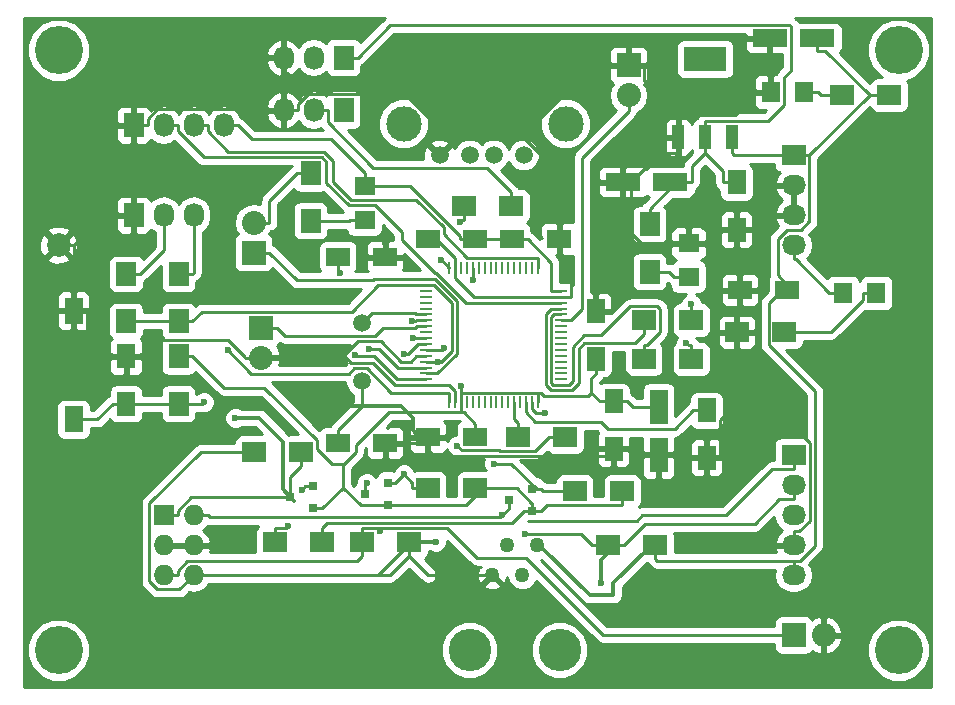
<source format=gtl>
%TF.GenerationSoftware,KiCad,Pcbnew,4.0.2+dfsg1-stable*%
%TF.CreationDate,2019-09-07T15:32:04+02:00*%
%TF.ProjectId,StandAlone-Adapter,5374616E64416C6F6E652D4164617074,rev?*%
%TF.FileFunction,Copper,L1,Top,Signal*%
%FSLAX46Y46*%
G04 Gerber Fmt 4.6, Leading zero omitted, Abs format (unit mm)*
G04 Created by KiCad (PCBNEW 4.0.2+dfsg1-stable) date Sat 07 Sep 2019 15:32:04 CEST*
%MOMM*%
G01*
G04 APERTURE LIST*
%ADD10C,0.100000*%
%ADD11R,1.000000X0.250000*%
%ADD12R,0.250000X1.000000*%
%ADD13C,4.064000*%
%ADD14R,3.657600X2.032000*%
%ADD15R,1.016000X2.032000*%
%ADD16C,1.998980*%
%ADD17R,0.800100X0.800100*%
%ADD18R,1.597660X1.800860*%
%ADD19R,1.800860X1.597660*%
%ADD20R,2.000000X1.700000*%
%ADD21R,1.700000X2.000000*%
%ADD22C,1.501140*%
%ADD23C,2.999740*%
%ADD24C,1.500000*%
%ADD25R,2.000000X1.600000*%
%ADD26R,1.600000X2.000000*%
%ADD27R,1.727200X2.032000*%
%ADD28O,1.727200X2.032000*%
%ADD29R,2.032000X2.032000*%
%ADD30O,2.032000X2.032000*%
%ADD31R,1.600000X2.180000*%
%ADD32R,2.032000X1.727200*%
%ADD33O,2.032000X1.727200*%
%ADD34R,1.727200X1.727200*%
%ADD35O,1.727200X1.727200*%
%ADD36R,2.999740X1.501140*%
%ADD37R,1.501140X2.999740*%
%ADD38C,1.270000*%
%ADD39C,3.600000*%
%ADD40C,0.600000*%
%ADD41C,0.300000*%
%ADD42C,0.250000*%
%ADD43C,0.254000*%
G04 APERTURE END LIST*
D10*
D11*
X144160000Y-90230000D03*
X144160000Y-90730000D03*
X144160000Y-91230000D03*
X144160000Y-91730000D03*
X144160000Y-92230000D03*
X144160000Y-92730000D03*
X144160000Y-93230000D03*
X144160000Y-93730000D03*
X144160000Y-94230000D03*
X144160000Y-94730000D03*
X144160000Y-95230000D03*
X144160000Y-95730000D03*
X144160000Y-96230000D03*
X144160000Y-96730000D03*
X144160000Y-97230000D03*
X144160000Y-97730000D03*
D12*
X146110000Y-99680000D03*
X146610000Y-99680000D03*
X147110000Y-99680000D03*
X147610000Y-99680000D03*
X148110000Y-99680000D03*
X148610000Y-99680000D03*
X149110000Y-99680000D03*
X149610000Y-99680000D03*
X150110000Y-99680000D03*
X150610000Y-99680000D03*
X151110000Y-99680000D03*
X151610000Y-99680000D03*
X152110000Y-99680000D03*
X152610000Y-99680000D03*
X153110000Y-99680000D03*
X153610000Y-99680000D03*
D11*
X155560000Y-97730000D03*
X155560000Y-97230000D03*
X155560000Y-96730000D03*
X155560000Y-96230000D03*
X155560000Y-95730000D03*
X155560000Y-95230000D03*
X155560000Y-94730000D03*
X155560000Y-94230000D03*
X155560000Y-93730000D03*
X155560000Y-93230000D03*
X155560000Y-92730000D03*
X155560000Y-92230000D03*
X155560000Y-91730000D03*
X155560000Y-91230000D03*
X155560000Y-90730000D03*
X155560000Y-90230000D03*
D12*
X153610000Y-88280000D03*
X153110000Y-88280000D03*
X152610000Y-88280000D03*
X152110000Y-88280000D03*
X151610000Y-88280000D03*
X151110000Y-88280000D03*
X150610000Y-88280000D03*
X150110000Y-88280000D03*
X149610000Y-88280000D03*
X149110000Y-88280000D03*
X148610000Y-88280000D03*
X148110000Y-88280000D03*
X147610000Y-88280000D03*
X147110000Y-88280000D03*
X146610000Y-88280000D03*
X146110000Y-88280000D03*
D13*
X113030000Y-120650000D03*
X184150000Y-120650000D03*
X184150000Y-69850000D03*
X113030000Y-69850000D03*
D14*
X167767000Y-70612000D03*
D15*
X167767000Y-77216000D03*
X170053000Y-77216000D03*
X165481000Y-77216000D03*
D16*
X113030000Y-86360000D03*
D17*
X134604760Y-108646000D03*
X134604760Y-106746000D03*
X132605780Y-107696000D03*
X140954760Y-108392000D03*
X140954760Y-106492000D03*
X138955780Y-107442000D03*
X153146760Y-108900000D03*
X153146760Y-107000000D03*
X151147780Y-107950000D03*
D18*
X176171860Y-73406000D03*
X173332140Y-73406000D03*
D19*
X166370000Y-89049860D03*
X166370000Y-86210140D03*
D18*
X179428140Y-90424000D03*
X182267860Y-90424000D03*
D19*
X138938000Y-81384140D03*
X138938000Y-84223860D03*
D20*
X183356000Y-73660000D03*
X179356000Y-73660000D03*
D21*
X163068000Y-84614000D03*
X163068000Y-88614000D03*
X123190000Y-99790000D03*
X123190000Y-95790000D03*
X123190000Y-92805000D03*
X123190000Y-88805000D03*
X118745000Y-92805000D03*
X118745000Y-88805000D03*
D20*
X170466000Y-93726000D03*
X174466000Y-93726000D03*
X160750000Y-107188000D03*
X156750000Y-107188000D03*
X163544000Y-111760000D03*
X159544000Y-111760000D03*
X148304000Y-106934000D03*
X144304000Y-106934000D03*
X142716000Y-111506000D03*
X138716000Y-111506000D03*
X135350000Y-111506000D03*
X131350000Y-111506000D03*
X129572000Y-103886000D03*
X133572000Y-103886000D03*
D21*
X134366000Y-84296000D03*
X134366000Y-80296000D03*
D22*
X145287140Y-78742120D03*
X147827140Y-78742120D03*
X149859140Y-78742120D03*
X152399140Y-78742120D03*
D23*
X142239140Y-76075120D03*
X155955140Y-76075120D03*
D24*
X138684000Y-92964000D03*
X138684000Y-97844000D03*
D25*
X155416000Y-85852000D03*
X151416000Y-85852000D03*
X144304000Y-85852000D03*
X148304000Y-85852000D03*
X144304000Y-102616000D03*
X148304000Y-102616000D03*
D26*
X158496000Y-91980000D03*
X158496000Y-95980000D03*
D25*
X136684000Y-103124000D03*
X140684000Y-103124000D03*
X136684000Y-87376000D03*
X140684000Y-87376000D03*
D27*
X119380000Y-76200000D03*
D28*
X121920000Y-76200000D03*
X124460000Y-76200000D03*
X127000000Y-76200000D03*
D27*
X119380000Y-83820000D03*
D28*
X121920000Y-83820000D03*
X124460000Y-83820000D03*
D29*
X129540000Y-86995000D03*
D30*
X129540000Y-84455000D03*
D27*
X137160000Y-70485000D03*
D28*
X134620000Y-70485000D03*
X132080000Y-70485000D03*
D31*
X114300000Y-101110000D03*
X114300000Y-91930000D03*
D29*
X161290000Y-71120000D03*
D30*
X161290000Y-73660000D03*
D32*
X175260000Y-78740000D03*
D33*
X175260000Y-81280000D03*
X175260000Y-83820000D03*
X175260000Y-86360000D03*
D32*
X175260000Y-104140000D03*
D33*
X175260000Y-106680000D03*
X175260000Y-109220000D03*
X175260000Y-111760000D03*
X175260000Y-114300000D03*
D29*
X175260000Y-119380000D03*
D30*
X177800000Y-119380000D03*
D29*
X130175000Y-93345000D03*
D30*
X130175000Y-95885000D03*
D34*
X121920000Y-109220000D03*
D35*
X124460000Y-109220000D03*
X121920000Y-111760000D03*
X124460000Y-111760000D03*
X121920000Y-114300000D03*
X124460000Y-114300000D03*
D27*
X137160000Y-74930000D03*
D28*
X134620000Y-74930000D03*
X132080000Y-74930000D03*
D26*
X170434000Y-81058000D03*
X170434000Y-85058000D03*
X160020000Y-99600000D03*
X160020000Y-103600000D03*
X118745000Y-95790000D03*
X118745000Y-99790000D03*
X167894000Y-100362000D03*
X167894000Y-104362000D03*
D25*
X174720000Y-90170000D03*
X170720000Y-90170000D03*
D20*
X147352000Y-83058000D03*
X151352000Y-83058000D03*
X155924000Y-102616000D03*
X151924000Y-102616000D03*
X162592000Y-92710000D03*
X166592000Y-92710000D03*
X162592000Y-96012000D03*
X166592000Y-96012000D03*
D36*
X173261020Y-68834000D03*
X177258980Y-68834000D03*
X160815020Y-81026000D03*
X164812980Y-81026000D03*
D37*
X163830000Y-104106980D03*
X163830000Y-100109020D03*
D38*
X152285000Y-114290000D03*
X149745000Y-114290000D03*
X153555000Y-111760000D03*
D39*
X155460000Y-120640000D03*
X147840000Y-120640000D03*
D38*
X151015000Y-111760000D03*
D40*
X128000000Y-101000000D03*
X152561000Y-110800000D03*
X159000000Y-115000000D03*
X150619000Y-109235000D03*
X147000000Y-117000000D03*
X162000000Y-118000000D03*
X162000000Y-115000000D03*
X134000000Y-99000000D03*
X154364000Y-104248000D03*
X154250000Y-100585000D03*
X140684000Y-86068300D03*
X145169000Y-96230000D03*
X147110000Y-98283700D03*
X145411000Y-87659500D03*
X145000000Y-111500000D03*
X136896000Y-88700800D03*
X142964000Y-92774600D03*
X140249000Y-110541000D03*
X139132000Y-106522000D03*
X149925000Y-104859000D03*
X145640000Y-95079900D03*
X142278000Y-105771000D03*
X143062000Y-94230000D03*
X133605000Y-107060000D03*
X142266000Y-95548800D03*
X132448000Y-110134000D03*
X139335000Y-95136400D03*
X127348000Y-95255100D03*
X138117000Y-95676700D03*
X146778000Y-103357000D03*
X125341000Y-99656900D03*
X146990000Y-84419700D03*
X148110000Y-89331300D03*
X166592000Y-91344300D03*
X166197000Y-94648800D03*
D41*
X133000000Y-108000000D02*
X132606000Y-107696000D01*
X132000000Y-107000000D02*
X133000000Y-108000000D01*
X132000000Y-103000000D02*
X132000000Y-107000000D01*
X130000000Y-101000000D02*
X132000000Y-103000000D01*
X128000000Y-101000000D02*
X130000000Y-101000000D01*
D42*
X132606000Y-106028000D02*
X132606000Y-107696000D01*
X133572000Y-105061000D02*
X132606000Y-106028000D01*
X133572000Y-103886000D02*
X133572000Y-105061000D01*
X161968000Y-109684000D02*
X152792000Y-109684000D01*
X162418000Y-109234000D02*
X161968000Y-109684000D01*
X169529000Y-109234000D02*
X162418000Y-109234000D01*
X173434000Y-105329000D02*
X169529000Y-109234000D01*
X175260000Y-105329000D02*
X173434000Y-105329000D01*
X175260000Y-104140000D02*
X175260000Y-105329000D01*
X124261000Y-107696000D02*
X132605800Y-107696000D01*
X123109000Y-108848000D02*
X124261000Y-107696000D01*
X123109000Y-109220000D02*
X123109000Y-108848000D01*
X121920000Y-109220000D02*
X123109000Y-109220000D01*
X132605800Y-107696000D02*
X132606000Y-107696000D01*
D41*
X159000000Y-113000000D02*
X159000000Y-115000000D01*
X160000000Y-112000000D02*
X159000000Y-113000000D01*
X159544000Y-111760000D02*
X160000000Y-112000000D01*
D42*
X151015000Y-111461000D02*
X151015000Y-111760000D01*
X158219000Y-111760000D02*
X159544000Y-111760000D01*
X157258000Y-110800000D02*
X158219000Y-111760000D01*
X152561000Y-110800000D02*
X157258000Y-110800000D01*
X175260000Y-107869000D02*
X175260000Y-106680000D01*
X174071000Y-107869000D02*
X175260000Y-107869000D01*
X171963000Y-109977000D02*
X174071000Y-107869000D01*
X162652000Y-109977000D02*
X171963000Y-109977000D01*
X160869000Y-111760000D02*
X162652000Y-109977000D01*
X159544000Y-111760000D02*
X160869000Y-111760000D01*
X125649000Y-109220000D02*
X124460000Y-109220000D01*
X125845000Y-109416000D02*
X125649000Y-109220000D01*
X150437000Y-109416000D02*
X125845000Y-109416000D01*
X150619000Y-109235000D02*
X150437000Y-109416000D01*
X151148000Y-108675000D02*
X151148000Y-108312500D01*
X150619000Y-109204000D02*
X151148000Y-108675000D01*
X150619000Y-109235000D02*
X150619000Y-109204000D01*
X151148000Y-108312500D02*
X151148000Y-107950000D01*
X151147800Y-108312300D02*
X151147800Y-107950000D01*
X151148000Y-108312500D02*
X151147800Y-108312300D01*
D41*
X147000000Y-117000000D02*
X149710000Y-114290000D01*
X162000000Y-115000000D02*
X162000000Y-118000000D01*
X149710000Y-114290000D02*
X149745000Y-114290000D01*
X135000000Y-100000000D02*
X134000000Y-99000000D01*
X142000000Y-100000000D02*
X135000000Y-100000000D01*
X143000000Y-101000000D02*
X142000000Y-100000000D01*
X143000000Y-102000000D02*
X143000000Y-101000000D01*
X144000000Y-103000000D02*
X143000000Y-102000000D01*
X144304000Y-102616000D02*
X144000000Y-103000000D01*
D42*
X124460000Y-111760000D02*
X121920000Y-111760000D01*
X130891000Y-74930000D02*
X132080000Y-74930000D01*
X130809000Y-74847700D02*
X130891000Y-74930000D01*
X121401000Y-74847700D02*
X130809000Y-74847700D01*
X120569000Y-75679900D02*
X121401000Y-74847700D01*
X120569000Y-76200000D02*
X120569000Y-75679900D01*
X119380000Y-76200000D02*
X120569000Y-76200000D01*
X155416000Y-86977300D02*
X155416000Y-85852000D01*
X156385000Y-87946600D02*
X155416000Y-86977300D01*
X156385000Y-90730000D02*
X156385000Y-87946600D01*
X155560000Y-90730000D02*
X156385000Y-90730000D01*
X114300000Y-86360000D02*
X113030000Y-86360000D01*
X116840000Y-83820000D02*
X114300000Y-86360000D01*
X119380000Y-83820000D02*
X116840000Y-83820000D01*
X145007000Y-85852000D02*
X144304000Y-85852000D01*
X146610000Y-87454700D02*
X145007000Y-85852000D01*
X146610000Y-88280000D02*
X146610000Y-87454700D01*
X148235000Y-90730000D02*
X155560000Y-90730000D01*
X146610000Y-89105300D02*
X148235000Y-90730000D01*
X146610000Y-88280000D02*
X146610000Y-89105300D01*
X165481000Y-77216000D02*
X165481000Y-75311000D01*
X162631000Y-72461300D02*
X165481000Y-75311000D01*
X162631000Y-71120000D02*
X162631000Y-72461300D01*
X161290000Y-71120000D02*
X162631000Y-71120000D01*
X153430000Y-100585000D02*
X154250000Y-100585000D01*
X153110000Y-100265000D02*
X153430000Y-100585000D01*
X153110000Y-99680000D02*
X153110000Y-100265000D01*
X142324000Y-73551900D02*
X134127000Y-73551900D01*
X146401000Y-77628600D02*
X142324000Y-73551900D01*
X133269000Y-74930000D02*
X132080000Y-74930000D01*
X133269000Y-74409900D02*
X133269000Y-74930000D01*
X134127000Y-73551900D02*
X133269000Y-74409900D01*
X132401000Y-71826300D02*
X134127000Y-73551900D01*
X132080000Y-71826300D02*
X132401000Y-71826300D01*
X132080000Y-70485000D02*
X132080000Y-71826300D01*
X158278000Y-71120000D02*
X161290000Y-71120000D01*
X152290000Y-77108000D02*
X158278000Y-71120000D01*
X146921000Y-77108000D02*
X152290000Y-77108000D01*
X146401000Y-77628600D02*
X146921000Y-77108000D01*
X155416000Y-80233900D02*
X155416000Y-85852000D01*
X152290000Y-77108000D02*
X155416000Y-80233900D01*
X160815000Y-81049500D02*
X161466000Y-81049500D01*
X160815000Y-81026000D02*
X160815000Y-81049500D01*
X163959000Y-78557300D02*
X161466000Y-81049500D01*
X165481000Y-78557300D02*
X163959000Y-78557300D01*
X165481000Y-77216000D02*
X165481000Y-78557300D01*
X158496000Y-90068100D02*
X158496000Y-91980000D01*
X162354000Y-86210100D02*
X158496000Y-90068100D01*
X161466000Y-85322600D02*
X162354000Y-86210100D01*
X161466000Y-81049500D02*
X161466000Y-85322600D01*
X162354000Y-86210100D02*
X166370000Y-86210100D01*
X170466000Y-99762100D02*
X170466000Y-93726000D01*
X169019000Y-101209000D02*
X170466000Y-99762100D01*
X169019000Y-104362000D02*
X169019000Y-101209000D01*
X167894000Y-104362000D02*
X169019000Y-104362000D01*
X175260000Y-110571000D02*
X175260000Y-111760000D01*
X175756000Y-110571000D02*
X175260000Y-110571000D01*
X176629000Y-109699000D02*
X175756000Y-110571000D01*
X176629000Y-103128000D02*
X176629000Y-109699000D01*
X173264000Y-99762100D02*
X176629000Y-103128000D01*
X170466000Y-99762100D02*
X173264000Y-99762100D01*
X172797000Y-83820000D02*
X175260000Y-83820000D01*
X171559000Y-85058000D02*
X172797000Y-83820000D01*
X170434000Y-85058000D02*
X171559000Y-85058000D01*
X114300000Y-86360000D02*
X114300000Y-91930000D01*
X117620000Y-95790000D02*
X118745000Y-95790000D01*
X115425000Y-93595600D02*
X117620000Y-95790000D01*
X115425000Y-91930000D02*
X115425000Y-93595600D01*
X114300000Y-91930000D02*
X115425000Y-91930000D01*
X140684000Y-87376000D02*
X140684000Y-86068300D01*
X166370000Y-86210100D02*
X168157000Y-86210100D01*
X169309000Y-85058000D02*
X168157000Y-86210100D01*
X170434000Y-85058000D02*
X169309000Y-85058000D01*
X170720000Y-91295300D02*
X170720000Y-90170000D01*
X170466000Y-91549300D02*
X170720000Y-91295300D01*
X170466000Y-93726000D02*
X170466000Y-91549300D01*
X168157000Y-86481300D02*
X168157000Y-86210100D01*
X170720000Y-89044700D02*
X168157000Y-86481300D01*
X170720000Y-90170000D02*
X170720000Y-89044700D01*
X119870000Y-95790000D02*
X118745000Y-95790000D01*
X121272000Y-94388000D02*
X119870000Y-95790000D01*
X127365000Y-94388000D02*
X121272000Y-94388000D01*
X128834000Y-95856900D02*
X127365000Y-94388000D01*
X128834000Y-95885000D02*
X128834000Y-95856900D01*
X130175000Y-95885000D02*
X128834000Y-95885000D01*
X159934000Y-104248000D02*
X154364000Y-104248000D01*
X160583000Y-103600000D02*
X159934000Y-104248000D01*
X140684000Y-103124000D02*
X144304000Y-103124000D01*
X166514000Y-104107000D02*
X163830000Y-104107000D01*
X166769000Y-104362000D02*
X166514000Y-104107000D01*
X167894000Y-104362000D02*
X166769000Y-104362000D01*
X138353000Y-94511100D02*
X137195000Y-95669000D01*
X140344000Y-94511100D02*
X138353000Y-94511100D01*
X142067000Y-96234000D02*
X140344000Y-94511100D01*
X142831000Y-96234000D02*
X142067000Y-96234000D01*
X143335000Y-95730000D02*
X142831000Y-96234000D01*
X144160000Y-95730000D02*
X143335000Y-95730000D01*
X136979000Y-95885000D02*
X137195000Y-95669000D01*
X130175000Y-95885000D02*
X136979000Y-95885000D01*
X146610000Y-98674100D02*
X146610000Y-99680000D01*
X146116000Y-98180300D02*
X146610000Y-98674100D01*
X141540000Y-98180300D02*
X146116000Y-98180300D01*
X139666000Y-96306300D02*
X141540000Y-98180300D01*
X137832000Y-96306300D02*
X139666000Y-96306300D01*
X137195000Y-95669000D02*
X137832000Y-96306300D01*
X149745000Y-114290000D02*
X149710000Y-114290000D01*
X149710000Y-114290000D02*
X144325000Y-114290000D01*
X160020000Y-103600000D02*
X160583000Y-103600000D01*
X161652000Y-104107000D02*
X163830000Y-104107000D01*
X161145000Y-103600000D02*
X161652000Y-104107000D01*
X160583000Y-103600000D02*
X161145000Y-103600000D01*
X144304000Y-102616000D02*
X144304000Y-103124000D01*
X150199000Y-104248000D02*
X154364000Y-104248000D01*
X150184000Y-104234000D02*
X150199000Y-104248000D01*
X144797000Y-104234000D02*
X150184000Y-104234000D01*
X144304000Y-103741000D02*
X144797000Y-104234000D01*
X144304000Y-103124000D02*
X144304000Y-103741000D01*
X172770000Y-73406000D02*
X173332100Y-73406000D01*
X172208000Y-73406000D02*
X172770000Y-73406000D01*
X170303000Y-75311000D02*
X172208000Y-73406000D01*
X165481000Y-75311000D02*
X170303000Y-75311000D01*
X173261000Y-72109200D02*
X173261000Y-68834000D01*
X173332000Y-72180300D02*
X173261000Y-72109200D01*
X173332000Y-73406000D02*
X173332000Y-72180300D01*
X172770000Y-73406000D02*
X173332000Y-73406000D01*
X145287000Y-78742100D02*
X145287100Y-78742100D01*
X145287100Y-78742100D02*
X146401000Y-77628600D01*
X128189000Y-76200000D02*
X127000000Y-76200000D01*
X129378000Y-77388900D02*
X128189000Y-76200000D01*
X136067000Y-77388900D02*
X129378000Y-77388900D01*
X138938000Y-80260000D02*
X136067000Y-77388900D01*
X138938000Y-81384100D02*
X138938000Y-80260000D01*
X153610000Y-99680000D02*
X153610000Y-98854700D01*
X154735000Y-90230000D02*
X155560000Y-90230000D01*
X154735000Y-87845400D02*
X154735000Y-90230000D01*
X152741000Y-85852000D02*
X154735000Y-87845400D01*
X151416000Y-85852000D02*
X152741000Y-85852000D01*
X160750000Y-108363000D02*
X160750000Y-107188000D01*
X154409000Y-108363000D02*
X160750000Y-108363000D01*
X153872000Y-108900000D02*
X154409000Y-108363000D01*
X153147000Y-108900000D02*
X153872000Y-108900000D01*
X153610000Y-98854700D02*
X147110000Y-98854700D01*
X158895000Y-99600000D02*
X158149000Y-98854700D01*
X160020000Y-99600000D02*
X158895000Y-99600000D01*
X158149000Y-97651900D02*
X158149000Y-98854700D01*
X158496000Y-97305300D02*
X158149000Y-97651900D01*
X158496000Y-95980000D02*
X158496000Y-97305300D01*
X135350000Y-110331000D02*
X135350000Y-111506000D01*
X135800000Y-109880000D02*
X135350000Y-110331000D01*
X151441000Y-109880000D02*
X135800000Y-109880000D01*
X152421000Y-108900000D02*
X151441000Y-109880000D01*
X153146800Y-108900000D02*
X152421000Y-108900000D01*
X161654000Y-100109000D02*
X163830000Y-100109000D01*
X161145000Y-99600000D02*
X161654000Y-100109000D01*
X160020000Y-99600000D02*
X161145000Y-99600000D01*
X123190000Y-92805000D02*
X118745000Y-92805000D01*
X144160000Y-96230000D02*
X145169000Y-96230000D01*
X124365000Y-92805000D02*
X123190000Y-92805000D01*
X125167000Y-92003600D02*
X124365000Y-92805000D01*
X137859000Y-92003600D02*
X125167000Y-92003600D01*
X140090000Y-89772800D02*
X137859000Y-92003600D01*
X144813000Y-89772800D02*
X140090000Y-89772800D01*
X146311000Y-91270500D02*
X144813000Y-89772800D01*
X146311000Y-95293700D02*
X146311000Y-91270500D01*
X145374000Y-96230000D02*
X146311000Y-95293700D01*
X145169000Y-96230000D02*
X145374000Y-96230000D01*
X157897000Y-99107200D02*
X158149000Y-98854700D01*
X154125000Y-99107200D02*
X157897000Y-99107200D01*
X153872000Y-98854700D02*
X154125000Y-99107200D01*
X153610000Y-98854700D02*
X153872000Y-98854700D01*
X147110000Y-98283700D02*
X147110000Y-98854700D01*
X145490000Y-87659500D02*
X146110000Y-88280000D01*
X145411000Y-87659500D02*
X145490000Y-87659500D01*
X167767000Y-75874700D02*
X167767000Y-77216000D01*
X173075000Y-75874700D02*
X167767000Y-75874700D01*
X174456000Y-74493700D02*
X173075000Y-75874700D01*
X174456000Y-72180200D02*
X174456000Y-74493700D01*
X175086000Y-71550200D02*
X174456000Y-72180200D01*
X175086000Y-67865000D02*
X175086000Y-71550200D01*
X174966000Y-67745200D02*
X175086000Y-67865000D01*
X141089000Y-67745200D02*
X174966000Y-67745200D01*
X138349000Y-70485000D02*
X141089000Y-67745200D01*
X137160000Y-70485000D02*
X138349000Y-70485000D01*
X167767000Y-77216000D02*
X167767000Y-78557300D01*
X169309000Y-80099000D02*
X167767000Y-78557300D01*
X169309000Y-81058000D02*
X169309000Y-80099000D01*
X170434000Y-81058000D02*
X169309000Y-81058000D01*
X163068000Y-83288700D02*
X163068000Y-84614000D01*
X163088000Y-83288700D02*
X163068000Y-83288700D01*
X164813000Y-81563900D02*
X163088000Y-83288700D01*
X164813000Y-81026000D02*
X164813000Y-81563900D01*
X166638000Y-79686100D02*
X167767000Y-78557300D01*
X166638000Y-81026000D02*
X166638000Y-79686100D01*
X164813000Y-81026000D02*
X166638000Y-81026000D01*
X147110000Y-98854700D02*
X147110000Y-99680000D01*
X147319000Y-100505000D02*
X147110000Y-100505000D01*
X148304000Y-101491000D02*
X147319000Y-100505000D01*
X148304000Y-102616000D02*
X148304000Y-101491000D01*
X147110000Y-99680000D02*
X147110000Y-100505000D01*
X137217000Y-104885000D02*
X137091000Y-104885000D01*
X138230000Y-103872000D02*
X137217000Y-104885000D01*
X138230000Y-103297000D02*
X138230000Y-103872000D01*
X141022000Y-100505000D02*
X138230000Y-103297000D01*
X147110000Y-100505000D02*
X141022000Y-100505000D01*
X137091000Y-106885000D02*
X137091000Y-104885000D01*
X124365000Y-95790000D02*
X123190000Y-95790000D01*
X127040000Y-98464600D02*
X124365000Y-95790000D01*
X130461000Y-98464600D02*
X127040000Y-98464600D01*
X134897000Y-102901000D02*
X130461000Y-98464600D01*
X134897000Y-103634000D02*
X134897000Y-102901000D01*
X136148000Y-104885000D02*
X134897000Y-103634000D01*
X137091000Y-104885000D02*
X136148000Y-104885000D01*
X138598000Y-108392000D02*
X140954800Y-108392000D01*
X137091000Y-106885000D02*
X138598000Y-108392000D01*
X147509000Y-108392000D02*
X148967000Y-106934000D01*
X140954800Y-108392000D02*
X147509000Y-108392000D01*
X153147000Y-108900000D02*
X153146800Y-108900000D01*
X146979000Y-85852000D02*
X148304000Y-85852000D01*
X146979000Y-85555100D02*
X146979000Y-85852000D01*
X142808000Y-81384100D02*
X146979000Y-85555100D01*
X138938000Y-81384100D02*
X142808000Y-81384100D01*
X148304000Y-85852000D02*
X151416000Y-85852000D01*
X148304000Y-106934000D02*
X148967000Y-106934000D01*
X153147000Y-108175000D02*
X153147000Y-108900000D01*
X153056000Y-108175000D02*
X153147000Y-108175000D01*
X151815000Y-106934000D02*
X153056000Y-108175000D01*
X148967000Y-106934000D02*
X151815000Y-106934000D01*
X135330000Y-108646000D02*
X137091000Y-106885000D01*
X134605000Y-108646000D02*
X135330000Y-108646000D01*
X134605000Y-108646000D02*
X134604800Y-108646000D01*
X135809000Y-74930000D02*
X134620000Y-74930000D01*
X135809000Y-75970300D02*
X135809000Y-74930000D01*
X139657000Y-79818100D02*
X135809000Y-75970300D01*
X149287000Y-79818100D02*
X139657000Y-79818100D01*
X151352000Y-81882700D02*
X149287000Y-79818100D01*
X151352000Y-83058000D02*
X151352000Y-81882700D01*
X142716000Y-112681000D02*
X141097000Y-114300000D01*
X144325000Y-114290000D02*
X142716000Y-112681000D01*
D41*
X142750000Y-111500000D02*
X142716000Y-111506000D01*
X145000000Y-111500000D02*
X142750000Y-111500000D01*
X154000000Y-112000000D02*
X153555000Y-111760000D01*
X158000000Y-116000000D02*
X154000000Y-112000000D01*
X160000000Y-116000000D02*
X158000000Y-116000000D01*
X160000000Y-115000000D02*
X160000000Y-116000000D01*
X163000000Y-112000000D02*
X160000000Y-115000000D01*
X164000000Y-112000000D02*
X163000000Y-112000000D01*
X163544000Y-111760000D02*
X164000000Y-112000000D01*
D42*
X175260000Y-114300000D02*
X175260000Y-113111000D01*
X163720000Y-113111000D02*
X175260000Y-113111000D01*
X163544000Y-112935000D02*
X163720000Y-113111000D01*
X163544000Y-111760000D02*
X163544000Y-112935000D01*
X123263000Y-115497000D02*
X124460000Y-114300000D01*
X121404000Y-115497000D02*
X123263000Y-115497000D01*
X120731000Y-114824000D02*
X121404000Y-115497000D01*
X120731000Y-108220000D02*
X120731000Y-114824000D01*
X125066000Y-103886000D02*
X120731000Y-108220000D01*
X129572000Y-103886000D02*
X125066000Y-103886000D01*
X174720000Y-90170000D02*
X174720000Y-89716000D01*
X173141000Y-91295400D02*
X174720000Y-89716000D01*
X173141000Y-94778200D02*
X173141000Y-91295400D01*
X177079000Y-98716800D02*
X173141000Y-94778200D01*
X177079000Y-111798000D02*
X177079000Y-98716800D01*
X175766000Y-113111000D02*
X177079000Y-111798000D01*
X175260000Y-113111000D02*
X175766000Y-113111000D01*
X176607000Y-84338000D02*
X176607000Y-78740000D01*
X175855000Y-85090000D02*
X176607000Y-84338000D01*
X174691000Y-85090000D02*
X175855000Y-85090000D01*
X173919000Y-85862500D02*
X174691000Y-85090000D01*
X173919000Y-88914600D02*
X173919000Y-85862500D01*
X174720000Y-89716000D02*
X173919000Y-88914600D01*
X177962000Y-69909900D02*
X181700000Y-73647300D01*
X177259000Y-69909900D02*
X177962000Y-69909900D01*
X177259000Y-68834000D02*
X177259000Y-69909900D01*
X181700000Y-73647300D02*
X176607000Y-78740000D01*
X182018000Y-73647300D02*
X181700000Y-73647300D01*
X182031000Y-73660000D02*
X182018000Y-73647300D01*
X183356000Y-73660000D02*
X182031000Y-73660000D01*
X176607000Y-78740000D02*
X175260000Y-78740000D01*
X170236000Y-78740000D02*
X175260000Y-78740000D01*
X170053000Y-78557300D02*
X170236000Y-78740000D01*
X170053000Y-77216000D02*
X170053000Y-78557300D01*
X142716000Y-111506000D02*
X142716000Y-111934300D01*
X142716000Y-111934300D02*
X142716000Y-112681000D01*
X124460000Y-114300000D02*
X140050500Y-114300000D01*
X140050500Y-114300000D02*
X141097000Y-114300000D01*
X142416200Y-111934300D02*
X140050500Y-114300000D01*
X142716000Y-111934300D02*
X142416200Y-111934300D01*
X139543000Y-92104700D02*
X138684000Y-92964000D01*
X143209000Y-92104700D02*
X139543000Y-92104700D01*
X143335000Y-92230000D02*
X143209000Y-92104700D01*
X144160000Y-92230000D02*
X143335000Y-92230000D01*
X136697000Y-88501300D02*
X136896000Y-88700800D01*
X136684000Y-88501300D02*
X136697000Y-88501300D01*
X136684000Y-87376000D02*
X136684000Y-88501300D01*
X138684000Y-99998700D02*
X138684000Y-97844000D01*
X136684000Y-101999000D02*
X138684000Y-99998700D01*
X136684000Y-103124000D02*
X136684000Y-101999000D01*
X143290000Y-92774600D02*
X142964000Y-92774600D01*
X143335000Y-92730000D02*
X143290000Y-92774600D01*
X144160000Y-92730000D02*
X143335000Y-92730000D01*
X177550000Y-73660000D02*
X179356000Y-73660000D01*
X177296000Y-73406000D02*
X177550000Y-73660000D01*
X176172000Y-73406000D02*
X177296000Y-73406000D01*
X176172000Y-73406000D02*
X176171900Y-73406000D01*
X164708000Y-88614000D02*
X163068000Y-88614000D01*
X165144000Y-89049900D02*
X164708000Y-88614000D01*
X166370000Y-89049900D02*
X165144000Y-89049900D01*
X175260000Y-87548900D02*
X175260000Y-86360000D01*
X175429000Y-87548900D02*
X175260000Y-87548900D01*
X178304000Y-90424000D02*
X175429000Y-87548900D01*
X179428000Y-90424000D02*
X178304000Y-90424000D01*
X179428000Y-90424000D02*
X179428100Y-90424000D01*
X181144000Y-90424000D02*
X182267900Y-90424000D01*
X181144000Y-90986000D02*
X181144000Y-90424000D01*
X178404000Y-93726000D02*
X181144000Y-90986000D01*
X174466000Y-93726000D02*
X178404000Y-93726000D01*
X182268000Y-90424000D02*
X182267900Y-90424000D01*
X137640000Y-84296000D02*
X134366000Y-84296000D01*
X137712000Y-84223900D02*
X137640000Y-84296000D01*
X138938000Y-84223900D02*
X137712000Y-84223900D01*
X123109000Y-114300000D02*
X121920000Y-114300000D01*
X123109000Y-113928000D02*
X123109000Y-114300000D01*
X123926000Y-113111000D02*
X123109000Y-113928000D01*
X138286000Y-113111000D02*
X123926000Y-113111000D01*
X138716000Y-112681000D02*
X138286000Y-113111000D01*
X138716000Y-111506000D02*
X138716000Y-112681000D01*
X145950000Y-110331000D02*
X140249000Y-110331000D01*
X148458000Y-112838000D02*
X145950000Y-110331000D01*
X152614000Y-112838000D02*
X148458000Y-112838000D01*
X159156000Y-119380000D02*
X152614000Y-112838000D01*
X175260000Y-119380000D02*
X159156000Y-119380000D01*
X138716000Y-110331000D02*
X138716000Y-111506000D01*
X140249000Y-110331000D02*
X138716000Y-110331000D01*
X140249000Y-110331000D02*
X140249000Y-110541000D01*
X138956000Y-107442000D02*
X138956000Y-107070000D01*
X138956000Y-106698000D02*
X139132000Y-106522000D01*
X138956000Y-107070000D02*
X138956000Y-106698000D01*
X138955800Y-107070200D02*
X138955800Y-107442000D01*
X138956000Y-107070000D02*
X138955800Y-107070200D01*
X153872000Y-107000000D02*
X153510000Y-107000000D01*
X154060000Y-107188000D02*
X153872000Y-107000000D01*
X156750000Y-107188000D02*
X154060000Y-107188000D01*
X151369000Y-104859000D02*
X149925000Y-104859000D01*
X153510000Y-107000000D02*
X151369000Y-104859000D01*
X145490000Y-95230000D02*
X144160000Y-95230000D01*
X145640000Y-95079900D02*
X145490000Y-95230000D01*
X153147000Y-107000000D02*
X153510000Y-107000000D01*
X153147000Y-107000000D02*
X153146800Y-107000000D01*
X142979000Y-106472000D02*
X142278000Y-105771000D01*
X142979000Y-106934000D02*
X142979000Y-106472000D01*
X144304000Y-106934000D02*
X142979000Y-106934000D01*
X144160000Y-94230000D02*
X143062000Y-94230000D01*
X141556000Y-106492000D02*
X142278000Y-105771000D01*
X140955000Y-106492000D02*
X141556000Y-106492000D01*
X140955000Y-106492000D02*
X140954800Y-106492000D01*
X133879000Y-106746000D02*
X134604800Y-106746000D01*
X133879000Y-106786000D02*
X133879000Y-106746000D01*
X133605000Y-107060000D02*
X133879000Y-106786000D01*
X143446000Y-94730000D02*
X144160000Y-94730000D01*
X142628000Y-95548800D02*
X143446000Y-94730000D01*
X142266000Y-95548800D02*
X142628000Y-95548800D01*
X132252000Y-110331000D02*
X132448000Y-110134000D01*
X131350000Y-110331000D02*
X132252000Y-110331000D01*
X131350000Y-111506000D02*
X131350000Y-110331000D01*
X134605000Y-106746000D02*
X134604800Y-106746000D01*
X130881000Y-84455000D02*
X129540000Y-84455000D01*
X130881000Y-82605400D02*
X130881000Y-84455000D01*
X133191000Y-80296000D02*
X130881000Y-82605400D01*
X134366000Y-80296000D02*
X133191000Y-80296000D01*
X141736000Y-96730000D02*
X144160000Y-96730000D01*
X140143000Y-95136400D02*
X141736000Y-96730000D01*
X139335000Y-95136400D02*
X140143000Y-95136400D01*
X123109000Y-76200000D02*
X121920000Y-76200000D01*
X123109000Y-76720100D02*
X123109000Y-76200000D01*
X125314000Y-78924700D02*
X123109000Y-76720100D01*
X135314000Y-78924700D02*
X125314000Y-78924700D01*
X135700000Y-79310400D02*
X135314000Y-78924700D01*
X135700000Y-81061300D02*
X135700000Y-79310400D01*
X137597000Y-82958700D02*
X135700000Y-81061300D01*
X139849000Y-82958700D02*
X137597000Y-82958700D01*
X142125000Y-85235300D02*
X139849000Y-82958700D01*
X142125000Y-85954500D02*
X142125000Y-85235300D01*
X144874000Y-88703400D02*
X142125000Y-85954500D01*
X145018000Y-88703400D02*
X144874000Y-88703400D01*
X147544000Y-91230000D02*
X145018000Y-88703400D01*
X155560000Y-91230000D02*
X147544000Y-91230000D01*
X125649000Y-76200000D02*
X124460000Y-76200000D01*
X125649000Y-76720100D02*
X125649000Y-76200000D01*
X127403000Y-78474400D02*
X125649000Y-76720100D01*
X135500000Y-78474400D02*
X127403000Y-78474400D01*
X136309000Y-79283100D02*
X135500000Y-78474400D01*
X136309000Y-80984500D02*
X136309000Y-79283100D01*
X137833000Y-82508300D02*
X136309000Y-80984500D01*
X143275000Y-82508300D02*
X137833000Y-82508300D01*
X145629000Y-84863100D02*
X143275000Y-82508300D01*
X145629000Y-85441300D02*
X145629000Y-84863100D01*
X147643000Y-87454700D02*
X145629000Y-85441300D01*
X153610000Y-87454700D02*
X147643000Y-87454700D01*
X153610000Y-88280000D02*
X153610000Y-87454700D01*
X130881000Y-86995000D02*
X129540000Y-86995000D01*
X133237000Y-89350700D02*
X130881000Y-86995000D01*
X139650000Y-89350700D02*
X133237000Y-89350700D01*
X139734000Y-89266300D02*
X139650000Y-89350700D01*
X144944000Y-89266300D02*
X139734000Y-89266300D01*
X146761000Y-91083900D02*
X144944000Y-89266300D01*
X146761000Y-95573000D02*
X146761000Y-91083900D01*
X145104000Y-97230000D02*
X146761000Y-95573000D01*
X144160000Y-97230000D02*
X145104000Y-97230000D01*
X161290000Y-75001300D02*
X161290000Y-73660000D01*
X157337000Y-78954500D02*
X161290000Y-75001300D01*
X157337000Y-91778500D02*
X157337000Y-78954500D01*
X156385000Y-92730000D02*
X157337000Y-91778500D01*
X155560000Y-92730000D02*
X156385000Y-92730000D01*
X154966000Y-92230000D02*
X155560000Y-92230000D01*
X154735000Y-92461500D02*
X154966000Y-92230000D01*
X154735000Y-98014000D02*
X154735000Y-92461500D01*
X154901000Y-98180400D02*
X154735000Y-98014000D01*
X156252000Y-98180400D02*
X154901000Y-98180400D01*
X156568000Y-97864900D02*
X156252000Y-98180400D01*
X156568000Y-94978900D02*
X156568000Y-97864900D01*
X157542000Y-94004900D02*
X156568000Y-94978900D01*
X158984000Y-94004900D02*
X157542000Y-94004900D01*
X161454000Y-91534600D02*
X158984000Y-94004900D01*
X163730000Y-91534600D02*
X161454000Y-91534600D01*
X163940000Y-91743800D02*
X163730000Y-91534600D01*
X163940000Y-93709600D02*
X163940000Y-91743800D01*
X162812000Y-94836700D02*
X163940000Y-93709600D01*
X162592000Y-94836700D02*
X162812000Y-94836700D01*
X162592000Y-96012000D02*
X162592000Y-94836700D01*
X162592000Y-93885300D02*
X162592000Y-92710000D01*
X161823000Y-94654600D02*
X162592000Y-93885300D01*
X157542000Y-94654600D02*
X161823000Y-94654600D01*
X157072000Y-95124200D02*
X157542000Y-94654600D01*
X157072000Y-98042100D02*
X157072000Y-95124200D01*
X156480000Y-98634100D02*
X157072000Y-98042100D01*
X154704000Y-98634100D02*
X156480000Y-98634100D01*
X154265000Y-98195400D02*
X154704000Y-98634100D01*
X154265000Y-92199300D02*
X154265000Y-98195400D01*
X154735000Y-91730000D02*
X154265000Y-92199300D01*
X155560000Y-91730000D02*
X154735000Y-91730000D01*
X121920000Y-86805300D02*
X121920000Y-83820000D01*
X119920000Y-88805000D02*
X121920000Y-86805300D01*
X118745000Y-88805000D02*
X119920000Y-88805000D01*
X146110000Y-98854700D02*
X146110000Y-99680000D01*
X141216000Y-98854700D02*
X146110000Y-98854700D01*
X139118000Y-96756700D02*
X141216000Y-98854700D01*
X138066000Y-96756700D02*
X139118000Y-96756700D01*
X137589000Y-97234100D02*
X138066000Y-96756700D01*
X129326000Y-97234100D02*
X137589000Y-97234100D01*
X127348000Y-95255100D02*
X129326000Y-97234100D01*
X124460000Y-88710300D02*
X124460000Y-83820000D01*
X124365000Y-88805000D02*
X124460000Y-88710300D01*
X123190000Y-88805000D02*
X124365000Y-88805000D01*
X141726000Y-97730000D02*
X144160000Y-97730000D01*
X139758000Y-95761800D02*
X141726000Y-97730000D01*
X138202000Y-95761800D02*
X139758000Y-95761800D01*
X138117000Y-95676700D02*
X138202000Y-95761800D01*
X154583000Y-102616000D02*
X155924000Y-102616000D01*
X153407000Y-103791000D02*
X154583000Y-102616000D01*
X150378000Y-103791000D02*
X153407000Y-103791000D01*
X150328000Y-103741000D02*
X150378000Y-103791000D01*
X147162000Y-103741000D02*
X150328000Y-103741000D01*
X146778000Y-103357000D02*
X147162000Y-103741000D01*
X116300000Y-101110000D02*
X114300000Y-101110000D01*
X117620000Y-99790000D02*
X116300000Y-101110000D01*
X118745000Y-99790000D02*
X117620000Y-99790000D01*
X118745000Y-99790000D02*
X123190000Y-99790000D01*
X125208000Y-99790000D02*
X125341000Y-99656900D01*
X123190000Y-99790000D02*
X125208000Y-99790000D01*
X131516000Y-93345000D02*
X130175000Y-93345000D01*
X132232000Y-94060800D02*
X131516000Y-93345000D01*
X139860000Y-94060800D02*
X132232000Y-94060800D01*
X140521000Y-93399900D02*
X139860000Y-94060800D01*
X143243000Y-93399900D02*
X140521000Y-93399900D01*
X143413000Y-93230000D02*
X143243000Y-93399900D01*
X144160000Y-93230000D02*
X143413000Y-93230000D01*
X166769000Y-100362000D02*
X167894000Y-100362000D01*
X165196000Y-101934000D02*
X166769000Y-100362000D01*
X159578000Y-101934000D02*
X165196000Y-101934000D01*
X158952000Y-101308000D02*
X159578000Y-101934000D01*
X153412000Y-101308000D02*
X158952000Y-101308000D01*
X152610000Y-100505000D02*
X153412000Y-101308000D01*
X152610000Y-99680000D02*
X152610000Y-100505000D01*
X148110000Y-88280000D02*
X148110000Y-89331300D01*
X147176000Y-84233300D02*
X146990000Y-84419700D01*
X147352000Y-84233300D02*
X147176000Y-84233300D01*
X147352000Y-83058000D02*
X147352000Y-84233300D01*
X151610000Y-101127000D02*
X151610000Y-99680000D01*
X151924000Y-101441000D02*
X151610000Y-101127000D01*
X151924000Y-102616000D02*
X151924000Y-101441000D01*
X166592000Y-91344300D02*
X166592000Y-92710000D01*
X166592000Y-94836700D02*
X166592000Y-96012000D01*
X166385000Y-94836700D02*
X166592000Y-94836700D01*
X166197000Y-94648800D02*
X166385000Y-94836700D01*
D43*
G36*
X140551619Y-67207779D02*
X138587142Y-69172112D01*
X138487690Y-69017559D01*
X138275490Y-68872569D01*
X138023600Y-68821560D01*
X136296400Y-68821560D01*
X136061083Y-68865838D01*
X135844959Y-69004910D01*
X135699969Y-69217110D01*
X135691600Y-69258439D01*
X135679670Y-69240585D01*
X135193489Y-68915729D01*
X134620000Y-68801655D01*
X134046511Y-68915729D01*
X133560330Y-69240585D01*
X133353539Y-69550069D01*
X132982036Y-69134268D01*
X132454791Y-68880291D01*
X132439026Y-68877642D01*
X132207000Y-68998783D01*
X132207000Y-70358000D01*
X132227000Y-70358000D01*
X132227000Y-70612000D01*
X132207000Y-70612000D01*
X132207000Y-71971217D01*
X132439026Y-72092358D01*
X132454791Y-72089709D01*
X132982036Y-71835732D01*
X133353539Y-71419931D01*
X133560330Y-71729415D01*
X134046511Y-72054271D01*
X134620000Y-72168345D01*
X135193489Y-72054271D01*
X135679670Y-71729415D01*
X135689243Y-71715087D01*
X135693238Y-71736317D01*
X135832310Y-71952441D01*
X136044510Y-72097431D01*
X136296400Y-72148440D01*
X138023600Y-72148440D01*
X138258917Y-72104162D01*
X138475041Y-71965090D01*
X138620031Y-71752890D01*
X138671040Y-71501000D01*
X138671040Y-71166300D01*
X138757816Y-71108319D01*
X138886382Y-71022421D01*
X139931189Y-69977690D01*
X159639000Y-69977690D01*
X159639000Y-70834250D01*
X159797750Y-70993000D01*
X161163000Y-70993000D01*
X161163000Y-69627750D01*
X161417000Y-69627750D01*
X161417000Y-70993000D01*
X162782250Y-70993000D01*
X162941000Y-70834250D01*
X162941000Y-69977690D01*
X162844327Y-69744301D01*
X162696026Y-69596000D01*
X165290760Y-69596000D01*
X165290760Y-71628000D01*
X165335038Y-71863317D01*
X165474110Y-72079441D01*
X165686310Y-72224431D01*
X165938200Y-72275440D01*
X169595800Y-72275440D01*
X169831117Y-72231162D01*
X170047241Y-72092090D01*
X170192231Y-71879890D01*
X170243240Y-71628000D01*
X170243240Y-69596000D01*
X170198962Y-69360683D01*
X170059890Y-69144559D01*
X170023581Y-69119750D01*
X171126150Y-69119750D01*
X171126150Y-69710880D01*
X171222823Y-69944269D01*
X171401452Y-70122897D01*
X171634841Y-70219570D01*
X172975270Y-70219570D01*
X173134020Y-70060820D01*
X173134020Y-68961000D01*
X171284900Y-68961000D01*
X171126150Y-69119750D01*
X170023581Y-69119750D01*
X169847690Y-68999569D01*
X169595800Y-68948560D01*
X165938200Y-68948560D01*
X165702883Y-68992838D01*
X165486759Y-69131910D01*
X165341769Y-69344110D01*
X165290760Y-69596000D01*
X162696026Y-69596000D01*
X162665698Y-69565673D01*
X162432309Y-69469000D01*
X161575750Y-69469000D01*
X161417000Y-69627750D01*
X161163000Y-69627750D01*
X161004250Y-69469000D01*
X160147691Y-69469000D01*
X159914302Y-69565673D01*
X159735673Y-69744301D01*
X159639000Y-69977690D01*
X139931189Y-69977690D01*
X141403787Y-68505200D01*
X171126150Y-68505200D01*
X171126150Y-68548250D01*
X171284900Y-68707000D01*
X173134020Y-68707000D01*
X173134020Y-68687000D01*
X173388020Y-68687000D01*
X173388020Y-68707000D01*
X173408020Y-68707000D01*
X173408020Y-68961000D01*
X173388020Y-68961000D01*
X173388020Y-70060820D01*
X173546770Y-70219570D01*
X174326000Y-70219570D01*
X174326000Y-71235398D01*
X173918599Y-71642799D01*
X173766408Y-71870570D01*
X173617890Y-71870570D01*
X173459140Y-72029320D01*
X173459140Y-73279000D01*
X173479140Y-73279000D01*
X173479140Y-73533000D01*
X173459140Y-73533000D01*
X173459140Y-73553000D01*
X173205140Y-73553000D01*
X173205140Y-73533000D01*
X172057060Y-73533000D01*
X171898310Y-73691750D01*
X171898310Y-74432740D01*
X171994983Y-74666129D01*
X172173612Y-74844757D01*
X172407001Y-74941430D01*
X172933468Y-74941430D01*
X172760198Y-75114700D01*
X167767000Y-75114700D01*
X167476161Y-75172552D01*
X167229599Y-75337299D01*
X167064852Y-75583861D01*
X167063771Y-75589295D01*
X167023683Y-75596838D01*
X166807559Y-75735910D01*
X166662569Y-75948110D01*
X166624000Y-76138569D01*
X166624000Y-76073690D01*
X166527327Y-75840301D01*
X166348698Y-75661673D01*
X166115309Y-75565000D01*
X165766750Y-75565000D01*
X165608000Y-75723750D01*
X165608000Y-77089000D01*
X165628000Y-77089000D01*
X165628000Y-77343000D01*
X165608000Y-77343000D01*
X165608000Y-78708250D01*
X165766750Y-78867000D01*
X166115309Y-78867000D01*
X166348698Y-78770327D01*
X166527327Y-78591699D01*
X166624000Y-78358310D01*
X166624000Y-78298113D01*
X166655838Y-78467317D01*
X166705269Y-78544135D01*
X166100646Y-79148651D01*
X166100626Y-79148681D01*
X166100599Y-79148699D01*
X166021363Y-79267285D01*
X165935878Y-79395198D01*
X165935871Y-79395232D01*
X165935852Y-79395261D01*
X165906787Y-79541382D01*
X165889551Y-79627990D01*
X163313110Y-79627990D01*
X163077793Y-79672268D01*
X162861669Y-79811340D01*
X162815864Y-79878378D01*
X162674588Y-79737103D01*
X162441199Y-79640430D01*
X161100770Y-79640430D01*
X160942020Y-79799180D01*
X160942020Y-80899000D01*
X160962020Y-80899000D01*
X160962020Y-81153000D01*
X160942020Y-81153000D01*
X160942020Y-82252820D01*
X161100770Y-82411570D01*
X162441199Y-82411570D01*
X162674588Y-82314897D01*
X162814743Y-82174743D01*
X162849020Y-82228011D01*
X162982639Y-82319309D01*
X162590886Y-82711017D01*
X162530599Y-82751299D01*
X162386767Y-82966560D01*
X162218000Y-82966560D01*
X161982683Y-83010838D01*
X161766559Y-83149910D01*
X161621569Y-83362110D01*
X161570560Y-83614000D01*
X161570560Y-85614000D01*
X161614838Y-85849317D01*
X161753910Y-86065441D01*
X161966110Y-86210431D01*
X162218000Y-86261440D01*
X163918000Y-86261440D01*
X164153317Y-86217162D01*
X164369441Y-86078090D01*
X164514431Y-85865890D01*
X164565440Y-85614000D01*
X164565440Y-85285001D01*
X164834570Y-85285001D01*
X164834570Y-85924390D01*
X164993320Y-86083140D01*
X166243000Y-86083140D01*
X166243000Y-84935060D01*
X166497000Y-84935060D01*
X166497000Y-86083140D01*
X167746680Y-86083140D01*
X167905430Y-85924390D01*
X167905430Y-85343750D01*
X168999000Y-85343750D01*
X168999000Y-86184309D01*
X169095673Y-86417698D01*
X169274301Y-86596327D01*
X169507690Y-86693000D01*
X170148250Y-86693000D01*
X170307000Y-86534250D01*
X170307000Y-85185000D01*
X170561000Y-85185000D01*
X170561000Y-86534250D01*
X170719750Y-86693000D01*
X171360310Y-86693000D01*
X171593699Y-86596327D01*
X171772327Y-86417698D01*
X171869000Y-86184309D01*
X171869000Y-85343750D01*
X171710250Y-85185000D01*
X170561000Y-85185000D01*
X170307000Y-85185000D01*
X169157750Y-85185000D01*
X168999000Y-85343750D01*
X167905430Y-85343750D01*
X167905430Y-85285001D01*
X167808757Y-85051612D01*
X167630129Y-84872983D01*
X167396740Y-84776310D01*
X166655750Y-84776310D01*
X166497000Y-84935060D01*
X166243000Y-84935060D01*
X166084250Y-84776310D01*
X165343260Y-84776310D01*
X165109871Y-84872983D01*
X164931243Y-85051612D01*
X164834570Y-85285001D01*
X164565440Y-85285001D01*
X164565440Y-83931691D01*
X168999000Y-83931691D01*
X168999000Y-84772250D01*
X169157750Y-84931000D01*
X170307000Y-84931000D01*
X170307000Y-83581750D01*
X170561000Y-83581750D01*
X170561000Y-84931000D01*
X171710250Y-84931000D01*
X171869000Y-84772250D01*
X171869000Y-83931691D01*
X171772327Y-83698302D01*
X171593699Y-83519673D01*
X171360310Y-83423000D01*
X170719750Y-83423000D01*
X170561000Y-83581750D01*
X170307000Y-83581750D01*
X170148250Y-83423000D01*
X169507690Y-83423000D01*
X169274301Y-83519673D01*
X169095673Y-83698302D01*
X168999000Y-83931691D01*
X164565440Y-83931691D01*
X164565440Y-83614000D01*
X164521162Y-83378683D01*
X164382090Y-83162559D01*
X164326801Y-83124782D01*
X165027655Y-82424010D01*
X166312850Y-82424010D01*
X166548167Y-82379732D01*
X166764291Y-82240660D01*
X166909281Y-82028460D01*
X166960290Y-81776570D01*
X166960290Y-81707133D01*
X167175401Y-81563401D01*
X167340148Y-81316839D01*
X167398000Y-81026000D01*
X167398000Y-80000942D01*
X167767005Y-79632003D01*
X168549000Y-80413845D01*
X168549000Y-81058000D01*
X168606852Y-81348839D01*
X168771599Y-81595401D01*
X168986560Y-81739033D01*
X168986560Y-82058000D01*
X169030838Y-82293317D01*
X169169910Y-82509441D01*
X169382110Y-82654431D01*
X169634000Y-82705440D01*
X171234000Y-82705440D01*
X171469317Y-82661162D01*
X171685441Y-82522090D01*
X171830431Y-82309890D01*
X171881440Y-82058000D01*
X171881440Y-81639026D01*
X173652642Y-81639026D01*
X173655291Y-81654791D01*
X173909268Y-82182036D01*
X174321108Y-82550000D01*
X173909268Y-82917964D01*
X173655291Y-83445209D01*
X173652642Y-83460974D01*
X173773783Y-83693000D01*
X175133000Y-83693000D01*
X175133000Y-81407000D01*
X173773783Y-81407000D01*
X173652642Y-81639026D01*
X171881440Y-81639026D01*
X171881440Y-80058000D01*
X171837162Y-79822683D01*
X171698090Y-79606559D01*
X171542136Y-79500000D01*
X173596560Y-79500000D01*
X173596560Y-79603600D01*
X173640838Y-79838917D01*
X173779910Y-80055041D01*
X173992110Y-80200031D01*
X174086927Y-80219232D01*
X173909268Y-80377964D01*
X173655291Y-80905209D01*
X173652642Y-80920974D01*
X173773783Y-81153000D01*
X175133000Y-81153000D01*
X175133000Y-81133000D01*
X175387000Y-81133000D01*
X175387000Y-81153000D01*
X175407000Y-81153000D01*
X175407000Y-81407000D01*
X175387000Y-81407000D01*
X175387000Y-83693000D01*
X175407000Y-83693000D01*
X175407000Y-83947000D01*
X175387000Y-83947000D01*
X175387000Y-83967000D01*
X175133000Y-83967000D01*
X175133000Y-83947000D01*
X173773783Y-83947000D01*
X173652642Y-84179026D01*
X173655291Y-84194791D01*
X173909268Y-84722036D01*
X173948892Y-84757439D01*
X173381425Y-85325273D01*
X173299048Y-85448646D01*
X173216852Y-85571661D01*
X173216828Y-85571784D01*
X173216758Y-85571888D01*
X173187905Y-85717188D01*
X173159000Y-85862500D01*
X173159000Y-88914600D01*
X173182364Y-89032060D01*
X173123569Y-89118110D01*
X173072560Y-89370000D01*
X173072560Y-90288919D01*
X172603531Y-90758067D01*
X172520997Y-90881622D01*
X172438852Y-91004561D01*
X172438842Y-91004609D01*
X172438815Y-91004650D01*
X172409756Y-91150834D01*
X172381000Y-91295400D01*
X172381000Y-94778200D01*
X172408550Y-94916700D01*
X172438830Y-95068986D01*
X172438846Y-95069010D01*
X172438852Y-95069039D01*
X172520611Y-95191400D01*
X172603558Y-95315560D01*
X176319000Y-99031568D01*
X176319000Y-102637668D01*
X176276000Y-102628960D01*
X174244000Y-102628960D01*
X174008683Y-102673238D01*
X173792559Y-102812310D01*
X173647569Y-103024510D01*
X173596560Y-103276400D01*
X173596560Y-104569000D01*
X173434000Y-104569000D01*
X173143161Y-104626852D01*
X172896599Y-104791599D01*
X169214198Y-108474000D01*
X162418000Y-108474000D01*
X162167730Y-108523782D01*
X162201441Y-108502090D01*
X162346431Y-108289890D01*
X162397440Y-108038000D01*
X162397440Y-106338000D01*
X162353162Y-106102683D01*
X162214090Y-105886559D01*
X162001890Y-105741569D01*
X161750000Y-105690560D01*
X159750000Y-105690560D01*
X159514683Y-105734838D01*
X159298559Y-105873910D01*
X159153569Y-106086110D01*
X159102560Y-106338000D01*
X159102560Y-107603000D01*
X158397440Y-107603000D01*
X158397440Y-106338000D01*
X158353162Y-106102683D01*
X158214090Y-105886559D01*
X158001890Y-105741569D01*
X157750000Y-105690560D01*
X155750000Y-105690560D01*
X155514683Y-105734838D01*
X155298559Y-105873910D01*
X155153569Y-106086110D01*
X155102560Y-106338000D01*
X155102560Y-106428000D01*
X154357620Y-106428000D01*
X154162839Y-106297852D01*
X154098803Y-106285114D01*
X154010900Y-106148509D01*
X153798700Y-106003519D01*
X153546810Y-105952510D01*
X153537312Y-105952510D01*
X152135802Y-104551000D01*
X153407000Y-104551000D01*
X153552706Y-104522017D01*
X153697541Y-104493271D01*
X153697677Y-104493180D01*
X153697839Y-104493148D01*
X153820422Y-104411241D01*
X153944173Y-104328630D01*
X154419134Y-103854073D01*
X154459910Y-103917441D01*
X154672110Y-104062431D01*
X154924000Y-104113440D01*
X156924000Y-104113440D01*
X157159317Y-104069162D01*
X157375441Y-103930090D01*
X157405737Y-103885750D01*
X158585000Y-103885750D01*
X158585000Y-104726309D01*
X158681673Y-104959698D01*
X158860301Y-105138327D01*
X159093690Y-105235000D01*
X159734250Y-105235000D01*
X159893000Y-105076250D01*
X159893000Y-103727000D01*
X160147000Y-103727000D01*
X160147000Y-105076250D01*
X160305750Y-105235000D01*
X160946310Y-105235000D01*
X161179699Y-105138327D01*
X161358327Y-104959698D01*
X161455000Y-104726309D01*
X161455000Y-104392730D01*
X162444430Y-104392730D01*
X162444430Y-105733159D01*
X162541103Y-105966548D01*
X162719731Y-106145177D01*
X162953120Y-106241850D01*
X163544250Y-106241850D01*
X163703000Y-106083100D01*
X163703000Y-104233980D01*
X163957000Y-104233980D01*
X163957000Y-106083100D01*
X164115750Y-106241850D01*
X164706880Y-106241850D01*
X164940269Y-106145177D01*
X165118897Y-105966548D01*
X165215570Y-105733159D01*
X165215570Y-104647750D01*
X166459000Y-104647750D01*
X166459000Y-105488309D01*
X166555673Y-105721698D01*
X166734301Y-105900327D01*
X166967690Y-105997000D01*
X167608250Y-105997000D01*
X167767000Y-105838250D01*
X167767000Y-104489000D01*
X168021000Y-104489000D01*
X168021000Y-105838250D01*
X168179750Y-105997000D01*
X168820310Y-105997000D01*
X169053699Y-105900327D01*
X169232327Y-105721698D01*
X169329000Y-105488309D01*
X169329000Y-104647750D01*
X169170250Y-104489000D01*
X168021000Y-104489000D01*
X167767000Y-104489000D01*
X166617750Y-104489000D01*
X166459000Y-104647750D01*
X165215570Y-104647750D01*
X165215570Y-104392730D01*
X165056820Y-104233980D01*
X163957000Y-104233980D01*
X163703000Y-104233980D01*
X162603180Y-104233980D01*
X162444430Y-104392730D01*
X161455000Y-104392730D01*
X161455000Y-103885750D01*
X161296250Y-103727000D01*
X160147000Y-103727000D01*
X159893000Y-103727000D01*
X158743750Y-103727000D01*
X158585000Y-103885750D01*
X157405737Y-103885750D01*
X157520431Y-103717890D01*
X157571440Y-103466000D01*
X157571440Y-102068000D01*
X158637198Y-102068000D01*
X158745586Y-102176388D01*
X158681673Y-102240302D01*
X158585000Y-102473691D01*
X158585000Y-103314250D01*
X158743750Y-103473000D01*
X159893000Y-103473000D01*
X159893000Y-103453000D01*
X160147000Y-103453000D01*
X160147000Y-103473000D01*
X161296250Y-103473000D01*
X161455000Y-103314250D01*
X161455000Y-102694000D01*
X162444430Y-102694000D01*
X162444430Y-103821230D01*
X162603180Y-103979980D01*
X163703000Y-103979980D01*
X163703000Y-103959980D01*
X163957000Y-103959980D01*
X163957000Y-103979980D01*
X165056820Y-103979980D01*
X165215570Y-103821230D01*
X165215570Y-103235691D01*
X166459000Y-103235691D01*
X166459000Y-104076250D01*
X166617750Y-104235000D01*
X167767000Y-104235000D01*
X167767000Y-102885750D01*
X168021000Y-102885750D01*
X168021000Y-104235000D01*
X169170250Y-104235000D01*
X169329000Y-104076250D01*
X169329000Y-103235691D01*
X169232327Y-103002302D01*
X169053699Y-102823673D01*
X168820310Y-102727000D01*
X168179750Y-102727000D01*
X168021000Y-102885750D01*
X167767000Y-102885750D01*
X167608250Y-102727000D01*
X166967690Y-102727000D01*
X166734301Y-102823673D01*
X166555673Y-103002302D01*
X166459000Y-103235691D01*
X165215570Y-103235691D01*
X165215570Y-102690107D01*
X165341939Y-102664971D01*
X165486616Y-102636240D01*
X165486718Y-102636172D01*
X165486839Y-102636148D01*
X165610207Y-102553717D01*
X165733230Y-102471572D01*
X166536709Y-101668603D01*
X166629910Y-101813441D01*
X166842110Y-101958431D01*
X167094000Y-102009440D01*
X168694000Y-102009440D01*
X168929317Y-101965162D01*
X169145441Y-101826090D01*
X169290431Y-101613890D01*
X169341440Y-101362000D01*
X169341440Y-99362000D01*
X169297162Y-99126683D01*
X169158090Y-98910559D01*
X168945890Y-98765569D01*
X168694000Y-98714560D01*
X167094000Y-98714560D01*
X166858683Y-98758838D01*
X166642559Y-98897910D01*
X166497569Y-99110110D01*
X166446560Y-99362000D01*
X166446560Y-99680967D01*
X166354793Y-99742283D01*
X166231770Y-99824428D01*
X165228010Y-100827550D01*
X165228010Y-98609150D01*
X165183732Y-98373833D01*
X165044660Y-98157709D01*
X164832460Y-98012719D01*
X164580570Y-97961710D01*
X163079430Y-97961710D01*
X162844113Y-98005988D01*
X162627989Y-98145060D01*
X162482999Y-98357260D01*
X162431990Y-98609150D01*
X162431990Y-99349000D01*
X161968802Y-99349000D01*
X161682401Y-99062599D01*
X161467440Y-98918967D01*
X161467440Y-98600000D01*
X161423162Y-98364683D01*
X161284090Y-98148559D01*
X161071890Y-98003569D01*
X160820000Y-97952560D01*
X159220000Y-97952560D01*
X158984683Y-97996838D01*
X158909000Y-98045539D01*
X158909000Y-97966959D01*
X159033091Y-97843011D01*
X159033215Y-97842825D01*
X159033401Y-97842701D01*
X159115370Y-97720026D01*
X159177311Y-97627440D01*
X159296000Y-97627440D01*
X159531317Y-97583162D01*
X159747441Y-97444090D01*
X159892431Y-97231890D01*
X159943440Y-96980000D01*
X159943440Y-95414600D01*
X160944560Y-95414600D01*
X160944560Y-96862000D01*
X160988838Y-97097317D01*
X161127910Y-97313441D01*
X161340110Y-97458431D01*
X161592000Y-97509440D01*
X163592000Y-97509440D01*
X163827317Y-97465162D01*
X164043441Y-97326090D01*
X164188431Y-97113890D01*
X164239440Y-96862000D01*
X164239440Y-95162000D01*
X164195162Y-94926683D01*
X164056090Y-94710559D01*
X164030780Y-94693266D01*
X164477187Y-94247215D01*
X164477273Y-94247087D01*
X164477401Y-94247001D01*
X164559563Y-94124036D01*
X164642032Y-94000719D01*
X164642062Y-94000567D01*
X164642148Y-94000439D01*
X164671078Y-93855000D01*
X164700000Y-93709903D01*
X164699970Y-93709751D01*
X164700000Y-93709600D01*
X164700000Y-91743800D01*
X164699856Y-91743076D01*
X164699999Y-91742350D01*
X164670898Y-91597497D01*
X164642148Y-91452961D01*
X164641738Y-91452347D01*
X164641592Y-91451621D01*
X164559197Y-91328816D01*
X164477401Y-91206399D01*
X164476788Y-91205989D01*
X164476375Y-91205374D01*
X164266375Y-90996174D01*
X164143283Y-90914266D01*
X164020839Y-90832452D01*
X164020115Y-90832308D01*
X164019499Y-90831898D01*
X163874772Y-90803397D01*
X163730000Y-90774600D01*
X161454000Y-90774600D01*
X161453977Y-90774605D01*
X161453954Y-90774600D01*
X161310856Y-90803073D01*
X161163161Y-90832452D01*
X161163141Y-90832465D01*
X161163118Y-90832470D01*
X161035184Y-90917963D01*
X160916599Y-90997199D01*
X160916587Y-90997217D01*
X160916566Y-90997231D01*
X159789592Y-92124342D01*
X159772250Y-92107000D01*
X158623000Y-92107000D01*
X158623000Y-92127000D01*
X158369000Y-92127000D01*
X158369000Y-92107000D01*
X158349000Y-92107000D01*
X158349000Y-91853000D01*
X158369000Y-91853000D01*
X158369000Y-90503750D01*
X158623000Y-90503750D01*
X158623000Y-91853000D01*
X159772250Y-91853000D01*
X159931000Y-91694250D01*
X159931000Y-90853691D01*
X159834327Y-90620302D01*
X159655699Y-90441673D01*
X159422310Y-90345000D01*
X158781750Y-90345000D01*
X158623000Y-90503750D01*
X158369000Y-90503750D01*
X158210250Y-90345000D01*
X158097000Y-90345000D01*
X158097000Y-87614000D01*
X161570560Y-87614000D01*
X161570560Y-89614000D01*
X161614838Y-89849317D01*
X161753910Y-90065441D01*
X161966110Y-90210431D01*
X162218000Y-90261440D01*
X163918000Y-90261440D01*
X164153317Y-90217162D01*
X164369441Y-90078090D01*
X164514431Y-89865890D01*
X164565440Y-89614000D01*
X164565440Y-89546152D01*
X164606660Y-89587362D01*
X164729305Y-89669291D01*
X164822130Y-89731314D01*
X164822130Y-89848690D01*
X164866408Y-90084007D01*
X165005480Y-90300131D01*
X165217680Y-90445121D01*
X165469570Y-90496130D01*
X166196296Y-90496130D01*
X166063057Y-90551183D01*
X165799808Y-90813973D01*
X165657162Y-91157501D01*
X165657114Y-91212560D01*
X165592000Y-91212560D01*
X165356683Y-91256838D01*
X165140559Y-91395910D01*
X164995569Y-91608110D01*
X164944560Y-91860000D01*
X164944560Y-93560000D01*
X164988838Y-93795317D01*
X165127910Y-94011441D01*
X165340110Y-94156431D01*
X165385251Y-94165572D01*
X165262162Y-94462001D01*
X165262025Y-94619749D01*
X165140559Y-94697910D01*
X164995569Y-94910110D01*
X164944560Y-95162000D01*
X164944560Y-96862000D01*
X164988838Y-97097317D01*
X165127910Y-97313441D01*
X165340110Y-97458431D01*
X165592000Y-97509440D01*
X167592000Y-97509440D01*
X167827317Y-97465162D01*
X168043441Y-97326090D01*
X168188431Y-97113890D01*
X168239440Y-96862000D01*
X168239440Y-95162000D01*
X168195162Y-94926683D01*
X168056090Y-94710559D01*
X167843890Y-94565569D01*
X167592000Y-94514560D01*
X167273233Y-94514560D01*
X167129401Y-94299299D01*
X167039418Y-94239174D01*
X167026305Y-94207440D01*
X167592000Y-94207440D01*
X167827317Y-94163162D01*
X168043441Y-94024090D01*
X168051872Y-94011750D01*
X168831000Y-94011750D01*
X168831000Y-94702310D01*
X168927673Y-94935699D01*
X169106302Y-95114327D01*
X169339691Y-95211000D01*
X170180250Y-95211000D01*
X170339000Y-95052250D01*
X170339000Y-93853000D01*
X170593000Y-93853000D01*
X170593000Y-95052250D01*
X170751750Y-95211000D01*
X171592309Y-95211000D01*
X171825698Y-95114327D01*
X172004327Y-94935699D01*
X172101000Y-94702310D01*
X172101000Y-94011750D01*
X171942250Y-93853000D01*
X170593000Y-93853000D01*
X170339000Y-93853000D01*
X168989750Y-93853000D01*
X168831000Y-94011750D01*
X168051872Y-94011750D01*
X168188431Y-93811890D01*
X168239440Y-93560000D01*
X168239440Y-92749690D01*
X168831000Y-92749690D01*
X168831000Y-93440250D01*
X168989750Y-93599000D01*
X170339000Y-93599000D01*
X170339000Y-92399750D01*
X170593000Y-92399750D01*
X170593000Y-93599000D01*
X171942250Y-93599000D01*
X172101000Y-93440250D01*
X172101000Y-92749690D01*
X172004327Y-92516301D01*
X171825698Y-92337673D01*
X171592309Y-92241000D01*
X170751750Y-92241000D01*
X170593000Y-92399750D01*
X170339000Y-92399750D01*
X170180250Y-92241000D01*
X169339691Y-92241000D01*
X169106302Y-92337673D01*
X168927673Y-92516301D01*
X168831000Y-92749690D01*
X168239440Y-92749690D01*
X168239440Y-91860000D01*
X168195162Y-91624683D01*
X168056090Y-91408559D01*
X167843890Y-91263569D01*
X167592000Y-91212560D01*
X167527115Y-91212560D01*
X167527162Y-91159133D01*
X167385117Y-90815357D01*
X167122327Y-90552108D01*
X166987518Y-90496130D01*
X167270430Y-90496130D01*
X167485030Y-90455750D01*
X169085000Y-90455750D01*
X169085000Y-91096310D01*
X169181673Y-91329699D01*
X169360302Y-91508327D01*
X169593691Y-91605000D01*
X170434250Y-91605000D01*
X170593000Y-91446250D01*
X170593000Y-90297000D01*
X170847000Y-90297000D01*
X170847000Y-91446250D01*
X171005750Y-91605000D01*
X171846309Y-91605000D01*
X172079698Y-91508327D01*
X172258327Y-91329699D01*
X172355000Y-91096310D01*
X172355000Y-90455750D01*
X172196250Y-90297000D01*
X170847000Y-90297000D01*
X170593000Y-90297000D01*
X169243750Y-90297000D01*
X169085000Y-90455750D01*
X167485030Y-90455750D01*
X167505747Y-90451852D01*
X167721871Y-90312780D01*
X167866861Y-90100580D01*
X167917870Y-89848690D01*
X167917870Y-89243690D01*
X169085000Y-89243690D01*
X169085000Y-89884250D01*
X169243750Y-90043000D01*
X170593000Y-90043000D01*
X170593000Y-88893750D01*
X170847000Y-88893750D01*
X170847000Y-90043000D01*
X172196250Y-90043000D01*
X172355000Y-89884250D01*
X172355000Y-89243690D01*
X172258327Y-89010301D01*
X172079698Y-88831673D01*
X171846309Y-88735000D01*
X171005750Y-88735000D01*
X170847000Y-88893750D01*
X170593000Y-88893750D01*
X170434250Y-88735000D01*
X169593691Y-88735000D01*
X169360302Y-88831673D01*
X169181673Y-89010301D01*
X169085000Y-89243690D01*
X167917870Y-89243690D01*
X167917870Y-88251030D01*
X167873592Y-88015713D01*
X167734520Y-87799589D01*
X167522320Y-87654599D01*
X167420741Y-87634029D01*
X167630129Y-87547297D01*
X167808757Y-87368668D01*
X167905430Y-87135279D01*
X167905430Y-86495890D01*
X167746680Y-86337140D01*
X166497000Y-86337140D01*
X166497000Y-86357140D01*
X166243000Y-86357140D01*
X166243000Y-86337140D01*
X164993320Y-86337140D01*
X164834570Y-86495890D01*
X164834570Y-87135279D01*
X164931243Y-87368668D01*
X165109871Y-87547297D01*
X165315681Y-87632546D01*
X165234253Y-87647868D01*
X165018129Y-87786940D01*
X164940690Y-87900275D01*
X164854261Y-87883093D01*
X164708000Y-87854000D01*
X164565440Y-87854000D01*
X164565440Y-87614000D01*
X164521162Y-87378683D01*
X164382090Y-87162559D01*
X164169890Y-87017569D01*
X163918000Y-86966560D01*
X162218000Y-86966560D01*
X161982683Y-87010838D01*
X161766559Y-87149910D01*
X161621569Y-87362110D01*
X161570560Y-87614000D01*
X158097000Y-87614000D01*
X158097000Y-81311750D01*
X158680150Y-81311750D01*
X158680150Y-81902880D01*
X158776823Y-82136269D01*
X158955452Y-82314897D01*
X159188841Y-82411570D01*
X160529270Y-82411570D01*
X160688020Y-82252820D01*
X160688020Y-81153000D01*
X158838900Y-81153000D01*
X158680150Y-81311750D01*
X158097000Y-81311750D01*
X158097000Y-80149120D01*
X158680150Y-80149120D01*
X158680150Y-80740250D01*
X158838900Y-80899000D01*
X160688020Y-80899000D01*
X160688020Y-79799180D01*
X160529270Y-79640430D01*
X159188841Y-79640430D01*
X158955452Y-79737103D01*
X158776823Y-79915731D01*
X158680150Y-80149120D01*
X158097000Y-80149120D01*
X158097000Y-79269292D01*
X159864451Y-77501750D01*
X164338000Y-77501750D01*
X164338000Y-78358310D01*
X164434673Y-78591699D01*
X164613302Y-78770327D01*
X164846691Y-78867000D01*
X165195250Y-78867000D01*
X165354000Y-78708250D01*
X165354000Y-77343000D01*
X164496750Y-77343000D01*
X164338000Y-77501750D01*
X159864451Y-77501750D01*
X161292438Y-76073690D01*
X164338000Y-76073690D01*
X164338000Y-76930250D01*
X164496750Y-77089000D01*
X165354000Y-77089000D01*
X165354000Y-75723750D01*
X165195250Y-75565000D01*
X164846691Y-75565000D01*
X164613302Y-75661673D01*
X164434673Y-75840301D01*
X164338000Y-76073690D01*
X161292438Y-76073690D01*
X161827415Y-75538687D01*
X161906535Y-75420268D01*
X161992148Y-75292139D01*
X161992150Y-75292128D01*
X161992155Y-75292121D01*
X162019632Y-75153970D01*
X162022475Y-75139675D01*
X162489778Y-74827433D01*
X162847670Y-74291810D01*
X162973345Y-73660000D01*
X162847670Y-73028190D01*
X162623034Y-72691999D01*
X162665698Y-72674327D01*
X162844327Y-72495699D01*
X162892557Y-72379260D01*
X171898310Y-72379260D01*
X171898310Y-73120250D01*
X172057060Y-73279000D01*
X173205140Y-73279000D01*
X173205140Y-72029320D01*
X173046390Y-71870570D01*
X172407001Y-71870570D01*
X172173612Y-71967243D01*
X171994983Y-72145871D01*
X171898310Y-72379260D01*
X162892557Y-72379260D01*
X162941000Y-72262310D01*
X162941000Y-71405750D01*
X162782250Y-71247000D01*
X161417000Y-71247000D01*
X161417000Y-71267000D01*
X161163000Y-71267000D01*
X161163000Y-71247000D01*
X159797750Y-71247000D01*
X159639000Y-71405750D01*
X159639000Y-72262310D01*
X159735673Y-72495699D01*
X159914302Y-72674327D01*
X159956966Y-72691999D01*
X159732330Y-73028190D01*
X159606655Y-73660000D01*
X159732330Y-74291810D01*
X160090222Y-74827433D01*
X160269380Y-74947142D01*
X156799585Y-78417112D01*
X156710530Y-78550400D01*
X156634852Y-78663661D01*
X156634850Y-78663670D01*
X156634845Y-78663678D01*
X156606552Y-78805935D01*
X156577000Y-78954500D01*
X156577000Y-84431369D01*
X156542309Y-84417000D01*
X155701750Y-84417000D01*
X155543000Y-84575750D01*
X155543000Y-85725000D01*
X155563000Y-85725000D01*
X155563000Y-85979000D01*
X155543000Y-85979000D01*
X155543000Y-87128250D01*
X155701750Y-87287000D01*
X156542309Y-87287000D01*
X156577000Y-87272631D01*
X156577000Y-89735783D01*
X156524090Y-89653559D01*
X156311890Y-89508569D01*
X156060000Y-89457560D01*
X155495000Y-89457560D01*
X155495000Y-87845400D01*
X155494989Y-87845343D01*
X155495000Y-87845286D01*
X155466204Y-87700632D01*
X155437148Y-87554561D01*
X155437115Y-87554512D01*
X155437104Y-87554455D01*
X155353229Y-87428967D01*
X155272401Y-87307999D01*
X155272354Y-87307968D01*
X155272321Y-87307918D01*
X155190814Y-87226436D01*
X155289000Y-87128250D01*
X155289000Y-85979000D01*
X155269000Y-85979000D01*
X155269000Y-85725000D01*
X155289000Y-85725000D01*
X155289000Y-84575750D01*
X155130250Y-84417000D01*
X154289691Y-84417000D01*
X154056302Y-84513673D01*
X153877673Y-84692301D01*
X153781000Y-84925690D01*
X153781000Y-85566250D01*
X153939748Y-85724998D01*
X153781000Y-85724998D01*
X153781000Y-85817047D01*
X153278320Y-85314518D01*
X153153355Y-85231046D01*
X153063440Y-85170967D01*
X153063440Y-85052000D01*
X153019162Y-84816683D01*
X152880090Y-84600559D01*
X152670713Y-84457498D01*
X152803441Y-84372090D01*
X152948431Y-84159890D01*
X152999440Y-83908000D01*
X152999440Y-82208000D01*
X152955162Y-81972683D01*
X152816090Y-81756559D01*
X152603890Y-81611569D01*
X152352000Y-81560560D01*
X152033247Y-81560560D01*
X151969755Y-81465558D01*
X151889401Y-81345299D01*
X151889370Y-81345278D01*
X151889349Y-81345247D01*
X150514398Y-79970562D01*
X150642977Y-79917434D01*
X151033084Y-79528007D01*
X151129115Y-79296739D01*
X151223826Y-79525957D01*
X151613253Y-79916064D01*
X152122324Y-80127449D01*
X152673538Y-80127930D01*
X153182977Y-79917434D01*
X153573084Y-79528007D01*
X153784469Y-79018936D01*
X153784950Y-78467722D01*
X153574454Y-77958283D01*
X153185027Y-77568176D01*
X152675956Y-77356791D01*
X152124742Y-77356310D01*
X151615303Y-77566806D01*
X151225196Y-77956233D01*
X151129165Y-78187501D01*
X151034454Y-77958283D01*
X150645027Y-77568176D01*
X150135956Y-77356791D01*
X149584742Y-77356310D01*
X149075303Y-77566806D01*
X148843077Y-77798627D01*
X148613027Y-77568176D01*
X148103956Y-77356791D01*
X147552742Y-77356310D01*
X147043303Y-77566806D01*
X146653196Y-77956233D01*
X146563761Y-78171616D01*
X146500071Y-78017855D01*
X146259070Y-77949795D01*
X145466745Y-78742120D01*
X145480888Y-78756263D01*
X145301283Y-78935868D01*
X145287140Y-78921725D01*
X145272998Y-78935868D01*
X145093393Y-78756263D01*
X145107535Y-78742120D01*
X144315210Y-77949795D01*
X144074209Y-78017855D01*
X143889373Y-78537154D01*
X143915834Y-79058100D01*
X139971790Y-79058100D01*
X137507002Y-76593440D01*
X138023600Y-76593440D01*
X138258917Y-76549162D01*
X138338566Y-76497909D01*
X140103900Y-76497909D01*
X140428230Y-77282847D01*
X141028254Y-77883920D01*
X141812625Y-78209619D01*
X142661929Y-78210360D01*
X143446867Y-77886030D01*
X143562909Y-77770190D01*
X144494815Y-77770190D01*
X145287140Y-78562515D01*
X146079465Y-77770190D01*
X146011405Y-77529189D01*
X145492106Y-77344353D01*
X144941602Y-77372315D01*
X144562875Y-77529189D01*
X144494815Y-77770190D01*
X143562909Y-77770190D01*
X144047940Y-77286006D01*
X144373639Y-76501635D01*
X144373642Y-76497909D01*
X153819900Y-76497909D01*
X154144230Y-77282847D01*
X154744254Y-77883920D01*
X155528625Y-78209619D01*
X156377929Y-78210360D01*
X157162867Y-77886030D01*
X157763940Y-77286006D01*
X158089639Y-76501635D01*
X158090380Y-75652331D01*
X157766050Y-74867393D01*
X157166026Y-74266320D01*
X156381655Y-73940621D01*
X155532351Y-73939880D01*
X154747413Y-74264210D01*
X154146340Y-74864234D01*
X153820641Y-75648605D01*
X153819900Y-76497909D01*
X144373642Y-76497909D01*
X144374380Y-75652331D01*
X144050050Y-74867393D01*
X143450026Y-74266320D01*
X142665655Y-73940621D01*
X141816351Y-73939880D01*
X141031413Y-74264210D01*
X140430340Y-74864234D01*
X140104641Y-75648605D01*
X140103900Y-76497909D01*
X138338566Y-76497909D01*
X138475041Y-76410090D01*
X138620031Y-76197890D01*
X138671040Y-75946000D01*
X138671040Y-73914000D01*
X138626762Y-73678683D01*
X138487690Y-73462559D01*
X138275490Y-73317569D01*
X138023600Y-73266560D01*
X136296400Y-73266560D01*
X136061083Y-73310838D01*
X135844959Y-73449910D01*
X135699969Y-73662110D01*
X135691600Y-73703439D01*
X135679670Y-73685585D01*
X135193489Y-73360729D01*
X134620000Y-73246655D01*
X134046511Y-73360729D01*
X133560330Y-73685585D01*
X133353539Y-73995069D01*
X132982036Y-73579268D01*
X132454791Y-73325291D01*
X132439026Y-73322642D01*
X132207000Y-73443783D01*
X132207000Y-74803000D01*
X132227000Y-74803000D01*
X132227000Y-75057000D01*
X132207000Y-75057000D01*
X132207000Y-76416217D01*
X132439026Y-76537358D01*
X132454791Y-76534709D01*
X132982036Y-76280732D01*
X133353539Y-75864931D01*
X133560330Y-76174415D01*
X134046511Y-76499271D01*
X134620000Y-76613345D01*
X135193489Y-76499271D01*
X135243596Y-76465791D01*
X135271599Y-76507701D01*
X135271607Y-76507707D01*
X135271613Y-76507715D01*
X135392804Y-76628900D01*
X129692783Y-76628900D01*
X128726379Y-75662576D01*
X128595836Y-75575359D01*
X128479839Y-75497852D01*
X128479823Y-75497849D01*
X128479810Y-75497840D01*
X128392215Y-75480420D01*
X128384526Y-75441766D01*
X128284398Y-75291913D01*
X130594816Y-75291913D01*
X130788046Y-75844320D01*
X131177964Y-76280732D01*
X131705209Y-76534709D01*
X131720974Y-76537358D01*
X131953000Y-76416217D01*
X131953000Y-75057000D01*
X130739076Y-75057000D01*
X130594816Y-75291913D01*
X128284398Y-75291913D01*
X128059670Y-74955585D01*
X127573489Y-74630729D01*
X127258567Y-74568087D01*
X130594816Y-74568087D01*
X130739076Y-74803000D01*
X131953000Y-74803000D01*
X131953000Y-73443783D01*
X131720974Y-73322642D01*
X131705209Y-73325291D01*
X131177964Y-73579268D01*
X130788046Y-74015680D01*
X130594816Y-74568087D01*
X127258567Y-74568087D01*
X127000000Y-74516655D01*
X126426511Y-74630729D01*
X125940330Y-74955585D01*
X125730000Y-75270366D01*
X125519670Y-74955585D01*
X125033489Y-74630729D01*
X124460000Y-74516655D01*
X123886511Y-74630729D01*
X123400330Y-74955585D01*
X123190000Y-75270366D01*
X122979670Y-74955585D01*
X122493489Y-74630729D01*
X121920000Y-74516655D01*
X121346511Y-74630729D01*
X120860330Y-74955585D01*
X120845500Y-74977780D01*
X120781927Y-74824302D01*
X120603299Y-74645673D01*
X120369910Y-74549000D01*
X119665750Y-74549000D01*
X119507000Y-74707750D01*
X119507000Y-76073000D01*
X119527000Y-76073000D01*
X119527000Y-76327000D01*
X119507000Y-76327000D01*
X119507000Y-77692250D01*
X119665750Y-77851000D01*
X120369910Y-77851000D01*
X120603299Y-77754327D01*
X120781927Y-77575698D01*
X120845500Y-77422220D01*
X120860330Y-77444415D01*
X121346511Y-77769271D01*
X121920000Y-77883345D01*
X122493489Y-77769271D01*
X122847126Y-77532978D01*
X124776648Y-79462150D01*
X124900562Y-79544930D01*
X125023161Y-79626848D01*
X125023195Y-79626855D01*
X125023224Y-79626874D01*
X125167274Y-79655514D01*
X125314000Y-79684700D01*
X132764193Y-79684700D01*
X132653669Y-79758529D01*
X130343669Y-82067929D01*
X130343641Y-82067971D01*
X130343599Y-82067999D01*
X130261711Y-82190553D01*
X130178890Y-82314469D01*
X130178880Y-82314519D01*
X130178852Y-82314561D01*
X130149940Y-82459912D01*
X130121000Y-82605301D01*
X130121010Y-82605351D01*
X130121000Y-82605400D01*
X130121000Y-82913134D01*
X129572345Y-82804000D01*
X129507655Y-82804000D01*
X128875845Y-82929675D01*
X128340222Y-83287567D01*
X127982330Y-83823190D01*
X127856655Y-84455000D01*
X127982330Y-85086810D01*
X128209499Y-85426792D01*
X128072559Y-85514910D01*
X127927569Y-85727110D01*
X127876560Y-85979000D01*
X127876560Y-88011000D01*
X127920838Y-88246317D01*
X128059910Y-88462441D01*
X128272110Y-88607431D01*
X128524000Y-88658440D01*
X130556000Y-88658440D01*
X130791317Y-88614162D01*
X131007441Y-88475090D01*
X131120670Y-88309373D01*
X132699633Y-89888135D01*
X132819847Y-89968448D01*
X132946161Y-90052848D01*
X132946185Y-90052853D01*
X132946205Y-90052866D01*
X133089305Y-90081321D01*
X133237000Y-90110700D01*
X138677220Y-90110700D01*
X137544218Y-91243600D01*
X125167000Y-91243600D01*
X125022357Y-91272371D01*
X124876423Y-91301343D01*
X124876302Y-91301424D01*
X124876161Y-91301452D01*
X124753701Y-91383277D01*
X124629800Y-91465998D01*
X124597324Y-91498449D01*
X124504090Y-91353559D01*
X124291890Y-91208569D01*
X124040000Y-91157560D01*
X122340000Y-91157560D01*
X122104683Y-91201838D01*
X121888559Y-91340910D01*
X121743569Y-91553110D01*
X121692560Y-91805000D01*
X121692560Y-92045000D01*
X120242440Y-92045000D01*
X120242440Y-91805000D01*
X120198162Y-91569683D01*
X120059090Y-91353559D01*
X119846890Y-91208569D01*
X119595000Y-91157560D01*
X117895000Y-91157560D01*
X117659683Y-91201838D01*
X117443559Y-91340910D01*
X117298569Y-91553110D01*
X117247560Y-91805000D01*
X117247560Y-93805000D01*
X117291838Y-94040317D01*
X117430910Y-94256441D01*
X117519798Y-94317176D01*
X117406673Y-94430302D01*
X117310000Y-94663691D01*
X117310000Y-95504250D01*
X117468750Y-95663000D01*
X118618000Y-95663000D01*
X118618000Y-95643000D01*
X118872000Y-95643000D01*
X118872000Y-95663000D01*
X120021250Y-95663000D01*
X120180000Y-95504250D01*
X120180000Y-94663691D01*
X120083327Y-94430302D01*
X119970793Y-94317768D01*
X120046441Y-94269090D01*
X120191431Y-94056890D01*
X120242440Y-93805000D01*
X120242440Y-93565000D01*
X121692560Y-93565000D01*
X121692560Y-93805000D01*
X121736838Y-94040317D01*
X121875910Y-94256441D01*
X121934405Y-94296409D01*
X121888559Y-94325910D01*
X121743569Y-94538110D01*
X121692560Y-94790000D01*
X121692560Y-96790000D01*
X121736838Y-97025317D01*
X121875910Y-97241441D01*
X122088110Y-97386431D01*
X122340000Y-97437440D01*
X124040000Y-97437440D01*
X124275317Y-97393162D01*
X124491441Y-97254090D01*
X124598182Y-97097869D01*
X126502639Y-99002041D01*
X126623771Y-99082965D01*
X126749161Y-99166748D01*
X126749190Y-99166754D01*
X126749213Y-99166769D01*
X126884000Y-99193569D01*
X127040000Y-99224600D01*
X130146178Y-99224600D01*
X133309852Y-102388560D01*
X132572000Y-102388560D01*
X132510323Y-102400165D01*
X130555079Y-100444921D01*
X130300407Y-100274755D01*
X130000000Y-100215000D01*
X128537506Y-100215000D01*
X128530327Y-100207808D01*
X128186799Y-100065162D01*
X127814833Y-100064838D01*
X127471057Y-100206883D01*
X127207808Y-100469673D01*
X127065162Y-100813201D01*
X127064838Y-101185167D01*
X127206883Y-101528943D01*
X127469673Y-101792192D01*
X127813201Y-101934838D01*
X128185167Y-101935162D01*
X128528943Y-101793117D01*
X128537074Y-101785000D01*
X129674842Y-101785000D01*
X130278402Y-102388560D01*
X128572000Y-102388560D01*
X128336683Y-102432838D01*
X128120559Y-102571910D01*
X127975569Y-102784110D01*
X127924560Y-103036000D01*
X127924560Y-103126000D01*
X125066000Y-103126000D01*
X124922241Y-103154596D01*
X124775242Y-103183818D01*
X124775204Y-103183843D01*
X124775161Y-103183852D01*
X124653317Y-103265265D01*
X124528661Y-103348537D01*
X120193661Y-107682537D01*
X120193636Y-107682574D01*
X120193599Y-107682599D01*
X120110361Y-107807174D01*
X120028886Y-107929080D01*
X120028877Y-107929123D01*
X120028852Y-107929161D01*
X119999629Y-108076072D01*
X119971000Y-108219912D01*
X119971009Y-108219956D01*
X119971000Y-108220000D01*
X119971000Y-114824000D01*
X120028852Y-115114839D01*
X120193599Y-115361401D01*
X120866599Y-116034401D01*
X121113161Y-116199148D01*
X121404000Y-116257000D01*
X123263000Y-116257000D01*
X123553839Y-116199148D01*
X123800401Y-116034401D01*
X124101644Y-115733158D01*
X124430641Y-115798600D01*
X124489359Y-115798600D01*
X125062848Y-115684526D01*
X125549029Y-115359670D01*
X125670328Y-115178133D01*
X149036472Y-115178133D01*
X149090303Y-115407179D01*
X149567664Y-115572681D01*
X150072023Y-115542906D01*
X150399697Y-115407179D01*
X150453528Y-115178133D01*
X149745000Y-114469605D01*
X149036472Y-115178133D01*
X125670328Y-115178133D01*
X125749262Y-115060000D01*
X141097000Y-115060000D01*
X141387839Y-115002148D01*
X141634401Y-114837401D01*
X142716000Y-113755802D01*
X143787599Y-114827401D01*
X144034161Y-114992148D01*
X144325000Y-115050000D01*
X144615840Y-114992148D01*
X144862401Y-114827401D01*
X145027148Y-114580840D01*
X145085000Y-114290000D01*
X145027148Y-113999161D01*
X144862401Y-113752599D01*
X144022901Y-112913099D01*
X144167441Y-112820090D01*
X144312431Y-112607890D01*
X144363440Y-112356000D01*
X144363440Y-112285000D01*
X144462494Y-112285000D01*
X144469673Y-112292192D01*
X144813201Y-112434838D01*
X145185167Y-112435162D01*
X145528943Y-112293117D01*
X145792192Y-112030327D01*
X145934838Y-111686799D01*
X145935096Y-111390690D01*
X147920706Y-113375509D01*
X148045647Y-113458955D01*
X148167161Y-113540148D01*
X148167237Y-113540163D01*
X148167301Y-113540206D01*
X148312527Y-113569063D01*
X148458000Y-113598000D01*
X148786542Y-113598000D01*
X148627821Y-113635303D01*
X148462319Y-114112664D01*
X148492094Y-114617023D01*
X148627821Y-114944697D01*
X148856867Y-114998528D01*
X149565395Y-114290000D01*
X149551253Y-114275858D01*
X149730858Y-114096253D01*
X149745000Y-114110395D01*
X149759143Y-114096253D01*
X149938748Y-114275858D01*
X149924605Y-114290000D01*
X150633133Y-114998528D01*
X150862179Y-114944697D01*
X151014812Y-114504453D01*
X151014780Y-114541510D01*
X151207718Y-115008458D01*
X151564663Y-115366026D01*
X152031273Y-115559779D01*
X152536510Y-115560220D01*
X153003458Y-115367282D01*
X153361026Y-115010337D01*
X153463867Y-114762669D01*
X158618599Y-119917401D01*
X158865161Y-120082148D01*
X159156000Y-120140000D01*
X173596560Y-120140000D01*
X173596560Y-120396000D01*
X173640838Y-120631317D01*
X173779910Y-120847441D01*
X173992110Y-120992431D01*
X174244000Y-121043440D01*
X176276000Y-121043440D01*
X176511317Y-120999162D01*
X176727441Y-120860090D01*
X176838840Y-120697052D01*
X176935182Y-120786385D01*
X177417056Y-120985975D01*
X177673000Y-120866836D01*
X177673000Y-119507000D01*
X177927000Y-119507000D01*
X177927000Y-120866836D01*
X178182944Y-120985975D01*
X178664818Y-120786385D01*
X179137188Y-120348379D01*
X179405983Y-119762946D01*
X179287367Y-119507000D01*
X177927000Y-119507000D01*
X177673000Y-119507000D01*
X177653000Y-119507000D01*
X177653000Y-119253000D01*
X177673000Y-119253000D01*
X177673000Y-117893164D01*
X177927000Y-117893164D01*
X177927000Y-119253000D01*
X179287367Y-119253000D01*
X179405983Y-118997054D01*
X179137188Y-118411621D01*
X178664818Y-117973615D01*
X178182944Y-117774025D01*
X177927000Y-117893164D01*
X177673000Y-117893164D01*
X177417056Y-117774025D01*
X176935182Y-117973615D01*
X176837602Y-118064097D01*
X176740090Y-117912559D01*
X176527890Y-117767569D01*
X176276000Y-117716560D01*
X174244000Y-117716560D01*
X174008683Y-117760838D01*
X173792559Y-117899910D01*
X173647569Y-118112110D01*
X173596560Y-118364000D01*
X173596560Y-118620000D01*
X159470802Y-118620000D01*
X153859236Y-113008434D01*
X153886862Y-112997020D01*
X157444921Y-116555079D01*
X157699593Y-116725245D01*
X158000000Y-116785000D01*
X160000000Y-116785000D01*
X160300406Y-116725245D01*
X160555079Y-116555079D01*
X160725245Y-116300406D01*
X160785000Y-116000000D01*
X160785000Y-115325158D01*
X162852718Y-113257440D01*
X162862967Y-113257440D01*
X163006599Y-113472401D01*
X163182599Y-113648401D01*
X163429161Y-113813148D01*
X163720000Y-113871000D01*
X173661988Y-113871000D01*
X173576655Y-114300000D01*
X173690729Y-114873489D01*
X174015585Y-115359670D01*
X174501766Y-115684526D01*
X175075255Y-115798600D01*
X175444745Y-115798600D01*
X176018234Y-115684526D01*
X176504415Y-115359670D01*
X176829271Y-114873489D01*
X176943345Y-114300000D01*
X176829271Y-113726511D01*
X176587350Y-113364452D01*
X177616401Y-112335401D01*
X177781148Y-112088840D01*
X177803026Y-111978852D01*
X177839000Y-111798000D01*
X177839000Y-98716800D01*
X177809865Y-98570332D01*
X177781170Y-98426014D01*
X177781154Y-98425990D01*
X177781148Y-98425961D01*
X177699389Y-98303600D01*
X177616442Y-98179440D01*
X174660892Y-95223440D01*
X175466000Y-95223440D01*
X175701317Y-95179162D01*
X175917441Y-95040090D01*
X176062431Y-94827890D01*
X176113440Y-94576000D01*
X176113440Y-94486000D01*
X178404000Y-94486000D01*
X178694839Y-94428148D01*
X178941401Y-94263401D01*
X181272692Y-91932110D01*
X181469030Y-91971870D01*
X183066690Y-91971870D01*
X183302007Y-91927592D01*
X183518131Y-91788520D01*
X183663121Y-91576320D01*
X183714130Y-91324430D01*
X183714130Y-89523570D01*
X183669852Y-89288253D01*
X183530780Y-89072129D01*
X183318580Y-88927139D01*
X183066690Y-88876130D01*
X181469030Y-88876130D01*
X181233713Y-88920408D01*
X181017589Y-89059480D01*
X180872599Y-89271680D01*
X180848970Y-89388366D01*
X180830132Y-89288253D01*
X180691060Y-89072129D01*
X180478860Y-88927139D01*
X180226970Y-88876130D01*
X178629310Y-88876130D01*
X178393993Y-88920408D01*
X178177869Y-89059480D01*
X178111477Y-89156648D01*
X176426570Y-87471684D01*
X176504415Y-87419670D01*
X176829271Y-86933489D01*
X176943345Y-86360000D01*
X176829271Y-85786511D01*
X176590555Y-85429247D01*
X177144401Y-84875401D01*
X177309148Y-84628839D01*
X177367000Y-84338000D01*
X177367000Y-79054815D01*
X181740789Y-74681284D01*
X181752838Y-74745317D01*
X181891910Y-74961441D01*
X182104110Y-75106431D01*
X182356000Y-75157440D01*
X184356000Y-75157440D01*
X184591317Y-75113162D01*
X184807441Y-74974090D01*
X184952431Y-74761890D01*
X185003440Y-74510000D01*
X185003440Y-72810000D01*
X184959162Y-72574683D01*
X184871057Y-72437764D01*
X185658761Y-72112291D01*
X186409655Y-71362707D01*
X186816536Y-70382827D01*
X186817462Y-69321828D01*
X186412291Y-68341239D01*
X185662707Y-67590345D01*
X184682827Y-67183464D01*
X183621828Y-67182538D01*
X182641239Y-67587709D01*
X181890345Y-68337293D01*
X181483464Y-69317173D01*
X181482538Y-70378172D01*
X181887709Y-71358761D01*
X182637293Y-72109655D01*
X182764703Y-72162560D01*
X182356000Y-72162560D01*
X182120683Y-72206838D01*
X181904559Y-72345910D01*
X181759569Y-72558110D01*
X181747101Y-72619678D01*
X179189227Y-70062214D01*
X179210291Y-70048660D01*
X179355281Y-69836460D01*
X179406290Y-69584570D01*
X179406290Y-68083430D01*
X179362012Y-67848113D01*
X179222940Y-67631989D01*
X179010740Y-67486999D01*
X178758850Y-67435990D01*
X175759110Y-67435990D01*
X175702893Y-67446568D01*
X175623401Y-67327599D01*
X175623133Y-67327420D01*
X175622953Y-67327151D01*
X175502953Y-67207351D01*
X175382481Y-67127000D01*
X186873000Y-67127000D01*
X186873000Y-123750000D01*
X110127000Y-123750000D01*
X110127000Y-121178172D01*
X110362538Y-121178172D01*
X110767709Y-122158761D01*
X111517293Y-122909655D01*
X112497173Y-123316536D01*
X113558172Y-123317462D01*
X114538761Y-122912291D01*
X115289655Y-122162707D01*
X115696536Y-121182827D01*
X115696588Y-121122226D01*
X145404579Y-121122226D01*
X145774504Y-122017514D01*
X146458883Y-122703088D01*
X147353524Y-123074576D01*
X148322226Y-123075421D01*
X149217514Y-122705496D01*
X149903088Y-122021117D01*
X150274576Y-121126476D01*
X150274579Y-121122226D01*
X153024579Y-121122226D01*
X153394504Y-122017514D01*
X154078883Y-122703088D01*
X154973524Y-123074576D01*
X155942226Y-123075421D01*
X156837514Y-122705496D01*
X157523088Y-122021117D01*
X157873109Y-121178172D01*
X181482538Y-121178172D01*
X181887709Y-122158761D01*
X182637293Y-122909655D01*
X183617173Y-123316536D01*
X184678172Y-123317462D01*
X185658761Y-122912291D01*
X186409655Y-122162707D01*
X186816536Y-121182827D01*
X186817462Y-120121828D01*
X186412291Y-119141239D01*
X185662707Y-118390345D01*
X184682827Y-117983464D01*
X183621828Y-117982538D01*
X182641239Y-118387709D01*
X181890345Y-119137293D01*
X181483464Y-120117173D01*
X181482538Y-121178172D01*
X157873109Y-121178172D01*
X157894576Y-121126476D01*
X157895421Y-120157774D01*
X157525496Y-119262486D01*
X156841117Y-118576912D01*
X155946476Y-118205424D01*
X154977774Y-118204579D01*
X154082486Y-118574504D01*
X153396912Y-119258883D01*
X153025424Y-120153524D01*
X153024579Y-121122226D01*
X150274579Y-121122226D01*
X150275421Y-120157774D01*
X149905496Y-119262486D01*
X149221117Y-118576912D01*
X148326476Y-118205424D01*
X147357774Y-118204579D01*
X146462486Y-118574504D01*
X145776912Y-119258883D01*
X145405424Y-120153524D01*
X145404579Y-121122226D01*
X115696588Y-121122226D01*
X115697462Y-120121828D01*
X115292291Y-119141239D01*
X114542707Y-118390345D01*
X113562827Y-117983464D01*
X112501828Y-117982538D01*
X111521239Y-118387709D01*
X110770345Y-119137293D01*
X110363464Y-120117173D01*
X110362538Y-121178172D01*
X110127000Y-121178172D01*
X110127000Y-100020000D01*
X112852560Y-100020000D01*
X112852560Y-102200000D01*
X112896838Y-102435317D01*
X113035910Y-102651441D01*
X113248110Y-102796431D01*
X113500000Y-102847440D01*
X115100000Y-102847440D01*
X115335317Y-102803162D01*
X115551441Y-102664090D01*
X115696431Y-102451890D01*
X115747440Y-102200000D01*
X115747440Y-101870000D01*
X116300000Y-101870000D01*
X116590839Y-101812148D01*
X116837401Y-101647401D01*
X117387901Y-101096901D01*
X117480910Y-101241441D01*
X117693110Y-101386431D01*
X117945000Y-101437440D01*
X119545000Y-101437440D01*
X119780317Y-101393162D01*
X119996441Y-101254090D01*
X120141431Y-101041890D01*
X120192440Y-100790000D01*
X120192440Y-100550000D01*
X121692560Y-100550000D01*
X121692560Y-100790000D01*
X121736838Y-101025317D01*
X121875910Y-101241441D01*
X122088110Y-101386431D01*
X122340000Y-101437440D01*
X124040000Y-101437440D01*
X124275317Y-101393162D01*
X124491441Y-101254090D01*
X124636431Y-101041890D01*
X124687440Y-100790000D01*
X124687440Y-100550000D01*
X125053685Y-100550000D01*
X125154201Y-100591738D01*
X125526167Y-100592062D01*
X125869943Y-100450017D01*
X126133192Y-100187227D01*
X126275838Y-99843699D01*
X126276162Y-99471733D01*
X126134117Y-99127957D01*
X125871327Y-98864708D01*
X125527799Y-98722062D01*
X125155833Y-98721738D01*
X124812057Y-98863783D01*
X124687440Y-98988183D01*
X124687440Y-98790000D01*
X124643162Y-98554683D01*
X124504090Y-98338559D01*
X124291890Y-98193569D01*
X124040000Y-98142560D01*
X122340000Y-98142560D01*
X122104683Y-98186838D01*
X121888559Y-98325910D01*
X121743569Y-98538110D01*
X121692560Y-98790000D01*
X121692560Y-99030000D01*
X120192440Y-99030000D01*
X120192440Y-98790000D01*
X120148162Y-98554683D01*
X120009090Y-98338559D01*
X119796890Y-98193569D01*
X119545000Y-98142560D01*
X117945000Y-98142560D01*
X117709683Y-98186838D01*
X117493559Y-98325910D01*
X117348569Y-98538110D01*
X117297560Y-98790000D01*
X117297560Y-99108967D01*
X117082599Y-99252599D01*
X115985198Y-100350000D01*
X115747440Y-100350000D01*
X115747440Y-100020000D01*
X115703162Y-99784683D01*
X115564090Y-99568559D01*
X115351890Y-99423569D01*
X115100000Y-99372560D01*
X113500000Y-99372560D01*
X113264683Y-99416838D01*
X113048559Y-99555910D01*
X112903569Y-99768110D01*
X112852560Y-100020000D01*
X110127000Y-100020000D01*
X110127000Y-96075750D01*
X117310000Y-96075750D01*
X117310000Y-96916309D01*
X117406673Y-97149698D01*
X117585301Y-97328327D01*
X117818690Y-97425000D01*
X118459250Y-97425000D01*
X118618000Y-97266250D01*
X118618000Y-95917000D01*
X118872000Y-95917000D01*
X118872000Y-97266250D01*
X119030750Y-97425000D01*
X119671310Y-97425000D01*
X119904699Y-97328327D01*
X120083327Y-97149698D01*
X120180000Y-96916309D01*
X120180000Y-96075750D01*
X120021250Y-95917000D01*
X118872000Y-95917000D01*
X118618000Y-95917000D01*
X117468750Y-95917000D01*
X117310000Y-96075750D01*
X110127000Y-96075750D01*
X110127000Y-92215750D01*
X112865000Y-92215750D01*
X112865000Y-93146309D01*
X112961673Y-93379698D01*
X113140301Y-93558327D01*
X113373690Y-93655000D01*
X114014250Y-93655000D01*
X114173000Y-93496250D01*
X114173000Y-92057000D01*
X114427000Y-92057000D01*
X114427000Y-93496250D01*
X114585750Y-93655000D01*
X115226310Y-93655000D01*
X115459699Y-93558327D01*
X115638327Y-93379698D01*
X115735000Y-93146309D01*
X115735000Y-92215750D01*
X115576250Y-92057000D01*
X114427000Y-92057000D01*
X114173000Y-92057000D01*
X113023750Y-92057000D01*
X112865000Y-92215750D01*
X110127000Y-92215750D01*
X110127000Y-90713691D01*
X112865000Y-90713691D01*
X112865000Y-91644250D01*
X113023750Y-91803000D01*
X114173000Y-91803000D01*
X114173000Y-90363750D01*
X114427000Y-90363750D01*
X114427000Y-91803000D01*
X115576250Y-91803000D01*
X115735000Y-91644250D01*
X115735000Y-90713691D01*
X115638327Y-90480302D01*
X115459699Y-90301673D01*
X115226310Y-90205000D01*
X114585750Y-90205000D01*
X114427000Y-90363750D01*
X114173000Y-90363750D01*
X114014250Y-90205000D01*
X113373690Y-90205000D01*
X113140301Y-90301673D01*
X112961673Y-90480302D01*
X112865000Y-90713691D01*
X110127000Y-90713691D01*
X110127000Y-87512163D01*
X112057443Y-87512163D01*
X112156042Y-87778965D01*
X112765582Y-88005401D01*
X113415377Y-87981341D01*
X113841103Y-87805000D01*
X117247560Y-87805000D01*
X117247560Y-89805000D01*
X117291838Y-90040317D01*
X117430910Y-90256441D01*
X117643110Y-90401431D01*
X117895000Y-90452440D01*
X119595000Y-90452440D01*
X119830317Y-90408162D01*
X120046441Y-90269090D01*
X120191431Y-90056890D01*
X120242440Y-89805000D01*
X120242440Y-89486033D01*
X120333675Y-89425072D01*
X120457361Y-89342441D01*
X121692560Y-88107427D01*
X121692560Y-89805000D01*
X121736838Y-90040317D01*
X121875910Y-90256441D01*
X122088110Y-90401431D01*
X122340000Y-90452440D01*
X124040000Y-90452440D01*
X124275317Y-90408162D01*
X124491441Y-90269090D01*
X124636431Y-90056890D01*
X124687440Y-89805000D01*
X124687440Y-89486033D01*
X124778675Y-89425072D01*
X124901551Y-89343250D01*
X124996550Y-89248551D01*
X124996892Y-89248041D01*
X124997401Y-89247701D01*
X125079368Y-89125028D01*
X125161687Y-89002250D01*
X125161808Y-89001648D01*
X125162148Y-89001139D01*
X125190960Y-88856295D01*
X125219999Y-88711502D01*
X125219880Y-88710901D01*
X125220000Y-88710300D01*
X125220000Y-85264648D01*
X125519670Y-85064415D01*
X125844526Y-84578234D01*
X125958600Y-84004745D01*
X125958600Y-83635255D01*
X125844526Y-83061766D01*
X125519670Y-82575585D01*
X125033489Y-82250729D01*
X124460000Y-82136655D01*
X123886511Y-82250729D01*
X123400330Y-82575585D01*
X123190000Y-82890366D01*
X122979670Y-82575585D01*
X122493489Y-82250729D01*
X121920000Y-82136655D01*
X121346511Y-82250729D01*
X120860330Y-82575585D01*
X120845500Y-82597780D01*
X120781927Y-82444302D01*
X120603299Y-82265673D01*
X120369910Y-82169000D01*
X119665750Y-82169000D01*
X119507000Y-82327750D01*
X119507000Y-83693000D01*
X119527000Y-83693000D01*
X119527000Y-83947000D01*
X119507000Y-83947000D01*
X119507000Y-85312250D01*
X119665750Y-85471000D01*
X120369910Y-85471000D01*
X120603299Y-85374327D01*
X120781927Y-85195698D01*
X120845500Y-85042220D01*
X120860330Y-85064415D01*
X121160000Y-85264648D01*
X121160000Y-86490465D01*
X120152144Y-87498169D01*
X120059090Y-87353559D01*
X119846890Y-87208569D01*
X119595000Y-87157560D01*
X117895000Y-87157560D01*
X117659683Y-87201838D01*
X117443559Y-87340910D01*
X117298569Y-87553110D01*
X117247560Y-87805000D01*
X113841103Y-87805000D01*
X113903958Y-87778965D01*
X114002557Y-87512163D01*
X113030000Y-86539605D01*
X112057443Y-87512163D01*
X110127000Y-87512163D01*
X110127000Y-86095582D01*
X111384599Y-86095582D01*
X111408659Y-86745377D01*
X111611035Y-87233958D01*
X111877837Y-87332557D01*
X112850395Y-86360000D01*
X113209605Y-86360000D01*
X114182163Y-87332557D01*
X114448965Y-87233958D01*
X114675401Y-86624418D01*
X114651341Y-85974623D01*
X114448965Y-85486042D01*
X114182163Y-85387443D01*
X113209605Y-86360000D01*
X112850395Y-86360000D01*
X111877837Y-85387443D01*
X111611035Y-85486042D01*
X111384599Y-86095582D01*
X110127000Y-86095582D01*
X110127000Y-85207837D01*
X112057443Y-85207837D01*
X113030000Y-86180395D01*
X114002557Y-85207837D01*
X113903958Y-84941035D01*
X113294418Y-84714599D01*
X112644623Y-84738659D01*
X112156042Y-84941035D01*
X112057443Y-85207837D01*
X110127000Y-85207837D01*
X110127000Y-84105750D01*
X117881400Y-84105750D01*
X117881400Y-84962309D01*
X117978073Y-85195698D01*
X118156701Y-85374327D01*
X118390090Y-85471000D01*
X119094250Y-85471000D01*
X119253000Y-85312250D01*
X119253000Y-83947000D01*
X118040150Y-83947000D01*
X117881400Y-84105750D01*
X110127000Y-84105750D01*
X110127000Y-82677691D01*
X117881400Y-82677691D01*
X117881400Y-83534250D01*
X118040150Y-83693000D01*
X119253000Y-83693000D01*
X119253000Y-82327750D01*
X119094250Y-82169000D01*
X118390090Y-82169000D01*
X118156701Y-82265673D01*
X117978073Y-82444302D01*
X117881400Y-82677691D01*
X110127000Y-82677691D01*
X110127000Y-76485750D01*
X117881400Y-76485750D01*
X117881400Y-77342309D01*
X117978073Y-77575698D01*
X118156701Y-77754327D01*
X118390090Y-77851000D01*
X119094250Y-77851000D01*
X119253000Y-77692250D01*
X119253000Y-76327000D01*
X118040150Y-76327000D01*
X117881400Y-76485750D01*
X110127000Y-76485750D01*
X110127000Y-75057691D01*
X117881400Y-75057691D01*
X117881400Y-75914250D01*
X118040150Y-76073000D01*
X119253000Y-76073000D01*
X119253000Y-74707750D01*
X119094250Y-74549000D01*
X118390090Y-74549000D01*
X118156701Y-74645673D01*
X117978073Y-74824302D01*
X117881400Y-75057691D01*
X110127000Y-75057691D01*
X110127000Y-70378172D01*
X110362538Y-70378172D01*
X110767709Y-71358761D01*
X111517293Y-72109655D01*
X112497173Y-72516536D01*
X113558172Y-72517462D01*
X114538761Y-72112291D01*
X115289655Y-71362707D01*
X115503830Y-70846913D01*
X130594816Y-70846913D01*
X130788046Y-71399320D01*
X131177964Y-71835732D01*
X131705209Y-72089709D01*
X131720974Y-72092358D01*
X131953000Y-71971217D01*
X131953000Y-70612000D01*
X130739076Y-70612000D01*
X130594816Y-70846913D01*
X115503830Y-70846913D01*
X115696536Y-70382827D01*
X115696762Y-70123087D01*
X130594816Y-70123087D01*
X130739076Y-70358000D01*
X131953000Y-70358000D01*
X131953000Y-68998783D01*
X131720974Y-68877642D01*
X131705209Y-68880291D01*
X131177964Y-69134268D01*
X130788046Y-69570680D01*
X130594816Y-70123087D01*
X115696762Y-70123087D01*
X115697462Y-69321828D01*
X115292291Y-68341239D01*
X114542707Y-67590345D01*
X113562827Y-67183464D01*
X112501828Y-67182538D01*
X111521239Y-67587709D01*
X110770345Y-68337293D01*
X110363464Y-69317173D01*
X110362538Y-70378172D01*
X110127000Y-70378172D01*
X110127000Y-67127000D01*
X140672522Y-67127000D01*
X140551619Y-67207779D01*
X140551619Y-67207779D01*
G37*
X140551619Y-67207779D02*
X138587142Y-69172112D01*
X138487690Y-69017559D01*
X138275490Y-68872569D01*
X138023600Y-68821560D01*
X136296400Y-68821560D01*
X136061083Y-68865838D01*
X135844959Y-69004910D01*
X135699969Y-69217110D01*
X135691600Y-69258439D01*
X135679670Y-69240585D01*
X135193489Y-68915729D01*
X134620000Y-68801655D01*
X134046511Y-68915729D01*
X133560330Y-69240585D01*
X133353539Y-69550069D01*
X132982036Y-69134268D01*
X132454791Y-68880291D01*
X132439026Y-68877642D01*
X132207000Y-68998783D01*
X132207000Y-70358000D01*
X132227000Y-70358000D01*
X132227000Y-70612000D01*
X132207000Y-70612000D01*
X132207000Y-71971217D01*
X132439026Y-72092358D01*
X132454791Y-72089709D01*
X132982036Y-71835732D01*
X133353539Y-71419931D01*
X133560330Y-71729415D01*
X134046511Y-72054271D01*
X134620000Y-72168345D01*
X135193489Y-72054271D01*
X135679670Y-71729415D01*
X135689243Y-71715087D01*
X135693238Y-71736317D01*
X135832310Y-71952441D01*
X136044510Y-72097431D01*
X136296400Y-72148440D01*
X138023600Y-72148440D01*
X138258917Y-72104162D01*
X138475041Y-71965090D01*
X138620031Y-71752890D01*
X138671040Y-71501000D01*
X138671040Y-71166300D01*
X138757816Y-71108319D01*
X138886382Y-71022421D01*
X139931189Y-69977690D01*
X159639000Y-69977690D01*
X159639000Y-70834250D01*
X159797750Y-70993000D01*
X161163000Y-70993000D01*
X161163000Y-69627750D01*
X161417000Y-69627750D01*
X161417000Y-70993000D01*
X162782250Y-70993000D01*
X162941000Y-70834250D01*
X162941000Y-69977690D01*
X162844327Y-69744301D01*
X162696026Y-69596000D01*
X165290760Y-69596000D01*
X165290760Y-71628000D01*
X165335038Y-71863317D01*
X165474110Y-72079441D01*
X165686310Y-72224431D01*
X165938200Y-72275440D01*
X169595800Y-72275440D01*
X169831117Y-72231162D01*
X170047241Y-72092090D01*
X170192231Y-71879890D01*
X170243240Y-71628000D01*
X170243240Y-69596000D01*
X170198962Y-69360683D01*
X170059890Y-69144559D01*
X170023581Y-69119750D01*
X171126150Y-69119750D01*
X171126150Y-69710880D01*
X171222823Y-69944269D01*
X171401452Y-70122897D01*
X171634841Y-70219570D01*
X172975270Y-70219570D01*
X173134020Y-70060820D01*
X173134020Y-68961000D01*
X171284900Y-68961000D01*
X171126150Y-69119750D01*
X170023581Y-69119750D01*
X169847690Y-68999569D01*
X169595800Y-68948560D01*
X165938200Y-68948560D01*
X165702883Y-68992838D01*
X165486759Y-69131910D01*
X165341769Y-69344110D01*
X165290760Y-69596000D01*
X162696026Y-69596000D01*
X162665698Y-69565673D01*
X162432309Y-69469000D01*
X161575750Y-69469000D01*
X161417000Y-69627750D01*
X161163000Y-69627750D01*
X161004250Y-69469000D01*
X160147691Y-69469000D01*
X159914302Y-69565673D01*
X159735673Y-69744301D01*
X159639000Y-69977690D01*
X139931189Y-69977690D01*
X141403787Y-68505200D01*
X171126150Y-68505200D01*
X171126150Y-68548250D01*
X171284900Y-68707000D01*
X173134020Y-68707000D01*
X173134020Y-68687000D01*
X173388020Y-68687000D01*
X173388020Y-68707000D01*
X173408020Y-68707000D01*
X173408020Y-68961000D01*
X173388020Y-68961000D01*
X173388020Y-70060820D01*
X173546770Y-70219570D01*
X174326000Y-70219570D01*
X174326000Y-71235398D01*
X173918599Y-71642799D01*
X173766408Y-71870570D01*
X173617890Y-71870570D01*
X173459140Y-72029320D01*
X173459140Y-73279000D01*
X173479140Y-73279000D01*
X173479140Y-73533000D01*
X173459140Y-73533000D01*
X173459140Y-73553000D01*
X173205140Y-73553000D01*
X173205140Y-73533000D01*
X172057060Y-73533000D01*
X171898310Y-73691750D01*
X171898310Y-74432740D01*
X171994983Y-74666129D01*
X172173612Y-74844757D01*
X172407001Y-74941430D01*
X172933468Y-74941430D01*
X172760198Y-75114700D01*
X167767000Y-75114700D01*
X167476161Y-75172552D01*
X167229599Y-75337299D01*
X167064852Y-75583861D01*
X167063771Y-75589295D01*
X167023683Y-75596838D01*
X166807559Y-75735910D01*
X166662569Y-75948110D01*
X166624000Y-76138569D01*
X166624000Y-76073690D01*
X166527327Y-75840301D01*
X166348698Y-75661673D01*
X166115309Y-75565000D01*
X165766750Y-75565000D01*
X165608000Y-75723750D01*
X165608000Y-77089000D01*
X165628000Y-77089000D01*
X165628000Y-77343000D01*
X165608000Y-77343000D01*
X165608000Y-78708250D01*
X165766750Y-78867000D01*
X166115309Y-78867000D01*
X166348698Y-78770327D01*
X166527327Y-78591699D01*
X166624000Y-78358310D01*
X166624000Y-78298113D01*
X166655838Y-78467317D01*
X166705269Y-78544135D01*
X166100646Y-79148651D01*
X166100626Y-79148681D01*
X166100599Y-79148699D01*
X166021363Y-79267285D01*
X165935878Y-79395198D01*
X165935871Y-79395232D01*
X165935852Y-79395261D01*
X165906787Y-79541382D01*
X165889551Y-79627990D01*
X163313110Y-79627990D01*
X163077793Y-79672268D01*
X162861669Y-79811340D01*
X162815864Y-79878378D01*
X162674588Y-79737103D01*
X162441199Y-79640430D01*
X161100770Y-79640430D01*
X160942020Y-79799180D01*
X160942020Y-80899000D01*
X160962020Y-80899000D01*
X160962020Y-81153000D01*
X160942020Y-81153000D01*
X160942020Y-82252820D01*
X161100770Y-82411570D01*
X162441199Y-82411570D01*
X162674588Y-82314897D01*
X162814743Y-82174743D01*
X162849020Y-82228011D01*
X162982639Y-82319309D01*
X162590886Y-82711017D01*
X162530599Y-82751299D01*
X162386767Y-82966560D01*
X162218000Y-82966560D01*
X161982683Y-83010838D01*
X161766559Y-83149910D01*
X161621569Y-83362110D01*
X161570560Y-83614000D01*
X161570560Y-85614000D01*
X161614838Y-85849317D01*
X161753910Y-86065441D01*
X161966110Y-86210431D01*
X162218000Y-86261440D01*
X163918000Y-86261440D01*
X164153317Y-86217162D01*
X164369441Y-86078090D01*
X164514431Y-85865890D01*
X164565440Y-85614000D01*
X164565440Y-85285001D01*
X164834570Y-85285001D01*
X164834570Y-85924390D01*
X164993320Y-86083140D01*
X166243000Y-86083140D01*
X166243000Y-84935060D01*
X166497000Y-84935060D01*
X166497000Y-86083140D01*
X167746680Y-86083140D01*
X167905430Y-85924390D01*
X167905430Y-85343750D01*
X168999000Y-85343750D01*
X168999000Y-86184309D01*
X169095673Y-86417698D01*
X169274301Y-86596327D01*
X169507690Y-86693000D01*
X170148250Y-86693000D01*
X170307000Y-86534250D01*
X170307000Y-85185000D01*
X170561000Y-85185000D01*
X170561000Y-86534250D01*
X170719750Y-86693000D01*
X171360310Y-86693000D01*
X171593699Y-86596327D01*
X171772327Y-86417698D01*
X171869000Y-86184309D01*
X171869000Y-85343750D01*
X171710250Y-85185000D01*
X170561000Y-85185000D01*
X170307000Y-85185000D01*
X169157750Y-85185000D01*
X168999000Y-85343750D01*
X167905430Y-85343750D01*
X167905430Y-85285001D01*
X167808757Y-85051612D01*
X167630129Y-84872983D01*
X167396740Y-84776310D01*
X166655750Y-84776310D01*
X166497000Y-84935060D01*
X166243000Y-84935060D01*
X166084250Y-84776310D01*
X165343260Y-84776310D01*
X165109871Y-84872983D01*
X164931243Y-85051612D01*
X164834570Y-85285001D01*
X164565440Y-85285001D01*
X164565440Y-83931691D01*
X168999000Y-83931691D01*
X168999000Y-84772250D01*
X169157750Y-84931000D01*
X170307000Y-84931000D01*
X170307000Y-83581750D01*
X170561000Y-83581750D01*
X170561000Y-84931000D01*
X171710250Y-84931000D01*
X171869000Y-84772250D01*
X171869000Y-83931691D01*
X171772327Y-83698302D01*
X171593699Y-83519673D01*
X171360310Y-83423000D01*
X170719750Y-83423000D01*
X170561000Y-83581750D01*
X170307000Y-83581750D01*
X170148250Y-83423000D01*
X169507690Y-83423000D01*
X169274301Y-83519673D01*
X169095673Y-83698302D01*
X168999000Y-83931691D01*
X164565440Y-83931691D01*
X164565440Y-83614000D01*
X164521162Y-83378683D01*
X164382090Y-83162559D01*
X164326801Y-83124782D01*
X165027655Y-82424010D01*
X166312850Y-82424010D01*
X166548167Y-82379732D01*
X166764291Y-82240660D01*
X166909281Y-82028460D01*
X166960290Y-81776570D01*
X166960290Y-81707133D01*
X167175401Y-81563401D01*
X167340148Y-81316839D01*
X167398000Y-81026000D01*
X167398000Y-80000942D01*
X167767005Y-79632003D01*
X168549000Y-80413845D01*
X168549000Y-81058000D01*
X168606852Y-81348839D01*
X168771599Y-81595401D01*
X168986560Y-81739033D01*
X168986560Y-82058000D01*
X169030838Y-82293317D01*
X169169910Y-82509441D01*
X169382110Y-82654431D01*
X169634000Y-82705440D01*
X171234000Y-82705440D01*
X171469317Y-82661162D01*
X171685441Y-82522090D01*
X171830431Y-82309890D01*
X171881440Y-82058000D01*
X171881440Y-81639026D01*
X173652642Y-81639026D01*
X173655291Y-81654791D01*
X173909268Y-82182036D01*
X174321108Y-82550000D01*
X173909268Y-82917964D01*
X173655291Y-83445209D01*
X173652642Y-83460974D01*
X173773783Y-83693000D01*
X175133000Y-83693000D01*
X175133000Y-81407000D01*
X173773783Y-81407000D01*
X173652642Y-81639026D01*
X171881440Y-81639026D01*
X171881440Y-80058000D01*
X171837162Y-79822683D01*
X171698090Y-79606559D01*
X171542136Y-79500000D01*
X173596560Y-79500000D01*
X173596560Y-79603600D01*
X173640838Y-79838917D01*
X173779910Y-80055041D01*
X173992110Y-80200031D01*
X174086927Y-80219232D01*
X173909268Y-80377964D01*
X173655291Y-80905209D01*
X173652642Y-80920974D01*
X173773783Y-81153000D01*
X175133000Y-81153000D01*
X175133000Y-81133000D01*
X175387000Y-81133000D01*
X175387000Y-81153000D01*
X175407000Y-81153000D01*
X175407000Y-81407000D01*
X175387000Y-81407000D01*
X175387000Y-83693000D01*
X175407000Y-83693000D01*
X175407000Y-83947000D01*
X175387000Y-83947000D01*
X175387000Y-83967000D01*
X175133000Y-83967000D01*
X175133000Y-83947000D01*
X173773783Y-83947000D01*
X173652642Y-84179026D01*
X173655291Y-84194791D01*
X173909268Y-84722036D01*
X173948892Y-84757439D01*
X173381425Y-85325273D01*
X173299048Y-85448646D01*
X173216852Y-85571661D01*
X173216828Y-85571784D01*
X173216758Y-85571888D01*
X173187905Y-85717188D01*
X173159000Y-85862500D01*
X173159000Y-88914600D01*
X173182364Y-89032060D01*
X173123569Y-89118110D01*
X173072560Y-89370000D01*
X173072560Y-90288919D01*
X172603531Y-90758067D01*
X172520997Y-90881622D01*
X172438852Y-91004561D01*
X172438842Y-91004609D01*
X172438815Y-91004650D01*
X172409756Y-91150834D01*
X172381000Y-91295400D01*
X172381000Y-94778200D01*
X172408550Y-94916700D01*
X172438830Y-95068986D01*
X172438846Y-95069010D01*
X172438852Y-95069039D01*
X172520611Y-95191400D01*
X172603558Y-95315560D01*
X176319000Y-99031568D01*
X176319000Y-102637668D01*
X176276000Y-102628960D01*
X174244000Y-102628960D01*
X174008683Y-102673238D01*
X173792559Y-102812310D01*
X173647569Y-103024510D01*
X173596560Y-103276400D01*
X173596560Y-104569000D01*
X173434000Y-104569000D01*
X173143161Y-104626852D01*
X172896599Y-104791599D01*
X169214198Y-108474000D01*
X162418000Y-108474000D01*
X162167730Y-108523782D01*
X162201441Y-108502090D01*
X162346431Y-108289890D01*
X162397440Y-108038000D01*
X162397440Y-106338000D01*
X162353162Y-106102683D01*
X162214090Y-105886559D01*
X162001890Y-105741569D01*
X161750000Y-105690560D01*
X159750000Y-105690560D01*
X159514683Y-105734838D01*
X159298559Y-105873910D01*
X159153569Y-106086110D01*
X159102560Y-106338000D01*
X159102560Y-107603000D01*
X158397440Y-107603000D01*
X158397440Y-106338000D01*
X158353162Y-106102683D01*
X158214090Y-105886559D01*
X158001890Y-105741569D01*
X157750000Y-105690560D01*
X155750000Y-105690560D01*
X155514683Y-105734838D01*
X155298559Y-105873910D01*
X155153569Y-106086110D01*
X155102560Y-106338000D01*
X155102560Y-106428000D01*
X154357620Y-106428000D01*
X154162839Y-106297852D01*
X154098803Y-106285114D01*
X154010900Y-106148509D01*
X153798700Y-106003519D01*
X153546810Y-105952510D01*
X153537312Y-105952510D01*
X152135802Y-104551000D01*
X153407000Y-104551000D01*
X153552706Y-104522017D01*
X153697541Y-104493271D01*
X153697677Y-104493180D01*
X153697839Y-104493148D01*
X153820422Y-104411241D01*
X153944173Y-104328630D01*
X154419134Y-103854073D01*
X154459910Y-103917441D01*
X154672110Y-104062431D01*
X154924000Y-104113440D01*
X156924000Y-104113440D01*
X157159317Y-104069162D01*
X157375441Y-103930090D01*
X157405737Y-103885750D01*
X158585000Y-103885750D01*
X158585000Y-104726309D01*
X158681673Y-104959698D01*
X158860301Y-105138327D01*
X159093690Y-105235000D01*
X159734250Y-105235000D01*
X159893000Y-105076250D01*
X159893000Y-103727000D01*
X160147000Y-103727000D01*
X160147000Y-105076250D01*
X160305750Y-105235000D01*
X160946310Y-105235000D01*
X161179699Y-105138327D01*
X161358327Y-104959698D01*
X161455000Y-104726309D01*
X161455000Y-104392730D01*
X162444430Y-104392730D01*
X162444430Y-105733159D01*
X162541103Y-105966548D01*
X162719731Y-106145177D01*
X162953120Y-106241850D01*
X163544250Y-106241850D01*
X163703000Y-106083100D01*
X163703000Y-104233980D01*
X163957000Y-104233980D01*
X163957000Y-106083100D01*
X164115750Y-106241850D01*
X164706880Y-106241850D01*
X164940269Y-106145177D01*
X165118897Y-105966548D01*
X165215570Y-105733159D01*
X165215570Y-104647750D01*
X166459000Y-104647750D01*
X166459000Y-105488309D01*
X166555673Y-105721698D01*
X166734301Y-105900327D01*
X166967690Y-105997000D01*
X167608250Y-105997000D01*
X167767000Y-105838250D01*
X167767000Y-104489000D01*
X168021000Y-104489000D01*
X168021000Y-105838250D01*
X168179750Y-105997000D01*
X168820310Y-105997000D01*
X169053699Y-105900327D01*
X169232327Y-105721698D01*
X169329000Y-105488309D01*
X169329000Y-104647750D01*
X169170250Y-104489000D01*
X168021000Y-104489000D01*
X167767000Y-104489000D01*
X166617750Y-104489000D01*
X166459000Y-104647750D01*
X165215570Y-104647750D01*
X165215570Y-104392730D01*
X165056820Y-104233980D01*
X163957000Y-104233980D01*
X163703000Y-104233980D01*
X162603180Y-104233980D01*
X162444430Y-104392730D01*
X161455000Y-104392730D01*
X161455000Y-103885750D01*
X161296250Y-103727000D01*
X160147000Y-103727000D01*
X159893000Y-103727000D01*
X158743750Y-103727000D01*
X158585000Y-103885750D01*
X157405737Y-103885750D01*
X157520431Y-103717890D01*
X157571440Y-103466000D01*
X157571440Y-102068000D01*
X158637198Y-102068000D01*
X158745586Y-102176388D01*
X158681673Y-102240302D01*
X158585000Y-102473691D01*
X158585000Y-103314250D01*
X158743750Y-103473000D01*
X159893000Y-103473000D01*
X159893000Y-103453000D01*
X160147000Y-103453000D01*
X160147000Y-103473000D01*
X161296250Y-103473000D01*
X161455000Y-103314250D01*
X161455000Y-102694000D01*
X162444430Y-102694000D01*
X162444430Y-103821230D01*
X162603180Y-103979980D01*
X163703000Y-103979980D01*
X163703000Y-103959980D01*
X163957000Y-103959980D01*
X163957000Y-103979980D01*
X165056820Y-103979980D01*
X165215570Y-103821230D01*
X165215570Y-103235691D01*
X166459000Y-103235691D01*
X166459000Y-104076250D01*
X166617750Y-104235000D01*
X167767000Y-104235000D01*
X167767000Y-102885750D01*
X168021000Y-102885750D01*
X168021000Y-104235000D01*
X169170250Y-104235000D01*
X169329000Y-104076250D01*
X169329000Y-103235691D01*
X169232327Y-103002302D01*
X169053699Y-102823673D01*
X168820310Y-102727000D01*
X168179750Y-102727000D01*
X168021000Y-102885750D01*
X167767000Y-102885750D01*
X167608250Y-102727000D01*
X166967690Y-102727000D01*
X166734301Y-102823673D01*
X166555673Y-103002302D01*
X166459000Y-103235691D01*
X165215570Y-103235691D01*
X165215570Y-102690107D01*
X165341939Y-102664971D01*
X165486616Y-102636240D01*
X165486718Y-102636172D01*
X165486839Y-102636148D01*
X165610207Y-102553717D01*
X165733230Y-102471572D01*
X166536709Y-101668603D01*
X166629910Y-101813441D01*
X166842110Y-101958431D01*
X167094000Y-102009440D01*
X168694000Y-102009440D01*
X168929317Y-101965162D01*
X169145441Y-101826090D01*
X169290431Y-101613890D01*
X169341440Y-101362000D01*
X169341440Y-99362000D01*
X169297162Y-99126683D01*
X169158090Y-98910559D01*
X168945890Y-98765569D01*
X168694000Y-98714560D01*
X167094000Y-98714560D01*
X166858683Y-98758838D01*
X166642559Y-98897910D01*
X166497569Y-99110110D01*
X166446560Y-99362000D01*
X166446560Y-99680967D01*
X166354793Y-99742283D01*
X166231770Y-99824428D01*
X165228010Y-100827550D01*
X165228010Y-98609150D01*
X165183732Y-98373833D01*
X165044660Y-98157709D01*
X164832460Y-98012719D01*
X164580570Y-97961710D01*
X163079430Y-97961710D01*
X162844113Y-98005988D01*
X162627989Y-98145060D01*
X162482999Y-98357260D01*
X162431990Y-98609150D01*
X162431990Y-99349000D01*
X161968802Y-99349000D01*
X161682401Y-99062599D01*
X161467440Y-98918967D01*
X161467440Y-98600000D01*
X161423162Y-98364683D01*
X161284090Y-98148559D01*
X161071890Y-98003569D01*
X160820000Y-97952560D01*
X159220000Y-97952560D01*
X158984683Y-97996838D01*
X158909000Y-98045539D01*
X158909000Y-97966959D01*
X159033091Y-97843011D01*
X159033215Y-97842825D01*
X159033401Y-97842701D01*
X159115370Y-97720026D01*
X159177311Y-97627440D01*
X159296000Y-97627440D01*
X159531317Y-97583162D01*
X159747441Y-97444090D01*
X159892431Y-97231890D01*
X159943440Y-96980000D01*
X159943440Y-95414600D01*
X160944560Y-95414600D01*
X160944560Y-96862000D01*
X160988838Y-97097317D01*
X161127910Y-97313441D01*
X161340110Y-97458431D01*
X161592000Y-97509440D01*
X163592000Y-97509440D01*
X163827317Y-97465162D01*
X164043441Y-97326090D01*
X164188431Y-97113890D01*
X164239440Y-96862000D01*
X164239440Y-95162000D01*
X164195162Y-94926683D01*
X164056090Y-94710559D01*
X164030780Y-94693266D01*
X164477187Y-94247215D01*
X164477273Y-94247087D01*
X164477401Y-94247001D01*
X164559563Y-94124036D01*
X164642032Y-94000719D01*
X164642062Y-94000567D01*
X164642148Y-94000439D01*
X164671078Y-93855000D01*
X164700000Y-93709903D01*
X164699970Y-93709751D01*
X164700000Y-93709600D01*
X164700000Y-91743800D01*
X164699856Y-91743076D01*
X164699999Y-91742350D01*
X164670898Y-91597497D01*
X164642148Y-91452961D01*
X164641738Y-91452347D01*
X164641592Y-91451621D01*
X164559197Y-91328816D01*
X164477401Y-91206399D01*
X164476788Y-91205989D01*
X164476375Y-91205374D01*
X164266375Y-90996174D01*
X164143283Y-90914266D01*
X164020839Y-90832452D01*
X164020115Y-90832308D01*
X164019499Y-90831898D01*
X163874772Y-90803397D01*
X163730000Y-90774600D01*
X161454000Y-90774600D01*
X161453977Y-90774605D01*
X161453954Y-90774600D01*
X161310856Y-90803073D01*
X161163161Y-90832452D01*
X161163141Y-90832465D01*
X161163118Y-90832470D01*
X161035184Y-90917963D01*
X160916599Y-90997199D01*
X160916587Y-90997217D01*
X160916566Y-90997231D01*
X159789592Y-92124342D01*
X159772250Y-92107000D01*
X158623000Y-92107000D01*
X158623000Y-92127000D01*
X158369000Y-92127000D01*
X158369000Y-92107000D01*
X158349000Y-92107000D01*
X158349000Y-91853000D01*
X158369000Y-91853000D01*
X158369000Y-90503750D01*
X158623000Y-90503750D01*
X158623000Y-91853000D01*
X159772250Y-91853000D01*
X159931000Y-91694250D01*
X159931000Y-90853691D01*
X159834327Y-90620302D01*
X159655699Y-90441673D01*
X159422310Y-90345000D01*
X158781750Y-90345000D01*
X158623000Y-90503750D01*
X158369000Y-90503750D01*
X158210250Y-90345000D01*
X158097000Y-90345000D01*
X158097000Y-87614000D01*
X161570560Y-87614000D01*
X161570560Y-89614000D01*
X161614838Y-89849317D01*
X161753910Y-90065441D01*
X161966110Y-90210431D01*
X162218000Y-90261440D01*
X163918000Y-90261440D01*
X164153317Y-90217162D01*
X164369441Y-90078090D01*
X164514431Y-89865890D01*
X164565440Y-89614000D01*
X164565440Y-89546152D01*
X164606660Y-89587362D01*
X164729305Y-89669291D01*
X164822130Y-89731314D01*
X164822130Y-89848690D01*
X164866408Y-90084007D01*
X165005480Y-90300131D01*
X165217680Y-90445121D01*
X165469570Y-90496130D01*
X166196296Y-90496130D01*
X166063057Y-90551183D01*
X165799808Y-90813973D01*
X165657162Y-91157501D01*
X165657114Y-91212560D01*
X165592000Y-91212560D01*
X165356683Y-91256838D01*
X165140559Y-91395910D01*
X164995569Y-91608110D01*
X164944560Y-91860000D01*
X164944560Y-93560000D01*
X164988838Y-93795317D01*
X165127910Y-94011441D01*
X165340110Y-94156431D01*
X165385251Y-94165572D01*
X165262162Y-94462001D01*
X165262025Y-94619749D01*
X165140559Y-94697910D01*
X164995569Y-94910110D01*
X164944560Y-95162000D01*
X164944560Y-96862000D01*
X164988838Y-97097317D01*
X165127910Y-97313441D01*
X165340110Y-97458431D01*
X165592000Y-97509440D01*
X167592000Y-97509440D01*
X167827317Y-97465162D01*
X168043441Y-97326090D01*
X168188431Y-97113890D01*
X168239440Y-96862000D01*
X168239440Y-95162000D01*
X168195162Y-94926683D01*
X168056090Y-94710559D01*
X167843890Y-94565569D01*
X167592000Y-94514560D01*
X167273233Y-94514560D01*
X167129401Y-94299299D01*
X167039418Y-94239174D01*
X167026305Y-94207440D01*
X167592000Y-94207440D01*
X167827317Y-94163162D01*
X168043441Y-94024090D01*
X168051872Y-94011750D01*
X168831000Y-94011750D01*
X168831000Y-94702310D01*
X168927673Y-94935699D01*
X169106302Y-95114327D01*
X169339691Y-95211000D01*
X170180250Y-95211000D01*
X170339000Y-95052250D01*
X170339000Y-93853000D01*
X170593000Y-93853000D01*
X170593000Y-95052250D01*
X170751750Y-95211000D01*
X171592309Y-95211000D01*
X171825698Y-95114327D01*
X172004327Y-94935699D01*
X172101000Y-94702310D01*
X172101000Y-94011750D01*
X171942250Y-93853000D01*
X170593000Y-93853000D01*
X170339000Y-93853000D01*
X168989750Y-93853000D01*
X168831000Y-94011750D01*
X168051872Y-94011750D01*
X168188431Y-93811890D01*
X168239440Y-93560000D01*
X168239440Y-92749690D01*
X168831000Y-92749690D01*
X168831000Y-93440250D01*
X168989750Y-93599000D01*
X170339000Y-93599000D01*
X170339000Y-92399750D01*
X170593000Y-92399750D01*
X170593000Y-93599000D01*
X171942250Y-93599000D01*
X172101000Y-93440250D01*
X172101000Y-92749690D01*
X172004327Y-92516301D01*
X171825698Y-92337673D01*
X171592309Y-92241000D01*
X170751750Y-92241000D01*
X170593000Y-92399750D01*
X170339000Y-92399750D01*
X170180250Y-92241000D01*
X169339691Y-92241000D01*
X169106302Y-92337673D01*
X168927673Y-92516301D01*
X168831000Y-92749690D01*
X168239440Y-92749690D01*
X168239440Y-91860000D01*
X168195162Y-91624683D01*
X168056090Y-91408559D01*
X167843890Y-91263569D01*
X167592000Y-91212560D01*
X167527115Y-91212560D01*
X167527162Y-91159133D01*
X167385117Y-90815357D01*
X167122327Y-90552108D01*
X166987518Y-90496130D01*
X167270430Y-90496130D01*
X167485030Y-90455750D01*
X169085000Y-90455750D01*
X169085000Y-91096310D01*
X169181673Y-91329699D01*
X169360302Y-91508327D01*
X169593691Y-91605000D01*
X170434250Y-91605000D01*
X170593000Y-91446250D01*
X170593000Y-90297000D01*
X170847000Y-90297000D01*
X170847000Y-91446250D01*
X171005750Y-91605000D01*
X171846309Y-91605000D01*
X172079698Y-91508327D01*
X172258327Y-91329699D01*
X172355000Y-91096310D01*
X172355000Y-90455750D01*
X172196250Y-90297000D01*
X170847000Y-90297000D01*
X170593000Y-90297000D01*
X169243750Y-90297000D01*
X169085000Y-90455750D01*
X167485030Y-90455750D01*
X167505747Y-90451852D01*
X167721871Y-90312780D01*
X167866861Y-90100580D01*
X167917870Y-89848690D01*
X167917870Y-89243690D01*
X169085000Y-89243690D01*
X169085000Y-89884250D01*
X169243750Y-90043000D01*
X170593000Y-90043000D01*
X170593000Y-88893750D01*
X170847000Y-88893750D01*
X170847000Y-90043000D01*
X172196250Y-90043000D01*
X172355000Y-89884250D01*
X172355000Y-89243690D01*
X172258327Y-89010301D01*
X172079698Y-88831673D01*
X171846309Y-88735000D01*
X171005750Y-88735000D01*
X170847000Y-88893750D01*
X170593000Y-88893750D01*
X170434250Y-88735000D01*
X169593691Y-88735000D01*
X169360302Y-88831673D01*
X169181673Y-89010301D01*
X169085000Y-89243690D01*
X167917870Y-89243690D01*
X167917870Y-88251030D01*
X167873592Y-88015713D01*
X167734520Y-87799589D01*
X167522320Y-87654599D01*
X167420741Y-87634029D01*
X167630129Y-87547297D01*
X167808757Y-87368668D01*
X167905430Y-87135279D01*
X167905430Y-86495890D01*
X167746680Y-86337140D01*
X166497000Y-86337140D01*
X166497000Y-86357140D01*
X166243000Y-86357140D01*
X166243000Y-86337140D01*
X164993320Y-86337140D01*
X164834570Y-86495890D01*
X164834570Y-87135279D01*
X164931243Y-87368668D01*
X165109871Y-87547297D01*
X165315681Y-87632546D01*
X165234253Y-87647868D01*
X165018129Y-87786940D01*
X164940690Y-87900275D01*
X164854261Y-87883093D01*
X164708000Y-87854000D01*
X164565440Y-87854000D01*
X164565440Y-87614000D01*
X164521162Y-87378683D01*
X164382090Y-87162559D01*
X164169890Y-87017569D01*
X163918000Y-86966560D01*
X162218000Y-86966560D01*
X161982683Y-87010838D01*
X161766559Y-87149910D01*
X161621569Y-87362110D01*
X161570560Y-87614000D01*
X158097000Y-87614000D01*
X158097000Y-81311750D01*
X158680150Y-81311750D01*
X158680150Y-81902880D01*
X158776823Y-82136269D01*
X158955452Y-82314897D01*
X159188841Y-82411570D01*
X160529270Y-82411570D01*
X160688020Y-82252820D01*
X160688020Y-81153000D01*
X158838900Y-81153000D01*
X158680150Y-81311750D01*
X158097000Y-81311750D01*
X158097000Y-80149120D01*
X158680150Y-80149120D01*
X158680150Y-80740250D01*
X158838900Y-80899000D01*
X160688020Y-80899000D01*
X160688020Y-79799180D01*
X160529270Y-79640430D01*
X159188841Y-79640430D01*
X158955452Y-79737103D01*
X158776823Y-79915731D01*
X158680150Y-80149120D01*
X158097000Y-80149120D01*
X158097000Y-79269292D01*
X159864451Y-77501750D01*
X164338000Y-77501750D01*
X164338000Y-78358310D01*
X164434673Y-78591699D01*
X164613302Y-78770327D01*
X164846691Y-78867000D01*
X165195250Y-78867000D01*
X165354000Y-78708250D01*
X165354000Y-77343000D01*
X164496750Y-77343000D01*
X164338000Y-77501750D01*
X159864451Y-77501750D01*
X161292438Y-76073690D01*
X164338000Y-76073690D01*
X164338000Y-76930250D01*
X164496750Y-77089000D01*
X165354000Y-77089000D01*
X165354000Y-75723750D01*
X165195250Y-75565000D01*
X164846691Y-75565000D01*
X164613302Y-75661673D01*
X164434673Y-75840301D01*
X164338000Y-76073690D01*
X161292438Y-76073690D01*
X161827415Y-75538687D01*
X161906535Y-75420268D01*
X161992148Y-75292139D01*
X161992150Y-75292128D01*
X161992155Y-75292121D01*
X162019632Y-75153970D01*
X162022475Y-75139675D01*
X162489778Y-74827433D01*
X162847670Y-74291810D01*
X162973345Y-73660000D01*
X162847670Y-73028190D01*
X162623034Y-72691999D01*
X162665698Y-72674327D01*
X162844327Y-72495699D01*
X162892557Y-72379260D01*
X171898310Y-72379260D01*
X171898310Y-73120250D01*
X172057060Y-73279000D01*
X173205140Y-73279000D01*
X173205140Y-72029320D01*
X173046390Y-71870570D01*
X172407001Y-71870570D01*
X172173612Y-71967243D01*
X171994983Y-72145871D01*
X171898310Y-72379260D01*
X162892557Y-72379260D01*
X162941000Y-72262310D01*
X162941000Y-71405750D01*
X162782250Y-71247000D01*
X161417000Y-71247000D01*
X161417000Y-71267000D01*
X161163000Y-71267000D01*
X161163000Y-71247000D01*
X159797750Y-71247000D01*
X159639000Y-71405750D01*
X159639000Y-72262310D01*
X159735673Y-72495699D01*
X159914302Y-72674327D01*
X159956966Y-72691999D01*
X159732330Y-73028190D01*
X159606655Y-73660000D01*
X159732330Y-74291810D01*
X160090222Y-74827433D01*
X160269380Y-74947142D01*
X156799585Y-78417112D01*
X156710530Y-78550400D01*
X156634852Y-78663661D01*
X156634850Y-78663670D01*
X156634845Y-78663678D01*
X156606552Y-78805935D01*
X156577000Y-78954500D01*
X156577000Y-84431369D01*
X156542309Y-84417000D01*
X155701750Y-84417000D01*
X155543000Y-84575750D01*
X155543000Y-85725000D01*
X155563000Y-85725000D01*
X155563000Y-85979000D01*
X155543000Y-85979000D01*
X155543000Y-87128250D01*
X155701750Y-87287000D01*
X156542309Y-87287000D01*
X156577000Y-87272631D01*
X156577000Y-89735783D01*
X156524090Y-89653559D01*
X156311890Y-89508569D01*
X156060000Y-89457560D01*
X155495000Y-89457560D01*
X155495000Y-87845400D01*
X155494989Y-87845343D01*
X155495000Y-87845286D01*
X155466204Y-87700632D01*
X155437148Y-87554561D01*
X155437115Y-87554512D01*
X155437104Y-87554455D01*
X155353229Y-87428967D01*
X155272401Y-87307999D01*
X155272354Y-87307968D01*
X155272321Y-87307918D01*
X155190814Y-87226436D01*
X155289000Y-87128250D01*
X155289000Y-85979000D01*
X155269000Y-85979000D01*
X155269000Y-85725000D01*
X155289000Y-85725000D01*
X155289000Y-84575750D01*
X155130250Y-84417000D01*
X154289691Y-84417000D01*
X154056302Y-84513673D01*
X153877673Y-84692301D01*
X153781000Y-84925690D01*
X153781000Y-85566250D01*
X153939748Y-85724998D01*
X153781000Y-85724998D01*
X153781000Y-85817047D01*
X153278320Y-85314518D01*
X153153355Y-85231046D01*
X153063440Y-85170967D01*
X153063440Y-85052000D01*
X153019162Y-84816683D01*
X152880090Y-84600559D01*
X152670713Y-84457498D01*
X152803441Y-84372090D01*
X152948431Y-84159890D01*
X152999440Y-83908000D01*
X152999440Y-82208000D01*
X152955162Y-81972683D01*
X152816090Y-81756559D01*
X152603890Y-81611569D01*
X152352000Y-81560560D01*
X152033247Y-81560560D01*
X151969755Y-81465558D01*
X151889401Y-81345299D01*
X151889370Y-81345278D01*
X151889349Y-81345247D01*
X150514398Y-79970562D01*
X150642977Y-79917434D01*
X151033084Y-79528007D01*
X151129115Y-79296739D01*
X151223826Y-79525957D01*
X151613253Y-79916064D01*
X152122324Y-80127449D01*
X152673538Y-80127930D01*
X153182977Y-79917434D01*
X153573084Y-79528007D01*
X153784469Y-79018936D01*
X153784950Y-78467722D01*
X153574454Y-77958283D01*
X153185027Y-77568176D01*
X152675956Y-77356791D01*
X152124742Y-77356310D01*
X151615303Y-77566806D01*
X151225196Y-77956233D01*
X151129165Y-78187501D01*
X151034454Y-77958283D01*
X150645027Y-77568176D01*
X150135956Y-77356791D01*
X149584742Y-77356310D01*
X149075303Y-77566806D01*
X148843077Y-77798627D01*
X148613027Y-77568176D01*
X148103956Y-77356791D01*
X147552742Y-77356310D01*
X147043303Y-77566806D01*
X146653196Y-77956233D01*
X146563761Y-78171616D01*
X146500071Y-78017855D01*
X146259070Y-77949795D01*
X145466745Y-78742120D01*
X145480888Y-78756263D01*
X145301283Y-78935868D01*
X145287140Y-78921725D01*
X145272998Y-78935868D01*
X145093393Y-78756263D01*
X145107535Y-78742120D01*
X144315210Y-77949795D01*
X144074209Y-78017855D01*
X143889373Y-78537154D01*
X143915834Y-79058100D01*
X139971790Y-79058100D01*
X137507002Y-76593440D01*
X138023600Y-76593440D01*
X138258917Y-76549162D01*
X138338566Y-76497909D01*
X140103900Y-76497909D01*
X140428230Y-77282847D01*
X141028254Y-77883920D01*
X141812625Y-78209619D01*
X142661929Y-78210360D01*
X143446867Y-77886030D01*
X143562909Y-77770190D01*
X144494815Y-77770190D01*
X145287140Y-78562515D01*
X146079465Y-77770190D01*
X146011405Y-77529189D01*
X145492106Y-77344353D01*
X144941602Y-77372315D01*
X144562875Y-77529189D01*
X144494815Y-77770190D01*
X143562909Y-77770190D01*
X144047940Y-77286006D01*
X144373639Y-76501635D01*
X144373642Y-76497909D01*
X153819900Y-76497909D01*
X154144230Y-77282847D01*
X154744254Y-77883920D01*
X155528625Y-78209619D01*
X156377929Y-78210360D01*
X157162867Y-77886030D01*
X157763940Y-77286006D01*
X158089639Y-76501635D01*
X158090380Y-75652331D01*
X157766050Y-74867393D01*
X157166026Y-74266320D01*
X156381655Y-73940621D01*
X155532351Y-73939880D01*
X154747413Y-74264210D01*
X154146340Y-74864234D01*
X153820641Y-75648605D01*
X153819900Y-76497909D01*
X144373642Y-76497909D01*
X144374380Y-75652331D01*
X144050050Y-74867393D01*
X143450026Y-74266320D01*
X142665655Y-73940621D01*
X141816351Y-73939880D01*
X141031413Y-74264210D01*
X140430340Y-74864234D01*
X140104641Y-75648605D01*
X140103900Y-76497909D01*
X138338566Y-76497909D01*
X138475041Y-76410090D01*
X138620031Y-76197890D01*
X138671040Y-75946000D01*
X138671040Y-73914000D01*
X138626762Y-73678683D01*
X138487690Y-73462559D01*
X138275490Y-73317569D01*
X138023600Y-73266560D01*
X136296400Y-73266560D01*
X136061083Y-73310838D01*
X135844959Y-73449910D01*
X135699969Y-73662110D01*
X135691600Y-73703439D01*
X135679670Y-73685585D01*
X135193489Y-73360729D01*
X134620000Y-73246655D01*
X134046511Y-73360729D01*
X133560330Y-73685585D01*
X133353539Y-73995069D01*
X132982036Y-73579268D01*
X132454791Y-73325291D01*
X132439026Y-73322642D01*
X132207000Y-73443783D01*
X132207000Y-74803000D01*
X132227000Y-74803000D01*
X132227000Y-75057000D01*
X132207000Y-75057000D01*
X132207000Y-76416217D01*
X132439026Y-76537358D01*
X132454791Y-76534709D01*
X132982036Y-76280732D01*
X133353539Y-75864931D01*
X133560330Y-76174415D01*
X134046511Y-76499271D01*
X134620000Y-76613345D01*
X135193489Y-76499271D01*
X135243596Y-76465791D01*
X135271599Y-76507701D01*
X135271607Y-76507707D01*
X135271613Y-76507715D01*
X135392804Y-76628900D01*
X129692783Y-76628900D01*
X128726379Y-75662576D01*
X128595836Y-75575359D01*
X128479839Y-75497852D01*
X128479823Y-75497849D01*
X128479810Y-75497840D01*
X128392215Y-75480420D01*
X128384526Y-75441766D01*
X128284398Y-75291913D01*
X130594816Y-75291913D01*
X130788046Y-75844320D01*
X131177964Y-76280732D01*
X131705209Y-76534709D01*
X131720974Y-76537358D01*
X131953000Y-76416217D01*
X131953000Y-75057000D01*
X130739076Y-75057000D01*
X130594816Y-75291913D01*
X128284398Y-75291913D01*
X128059670Y-74955585D01*
X127573489Y-74630729D01*
X127258567Y-74568087D01*
X130594816Y-74568087D01*
X130739076Y-74803000D01*
X131953000Y-74803000D01*
X131953000Y-73443783D01*
X131720974Y-73322642D01*
X131705209Y-73325291D01*
X131177964Y-73579268D01*
X130788046Y-74015680D01*
X130594816Y-74568087D01*
X127258567Y-74568087D01*
X127000000Y-74516655D01*
X126426511Y-74630729D01*
X125940330Y-74955585D01*
X125730000Y-75270366D01*
X125519670Y-74955585D01*
X125033489Y-74630729D01*
X124460000Y-74516655D01*
X123886511Y-74630729D01*
X123400330Y-74955585D01*
X123190000Y-75270366D01*
X122979670Y-74955585D01*
X122493489Y-74630729D01*
X121920000Y-74516655D01*
X121346511Y-74630729D01*
X120860330Y-74955585D01*
X120845500Y-74977780D01*
X120781927Y-74824302D01*
X120603299Y-74645673D01*
X120369910Y-74549000D01*
X119665750Y-74549000D01*
X119507000Y-74707750D01*
X119507000Y-76073000D01*
X119527000Y-76073000D01*
X119527000Y-76327000D01*
X119507000Y-76327000D01*
X119507000Y-77692250D01*
X119665750Y-77851000D01*
X120369910Y-77851000D01*
X120603299Y-77754327D01*
X120781927Y-77575698D01*
X120845500Y-77422220D01*
X120860330Y-77444415D01*
X121346511Y-77769271D01*
X121920000Y-77883345D01*
X122493489Y-77769271D01*
X122847126Y-77532978D01*
X124776648Y-79462150D01*
X124900562Y-79544930D01*
X125023161Y-79626848D01*
X125023195Y-79626855D01*
X125023224Y-79626874D01*
X125167274Y-79655514D01*
X125314000Y-79684700D01*
X132764193Y-79684700D01*
X132653669Y-79758529D01*
X130343669Y-82067929D01*
X130343641Y-82067971D01*
X130343599Y-82067999D01*
X130261711Y-82190553D01*
X130178890Y-82314469D01*
X130178880Y-82314519D01*
X130178852Y-82314561D01*
X130149940Y-82459912D01*
X130121000Y-82605301D01*
X130121010Y-82605351D01*
X130121000Y-82605400D01*
X130121000Y-82913134D01*
X129572345Y-82804000D01*
X129507655Y-82804000D01*
X128875845Y-82929675D01*
X128340222Y-83287567D01*
X127982330Y-83823190D01*
X127856655Y-84455000D01*
X127982330Y-85086810D01*
X128209499Y-85426792D01*
X128072559Y-85514910D01*
X127927569Y-85727110D01*
X127876560Y-85979000D01*
X127876560Y-88011000D01*
X127920838Y-88246317D01*
X128059910Y-88462441D01*
X128272110Y-88607431D01*
X128524000Y-88658440D01*
X130556000Y-88658440D01*
X130791317Y-88614162D01*
X131007441Y-88475090D01*
X131120670Y-88309373D01*
X132699633Y-89888135D01*
X132819847Y-89968448D01*
X132946161Y-90052848D01*
X132946185Y-90052853D01*
X132946205Y-90052866D01*
X133089305Y-90081321D01*
X133237000Y-90110700D01*
X138677220Y-90110700D01*
X137544218Y-91243600D01*
X125167000Y-91243600D01*
X125022357Y-91272371D01*
X124876423Y-91301343D01*
X124876302Y-91301424D01*
X124876161Y-91301452D01*
X124753701Y-91383277D01*
X124629800Y-91465998D01*
X124597324Y-91498449D01*
X124504090Y-91353559D01*
X124291890Y-91208569D01*
X124040000Y-91157560D01*
X122340000Y-91157560D01*
X122104683Y-91201838D01*
X121888559Y-91340910D01*
X121743569Y-91553110D01*
X121692560Y-91805000D01*
X121692560Y-92045000D01*
X120242440Y-92045000D01*
X120242440Y-91805000D01*
X120198162Y-91569683D01*
X120059090Y-91353559D01*
X119846890Y-91208569D01*
X119595000Y-91157560D01*
X117895000Y-91157560D01*
X117659683Y-91201838D01*
X117443559Y-91340910D01*
X117298569Y-91553110D01*
X117247560Y-91805000D01*
X117247560Y-93805000D01*
X117291838Y-94040317D01*
X117430910Y-94256441D01*
X117519798Y-94317176D01*
X117406673Y-94430302D01*
X117310000Y-94663691D01*
X117310000Y-95504250D01*
X117468750Y-95663000D01*
X118618000Y-95663000D01*
X118618000Y-95643000D01*
X118872000Y-95643000D01*
X118872000Y-95663000D01*
X120021250Y-95663000D01*
X120180000Y-95504250D01*
X120180000Y-94663691D01*
X120083327Y-94430302D01*
X119970793Y-94317768D01*
X120046441Y-94269090D01*
X120191431Y-94056890D01*
X120242440Y-93805000D01*
X120242440Y-93565000D01*
X121692560Y-93565000D01*
X121692560Y-93805000D01*
X121736838Y-94040317D01*
X121875910Y-94256441D01*
X121934405Y-94296409D01*
X121888559Y-94325910D01*
X121743569Y-94538110D01*
X121692560Y-94790000D01*
X121692560Y-96790000D01*
X121736838Y-97025317D01*
X121875910Y-97241441D01*
X122088110Y-97386431D01*
X122340000Y-97437440D01*
X124040000Y-97437440D01*
X124275317Y-97393162D01*
X124491441Y-97254090D01*
X124598182Y-97097869D01*
X126502639Y-99002041D01*
X126623771Y-99082965D01*
X126749161Y-99166748D01*
X126749190Y-99166754D01*
X126749213Y-99166769D01*
X126884000Y-99193569D01*
X127040000Y-99224600D01*
X130146178Y-99224600D01*
X133309852Y-102388560D01*
X132572000Y-102388560D01*
X132510323Y-102400165D01*
X130555079Y-100444921D01*
X130300407Y-100274755D01*
X130000000Y-100215000D01*
X128537506Y-100215000D01*
X128530327Y-100207808D01*
X128186799Y-100065162D01*
X127814833Y-100064838D01*
X127471057Y-100206883D01*
X127207808Y-100469673D01*
X127065162Y-100813201D01*
X127064838Y-101185167D01*
X127206883Y-101528943D01*
X127469673Y-101792192D01*
X127813201Y-101934838D01*
X128185167Y-101935162D01*
X128528943Y-101793117D01*
X128537074Y-101785000D01*
X129674842Y-101785000D01*
X130278402Y-102388560D01*
X128572000Y-102388560D01*
X128336683Y-102432838D01*
X128120559Y-102571910D01*
X127975569Y-102784110D01*
X127924560Y-103036000D01*
X127924560Y-103126000D01*
X125066000Y-103126000D01*
X124922241Y-103154596D01*
X124775242Y-103183818D01*
X124775204Y-103183843D01*
X124775161Y-103183852D01*
X124653317Y-103265265D01*
X124528661Y-103348537D01*
X120193661Y-107682537D01*
X120193636Y-107682574D01*
X120193599Y-107682599D01*
X120110361Y-107807174D01*
X120028886Y-107929080D01*
X120028877Y-107929123D01*
X120028852Y-107929161D01*
X119999629Y-108076072D01*
X119971000Y-108219912D01*
X119971009Y-108219956D01*
X119971000Y-108220000D01*
X119971000Y-114824000D01*
X120028852Y-115114839D01*
X120193599Y-115361401D01*
X120866599Y-116034401D01*
X121113161Y-116199148D01*
X121404000Y-116257000D01*
X123263000Y-116257000D01*
X123553839Y-116199148D01*
X123800401Y-116034401D01*
X124101644Y-115733158D01*
X124430641Y-115798600D01*
X124489359Y-115798600D01*
X125062848Y-115684526D01*
X125549029Y-115359670D01*
X125670328Y-115178133D01*
X149036472Y-115178133D01*
X149090303Y-115407179D01*
X149567664Y-115572681D01*
X150072023Y-115542906D01*
X150399697Y-115407179D01*
X150453528Y-115178133D01*
X149745000Y-114469605D01*
X149036472Y-115178133D01*
X125670328Y-115178133D01*
X125749262Y-115060000D01*
X141097000Y-115060000D01*
X141387839Y-115002148D01*
X141634401Y-114837401D01*
X142716000Y-113755802D01*
X143787599Y-114827401D01*
X144034161Y-114992148D01*
X144325000Y-115050000D01*
X144615840Y-114992148D01*
X144862401Y-114827401D01*
X145027148Y-114580840D01*
X145085000Y-114290000D01*
X145027148Y-113999161D01*
X144862401Y-113752599D01*
X144022901Y-112913099D01*
X144167441Y-112820090D01*
X144312431Y-112607890D01*
X144363440Y-112356000D01*
X144363440Y-112285000D01*
X144462494Y-112285000D01*
X144469673Y-112292192D01*
X144813201Y-112434838D01*
X145185167Y-112435162D01*
X145528943Y-112293117D01*
X145792192Y-112030327D01*
X145934838Y-111686799D01*
X145935096Y-111390690D01*
X147920706Y-113375509D01*
X148045647Y-113458955D01*
X148167161Y-113540148D01*
X148167237Y-113540163D01*
X148167301Y-113540206D01*
X148312527Y-113569063D01*
X148458000Y-113598000D01*
X148786542Y-113598000D01*
X148627821Y-113635303D01*
X148462319Y-114112664D01*
X148492094Y-114617023D01*
X148627821Y-114944697D01*
X148856867Y-114998528D01*
X149565395Y-114290000D01*
X149551253Y-114275858D01*
X149730858Y-114096253D01*
X149745000Y-114110395D01*
X149759143Y-114096253D01*
X149938748Y-114275858D01*
X149924605Y-114290000D01*
X150633133Y-114998528D01*
X150862179Y-114944697D01*
X151014812Y-114504453D01*
X151014780Y-114541510D01*
X151207718Y-115008458D01*
X151564663Y-115366026D01*
X152031273Y-115559779D01*
X152536510Y-115560220D01*
X153003458Y-115367282D01*
X153361026Y-115010337D01*
X153463867Y-114762669D01*
X158618599Y-119917401D01*
X158865161Y-120082148D01*
X159156000Y-120140000D01*
X173596560Y-120140000D01*
X173596560Y-120396000D01*
X173640838Y-120631317D01*
X173779910Y-120847441D01*
X173992110Y-120992431D01*
X174244000Y-121043440D01*
X176276000Y-121043440D01*
X176511317Y-120999162D01*
X176727441Y-120860090D01*
X176838840Y-120697052D01*
X176935182Y-120786385D01*
X177417056Y-120985975D01*
X177673000Y-120866836D01*
X177673000Y-119507000D01*
X177927000Y-119507000D01*
X177927000Y-120866836D01*
X178182944Y-120985975D01*
X178664818Y-120786385D01*
X179137188Y-120348379D01*
X179405983Y-119762946D01*
X179287367Y-119507000D01*
X177927000Y-119507000D01*
X177673000Y-119507000D01*
X177653000Y-119507000D01*
X177653000Y-119253000D01*
X177673000Y-119253000D01*
X177673000Y-117893164D01*
X177927000Y-117893164D01*
X177927000Y-119253000D01*
X179287367Y-119253000D01*
X179405983Y-118997054D01*
X179137188Y-118411621D01*
X178664818Y-117973615D01*
X178182944Y-117774025D01*
X177927000Y-117893164D01*
X177673000Y-117893164D01*
X177417056Y-117774025D01*
X176935182Y-117973615D01*
X176837602Y-118064097D01*
X176740090Y-117912559D01*
X176527890Y-117767569D01*
X176276000Y-117716560D01*
X174244000Y-117716560D01*
X174008683Y-117760838D01*
X173792559Y-117899910D01*
X173647569Y-118112110D01*
X173596560Y-118364000D01*
X173596560Y-118620000D01*
X159470802Y-118620000D01*
X153859236Y-113008434D01*
X153886862Y-112997020D01*
X157444921Y-116555079D01*
X157699593Y-116725245D01*
X158000000Y-116785000D01*
X160000000Y-116785000D01*
X160300406Y-116725245D01*
X160555079Y-116555079D01*
X160725245Y-116300406D01*
X160785000Y-116000000D01*
X160785000Y-115325158D01*
X162852718Y-113257440D01*
X162862967Y-113257440D01*
X163006599Y-113472401D01*
X163182599Y-113648401D01*
X163429161Y-113813148D01*
X163720000Y-113871000D01*
X173661988Y-113871000D01*
X173576655Y-114300000D01*
X173690729Y-114873489D01*
X174015585Y-115359670D01*
X174501766Y-115684526D01*
X175075255Y-115798600D01*
X175444745Y-115798600D01*
X176018234Y-115684526D01*
X176504415Y-115359670D01*
X176829271Y-114873489D01*
X176943345Y-114300000D01*
X176829271Y-113726511D01*
X176587350Y-113364452D01*
X177616401Y-112335401D01*
X177781148Y-112088840D01*
X177803026Y-111978852D01*
X177839000Y-111798000D01*
X177839000Y-98716800D01*
X177809865Y-98570332D01*
X177781170Y-98426014D01*
X177781154Y-98425990D01*
X177781148Y-98425961D01*
X177699389Y-98303600D01*
X177616442Y-98179440D01*
X174660892Y-95223440D01*
X175466000Y-95223440D01*
X175701317Y-95179162D01*
X175917441Y-95040090D01*
X176062431Y-94827890D01*
X176113440Y-94576000D01*
X176113440Y-94486000D01*
X178404000Y-94486000D01*
X178694839Y-94428148D01*
X178941401Y-94263401D01*
X181272692Y-91932110D01*
X181469030Y-91971870D01*
X183066690Y-91971870D01*
X183302007Y-91927592D01*
X183518131Y-91788520D01*
X183663121Y-91576320D01*
X183714130Y-91324430D01*
X183714130Y-89523570D01*
X183669852Y-89288253D01*
X183530780Y-89072129D01*
X183318580Y-88927139D01*
X183066690Y-88876130D01*
X181469030Y-88876130D01*
X181233713Y-88920408D01*
X181017589Y-89059480D01*
X180872599Y-89271680D01*
X180848970Y-89388366D01*
X180830132Y-89288253D01*
X180691060Y-89072129D01*
X180478860Y-88927139D01*
X180226970Y-88876130D01*
X178629310Y-88876130D01*
X178393993Y-88920408D01*
X178177869Y-89059480D01*
X178111477Y-89156648D01*
X176426570Y-87471684D01*
X176504415Y-87419670D01*
X176829271Y-86933489D01*
X176943345Y-86360000D01*
X176829271Y-85786511D01*
X176590555Y-85429247D01*
X177144401Y-84875401D01*
X177309148Y-84628839D01*
X177367000Y-84338000D01*
X177367000Y-79054815D01*
X181740789Y-74681284D01*
X181752838Y-74745317D01*
X181891910Y-74961441D01*
X182104110Y-75106431D01*
X182356000Y-75157440D01*
X184356000Y-75157440D01*
X184591317Y-75113162D01*
X184807441Y-74974090D01*
X184952431Y-74761890D01*
X185003440Y-74510000D01*
X185003440Y-72810000D01*
X184959162Y-72574683D01*
X184871057Y-72437764D01*
X185658761Y-72112291D01*
X186409655Y-71362707D01*
X186816536Y-70382827D01*
X186817462Y-69321828D01*
X186412291Y-68341239D01*
X185662707Y-67590345D01*
X184682827Y-67183464D01*
X183621828Y-67182538D01*
X182641239Y-67587709D01*
X181890345Y-68337293D01*
X181483464Y-69317173D01*
X181482538Y-70378172D01*
X181887709Y-71358761D01*
X182637293Y-72109655D01*
X182764703Y-72162560D01*
X182356000Y-72162560D01*
X182120683Y-72206838D01*
X181904559Y-72345910D01*
X181759569Y-72558110D01*
X181747101Y-72619678D01*
X179189227Y-70062214D01*
X179210291Y-70048660D01*
X179355281Y-69836460D01*
X179406290Y-69584570D01*
X179406290Y-68083430D01*
X179362012Y-67848113D01*
X179222940Y-67631989D01*
X179010740Y-67486999D01*
X178758850Y-67435990D01*
X175759110Y-67435990D01*
X175702893Y-67446568D01*
X175623401Y-67327599D01*
X175623133Y-67327420D01*
X175622953Y-67327151D01*
X175502953Y-67207351D01*
X175382481Y-67127000D01*
X186873000Y-67127000D01*
X186873000Y-123750000D01*
X110127000Y-123750000D01*
X110127000Y-121178172D01*
X110362538Y-121178172D01*
X110767709Y-122158761D01*
X111517293Y-122909655D01*
X112497173Y-123316536D01*
X113558172Y-123317462D01*
X114538761Y-122912291D01*
X115289655Y-122162707D01*
X115696536Y-121182827D01*
X115696588Y-121122226D01*
X145404579Y-121122226D01*
X145774504Y-122017514D01*
X146458883Y-122703088D01*
X147353524Y-123074576D01*
X148322226Y-123075421D01*
X149217514Y-122705496D01*
X149903088Y-122021117D01*
X150274576Y-121126476D01*
X150274579Y-121122226D01*
X153024579Y-121122226D01*
X153394504Y-122017514D01*
X154078883Y-122703088D01*
X154973524Y-123074576D01*
X155942226Y-123075421D01*
X156837514Y-122705496D01*
X157523088Y-122021117D01*
X157873109Y-121178172D01*
X181482538Y-121178172D01*
X181887709Y-122158761D01*
X182637293Y-122909655D01*
X183617173Y-123316536D01*
X184678172Y-123317462D01*
X185658761Y-122912291D01*
X186409655Y-122162707D01*
X186816536Y-121182827D01*
X186817462Y-120121828D01*
X186412291Y-119141239D01*
X185662707Y-118390345D01*
X184682827Y-117983464D01*
X183621828Y-117982538D01*
X182641239Y-118387709D01*
X181890345Y-119137293D01*
X181483464Y-120117173D01*
X181482538Y-121178172D01*
X157873109Y-121178172D01*
X157894576Y-121126476D01*
X157895421Y-120157774D01*
X157525496Y-119262486D01*
X156841117Y-118576912D01*
X155946476Y-118205424D01*
X154977774Y-118204579D01*
X154082486Y-118574504D01*
X153396912Y-119258883D01*
X153025424Y-120153524D01*
X153024579Y-121122226D01*
X150274579Y-121122226D01*
X150275421Y-120157774D01*
X149905496Y-119262486D01*
X149221117Y-118576912D01*
X148326476Y-118205424D01*
X147357774Y-118204579D01*
X146462486Y-118574504D01*
X145776912Y-119258883D01*
X145405424Y-120153524D01*
X145404579Y-121122226D01*
X115696588Y-121122226D01*
X115697462Y-120121828D01*
X115292291Y-119141239D01*
X114542707Y-118390345D01*
X113562827Y-117983464D01*
X112501828Y-117982538D01*
X111521239Y-118387709D01*
X110770345Y-119137293D01*
X110363464Y-120117173D01*
X110362538Y-121178172D01*
X110127000Y-121178172D01*
X110127000Y-100020000D01*
X112852560Y-100020000D01*
X112852560Y-102200000D01*
X112896838Y-102435317D01*
X113035910Y-102651441D01*
X113248110Y-102796431D01*
X113500000Y-102847440D01*
X115100000Y-102847440D01*
X115335317Y-102803162D01*
X115551441Y-102664090D01*
X115696431Y-102451890D01*
X115747440Y-102200000D01*
X115747440Y-101870000D01*
X116300000Y-101870000D01*
X116590839Y-101812148D01*
X116837401Y-101647401D01*
X117387901Y-101096901D01*
X117480910Y-101241441D01*
X117693110Y-101386431D01*
X117945000Y-101437440D01*
X119545000Y-101437440D01*
X119780317Y-101393162D01*
X119996441Y-101254090D01*
X120141431Y-101041890D01*
X120192440Y-100790000D01*
X120192440Y-100550000D01*
X121692560Y-100550000D01*
X121692560Y-100790000D01*
X121736838Y-101025317D01*
X121875910Y-101241441D01*
X122088110Y-101386431D01*
X122340000Y-101437440D01*
X124040000Y-101437440D01*
X124275317Y-101393162D01*
X124491441Y-101254090D01*
X124636431Y-101041890D01*
X124687440Y-100790000D01*
X124687440Y-100550000D01*
X125053685Y-100550000D01*
X125154201Y-100591738D01*
X125526167Y-100592062D01*
X125869943Y-100450017D01*
X126133192Y-100187227D01*
X126275838Y-99843699D01*
X126276162Y-99471733D01*
X126134117Y-99127957D01*
X125871327Y-98864708D01*
X125527799Y-98722062D01*
X125155833Y-98721738D01*
X124812057Y-98863783D01*
X124687440Y-98988183D01*
X124687440Y-98790000D01*
X124643162Y-98554683D01*
X124504090Y-98338559D01*
X124291890Y-98193569D01*
X124040000Y-98142560D01*
X122340000Y-98142560D01*
X122104683Y-98186838D01*
X121888559Y-98325910D01*
X121743569Y-98538110D01*
X121692560Y-98790000D01*
X121692560Y-99030000D01*
X120192440Y-99030000D01*
X120192440Y-98790000D01*
X120148162Y-98554683D01*
X120009090Y-98338559D01*
X119796890Y-98193569D01*
X119545000Y-98142560D01*
X117945000Y-98142560D01*
X117709683Y-98186838D01*
X117493559Y-98325910D01*
X117348569Y-98538110D01*
X117297560Y-98790000D01*
X117297560Y-99108967D01*
X117082599Y-99252599D01*
X115985198Y-100350000D01*
X115747440Y-100350000D01*
X115747440Y-100020000D01*
X115703162Y-99784683D01*
X115564090Y-99568559D01*
X115351890Y-99423569D01*
X115100000Y-99372560D01*
X113500000Y-99372560D01*
X113264683Y-99416838D01*
X113048559Y-99555910D01*
X112903569Y-99768110D01*
X112852560Y-100020000D01*
X110127000Y-100020000D01*
X110127000Y-96075750D01*
X117310000Y-96075750D01*
X117310000Y-96916309D01*
X117406673Y-97149698D01*
X117585301Y-97328327D01*
X117818690Y-97425000D01*
X118459250Y-97425000D01*
X118618000Y-97266250D01*
X118618000Y-95917000D01*
X118872000Y-95917000D01*
X118872000Y-97266250D01*
X119030750Y-97425000D01*
X119671310Y-97425000D01*
X119904699Y-97328327D01*
X120083327Y-97149698D01*
X120180000Y-96916309D01*
X120180000Y-96075750D01*
X120021250Y-95917000D01*
X118872000Y-95917000D01*
X118618000Y-95917000D01*
X117468750Y-95917000D01*
X117310000Y-96075750D01*
X110127000Y-96075750D01*
X110127000Y-92215750D01*
X112865000Y-92215750D01*
X112865000Y-93146309D01*
X112961673Y-93379698D01*
X113140301Y-93558327D01*
X113373690Y-93655000D01*
X114014250Y-93655000D01*
X114173000Y-93496250D01*
X114173000Y-92057000D01*
X114427000Y-92057000D01*
X114427000Y-93496250D01*
X114585750Y-93655000D01*
X115226310Y-93655000D01*
X115459699Y-93558327D01*
X115638327Y-93379698D01*
X115735000Y-93146309D01*
X115735000Y-92215750D01*
X115576250Y-92057000D01*
X114427000Y-92057000D01*
X114173000Y-92057000D01*
X113023750Y-92057000D01*
X112865000Y-92215750D01*
X110127000Y-92215750D01*
X110127000Y-90713691D01*
X112865000Y-90713691D01*
X112865000Y-91644250D01*
X113023750Y-91803000D01*
X114173000Y-91803000D01*
X114173000Y-90363750D01*
X114427000Y-90363750D01*
X114427000Y-91803000D01*
X115576250Y-91803000D01*
X115735000Y-91644250D01*
X115735000Y-90713691D01*
X115638327Y-90480302D01*
X115459699Y-90301673D01*
X115226310Y-90205000D01*
X114585750Y-90205000D01*
X114427000Y-90363750D01*
X114173000Y-90363750D01*
X114014250Y-90205000D01*
X113373690Y-90205000D01*
X113140301Y-90301673D01*
X112961673Y-90480302D01*
X112865000Y-90713691D01*
X110127000Y-90713691D01*
X110127000Y-87512163D01*
X112057443Y-87512163D01*
X112156042Y-87778965D01*
X112765582Y-88005401D01*
X113415377Y-87981341D01*
X113841103Y-87805000D01*
X117247560Y-87805000D01*
X117247560Y-89805000D01*
X117291838Y-90040317D01*
X117430910Y-90256441D01*
X117643110Y-90401431D01*
X117895000Y-90452440D01*
X119595000Y-90452440D01*
X119830317Y-90408162D01*
X120046441Y-90269090D01*
X120191431Y-90056890D01*
X120242440Y-89805000D01*
X120242440Y-89486033D01*
X120333675Y-89425072D01*
X120457361Y-89342441D01*
X121692560Y-88107427D01*
X121692560Y-89805000D01*
X121736838Y-90040317D01*
X121875910Y-90256441D01*
X122088110Y-90401431D01*
X122340000Y-90452440D01*
X124040000Y-90452440D01*
X124275317Y-90408162D01*
X124491441Y-90269090D01*
X124636431Y-90056890D01*
X124687440Y-89805000D01*
X124687440Y-89486033D01*
X124778675Y-89425072D01*
X124901551Y-89343250D01*
X124996550Y-89248551D01*
X124996892Y-89248041D01*
X124997401Y-89247701D01*
X125079368Y-89125028D01*
X125161687Y-89002250D01*
X125161808Y-89001648D01*
X125162148Y-89001139D01*
X125190960Y-88856295D01*
X125219999Y-88711502D01*
X125219880Y-88710901D01*
X125220000Y-88710300D01*
X125220000Y-85264648D01*
X125519670Y-85064415D01*
X125844526Y-84578234D01*
X125958600Y-84004745D01*
X125958600Y-83635255D01*
X125844526Y-83061766D01*
X125519670Y-82575585D01*
X125033489Y-82250729D01*
X124460000Y-82136655D01*
X123886511Y-82250729D01*
X123400330Y-82575585D01*
X123190000Y-82890366D01*
X122979670Y-82575585D01*
X122493489Y-82250729D01*
X121920000Y-82136655D01*
X121346511Y-82250729D01*
X120860330Y-82575585D01*
X120845500Y-82597780D01*
X120781927Y-82444302D01*
X120603299Y-82265673D01*
X120369910Y-82169000D01*
X119665750Y-82169000D01*
X119507000Y-82327750D01*
X119507000Y-83693000D01*
X119527000Y-83693000D01*
X119527000Y-83947000D01*
X119507000Y-83947000D01*
X119507000Y-85312250D01*
X119665750Y-85471000D01*
X120369910Y-85471000D01*
X120603299Y-85374327D01*
X120781927Y-85195698D01*
X120845500Y-85042220D01*
X120860330Y-85064415D01*
X121160000Y-85264648D01*
X121160000Y-86490465D01*
X120152144Y-87498169D01*
X120059090Y-87353559D01*
X119846890Y-87208569D01*
X119595000Y-87157560D01*
X117895000Y-87157560D01*
X117659683Y-87201838D01*
X117443559Y-87340910D01*
X117298569Y-87553110D01*
X117247560Y-87805000D01*
X113841103Y-87805000D01*
X113903958Y-87778965D01*
X114002557Y-87512163D01*
X113030000Y-86539605D01*
X112057443Y-87512163D01*
X110127000Y-87512163D01*
X110127000Y-86095582D01*
X111384599Y-86095582D01*
X111408659Y-86745377D01*
X111611035Y-87233958D01*
X111877837Y-87332557D01*
X112850395Y-86360000D01*
X113209605Y-86360000D01*
X114182163Y-87332557D01*
X114448965Y-87233958D01*
X114675401Y-86624418D01*
X114651341Y-85974623D01*
X114448965Y-85486042D01*
X114182163Y-85387443D01*
X113209605Y-86360000D01*
X112850395Y-86360000D01*
X111877837Y-85387443D01*
X111611035Y-85486042D01*
X111384599Y-86095582D01*
X110127000Y-86095582D01*
X110127000Y-85207837D01*
X112057443Y-85207837D01*
X113030000Y-86180395D01*
X114002557Y-85207837D01*
X113903958Y-84941035D01*
X113294418Y-84714599D01*
X112644623Y-84738659D01*
X112156042Y-84941035D01*
X112057443Y-85207837D01*
X110127000Y-85207837D01*
X110127000Y-84105750D01*
X117881400Y-84105750D01*
X117881400Y-84962309D01*
X117978073Y-85195698D01*
X118156701Y-85374327D01*
X118390090Y-85471000D01*
X119094250Y-85471000D01*
X119253000Y-85312250D01*
X119253000Y-83947000D01*
X118040150Y-83947000D01*
X117881400Y-84105750D01*
X110127000Y-84105750D01*
X110127000Y-82677691D01*
X117881400Y-82677691D01*
X117881400Y-83534250D01*
X118040150Y-83693000D01*
X119253000Y-83693000D01*
X119253000Y-82327750D01*
X119094250Y-82169000D01*
X118390090Y-82169000D01*
X118156701Y-82265673D01*
X117978073Y-82444302D01*
X117881400Y-82677691D01*
X110127000Y-82677691D01*
X110127000Y-76485750D01*
X117881400Y-76485750D01*
X117881400Y-77342309D01*
X117978073Y-77575698D01*
X118156701Y-77754327D01*
X118390090Y-77851000D01*
X119094250Y-77851000D01*
X119253000Y-77692250D01*
X119253000Y-76327000D01*
X118040150Y-76327000D01*
X117881400Y-76485750D01*
X110127000Y-76485750D01*
X110127000Y-75057691D01*
X117881400Y-75057691D01*
X117881400Y-75914250D01*
X118040150Y-76073000D01*
X119253000Y-76073000D01*
X119253000Y-74707750D01*
X119094250Y-74549000D01*
X118390090Y-74549000D01*
X118156701Y-74645673D01*
X117978073Y-74824302D01*
X117881400Y-75057691D01*
X110127000Y-75057691D01*
X110127000Y-70378172D01*
X110362538Y-70378172D01*
X110767709Y-71358761D01*
X111517293Y-72109655D01*
X112497173Y-72516536D01*
X113558172Y-72517462D01*
X114538761Y-72112291D01*
X115289655Y-71362707D01*
X115503830Y-70846913D01*
X130594816Y-70846913D01*
X130788046Y-71399320D01*
X131177964Y-71835732D01*
X131705209Y-72089709D01*
X131720974Y-72092358D01*
X131953000Y-71971217D01*
X131953000Y-70612000D01*
X130739076Y-70612000D01*
X130594816Y-70846913D01*
X115503830Y-70846913D01*
X115696536Y-70382827D01*
X115696762Y-70123087D01*
X130594816Y-70123087D01*
X130739076Y-70358000D01*
X131953000Y-70358000D01*
X131953000Y-68998783D01*
X131720974Y-68877642D01*
X131705209Y-68880291D01*
X131177964Y-69134268D01*
X130788046Y-69570680D01*
X130594816Y-70123087D01*
X115696762Y-70123087D01*
X115697462Y-69321828D01*
X115292291Y-68341239D01*
X114542707Y-67590345D01*
X113562827Y-67183464D01*
X112501828Y-67182538D01*
X111521239Y-67587709D01*
X110770345Y-68337293D01*
X110363464Y-69317173D01*
X110362538Y-70378172D01*
X110127000Y-70378172D01*
X110127000Y-67127000D01*
X140672522Y-67127000D01*
X140551619Y-67207779D01*
G36*
X173690729Y-109793489D02*
X174015585Y-110279670D01*
X174325069Y-110486461D01*
X173909268Y-110857964D01*
X173655291Y-111385209D01*
X173652642Y-111400974D01*
X173773783Y-111633000D01*
X175133000Y-111633000D01*
X175133000Y-111613000D01*
X175387000Y-111613000D01*
X175387000Y-111633000D01*
X175407000Y-111633000D01*
X175407000Y-111887000D01*
X175387000Y-111887000D01*
X175387000Y-111907000D01*
X175133000Y-111907000D01*
X175133000Y-111887000D01*
X173773783Y-111887000D01*
X173652642Y-112119026D01*
X173655291Y-112134791D01*
X173759440Y-112351000D01*
X165191440Y-112351000D01*
X165191440Y-110910000D01*
X165158888Y-110737000D01*
X171963000Y-110737000D01*
X172253839Y-110679148D01*
X172500401Y-110514401D01*
X173612848Y-109401954D01*
X173690729Y-109793489D01*
X173690729Y-109793489D01*
G37*
X173690729Y-109793489D02*
X174015585Y-110279670D01*
X174325069Y-110486461D01*
X173909268Y-110857964D01*
X173655291Y-111385209D01*
X173652642Y-111400974D01*
X173773783Y-111633000D01*
X175133000Y-111633000D01*
X175133000Y-111613000D01*
X175387000Y-111613000D01*
X175387000Y-111633000D01*
X175407000Y-111633000D01*
X175407000Y-111887000D01*
X175387000Y-111887000D01*
X175387000Y-111907000D01*
X175133000Y-111907000D01*
X175133000Y-111887000D01*
X173773783Y-111887000D01*
X173652642Y-112119026D01*
X173655291Y-112134791D01*
X173759440Y-112351000D01*
X165191440Y-112351000D01*
X165191440Y-110910000D01*
X165158888Y-110737000D01*
X171963000Y-110737000D01*
X172253839Y-110679148D01*
X172500401Y-110514401D01*
X173612848Y-109401954D01*
X173690729Y-109793489D01*
G36*
X125845000Y-110176000D02*
X129923284Y-110176000D01*
X129898559Y-110191910D01*
X129753569Y-110404110D01*
X129702560Y-110656000D01*
X129702560Y-112351000D01*
X125818877Y-112351000D01*
X125914958Y-112119026D01*
X125793817Y-111887000D01*
X124587000Y-111887000D01*
X124587000Y-111907000D01*
X124333000Y-111907000D01*
X124333000Y-111887000D01*
X122047000Y-111887000D01*
X122047000Y-111907000D01*
X121793000Y-111907000D01*
X121793000Y-111887000D01*
X121773000Y-111887000D01*
X121773000Y-111633000D01*
X121793000Y-111633000D01*
X121793000Y-111613000D01*
X122047000Y-111613000D01*
X122047000Y-111633000D01*
X124333000Y-111633000D01*
X124333000Y-111613000D01*
X124587000Y-111613000D01*
X124587000Y-111633000D01*
X125793817Y-111633000D01*
X125914958Y-111400974D01*
X125742688Y-110985053D01*
X125348490Y-110553179D01*
X125225772Y-110495664D01*
X125549029Y-110279670D01*
X125644895Y-110136196D01*
X125845000Y-110176000D01*
X125845000Y-110176000D01*
G37*
X125845000Y-110176000D02*
X129923284Y-110176000D01*
X129898559Y-110191910D01*
X129753569Y-110404110D01*
X129702560Y-110656000D01*
X129702560Y-112351000D01*
X125818877Y-112351000D01*
X125914958Y-112119026D01*
X125793817Y-111887000D01*
X124587000Y-111887000D01*
X124587000Y-111907000D01*
X124333000Y-111907000D01*
X124333000Y-111887000D01*
X122047000Y-111887000D01*
X122047000Y-111907000D01*
X121793000Y-111907000D01*
X121793000Y-111887000D01*
X121773000Y-111887000D01*
X121773000Y-111633000D01*
X121793000Y-111633000D01*
X121793000Y-111613000D01*
X122047000Y-111613000D01*
X122047000Y-111633000D01*
X124333000Y-111633000D01*
X124333000Y-111613000D01*
X124587000Y-111613000D01*
X124587000Y-111633000D01*
X125793817Y-111633000D01*
X125914958Y-111400974D01*
X125742688Y-110985053D01*
X125348490Y-110553179D01*
X125225772Y-110495664D01*
X125549029Y-110279670D01*
X125644895Y-110136196D01*
X125845000Y-110176000D01*
G36*
X142944302Y-101277673D02*
X142765673Y-101456301D01*
X142669000Y-101689690D01*
X142669000Y-102330250D01*
X142827750Y-102489000D01*
X144177000Y-102489000D01*
X144177000Y-102469000D01*
X144431000Y-102469000D01*
X144431000Y-102489000D01*
X145780250Y-102489000D01*
X145939000Y-102330250D01*
X145939000Y-101689690D01*
X145842327Y-101456301D01*
X145663698Y-101277673D01*
X145633103Y-101265000D01*
X146987621Y-101265000D01*
X146852559Y-101351910D01*
X146707569Y-101564110D01*
X146656560Y-101816000D01*
X146656560Y-102421894D01*
X146592833Y-102421838D01*
X146249057Y-102563883D01*
X145985808Y-102826673D01*
X145939000Y-102939399D01*
X145939000Y-102901750D01*
X145780250Y-102743000D01*
X144431000Y-102743000D01*
X144431000Y-103892250D01*
X144589750Y-104051000D01*
X145430309Y-104051000D01*
X145663698Y-103954327D01*
X145842327Y-103775699D01*
X145890889Y-103658460D01*
X145984883Y-103885943D01*
X146247673Y-104149192D01*
X146591201Y-104291838D01*
X146644779Y-104291885D01*
X146871161Y-104443148D01*
X147162000Y-104501000D01*
X149061251Y-104501000D01*
X148990162Y-104672201D01*
X148989838Y-105044167D01*
X149131883Y-105387943D01*
X149180415Y-105436560D01*
X147304000Y-105436560D01*
X147068683Y-105480838D01*
X146852559Y-105619910D01*
X146707569Y-105832110D01*
X146656560Y-106084000D01*
X146656560Y-107632000D01*
X145951440Y-107632000D01*
X145951440Y-106084000D01*
X145907162Y-105848683D01*
X145768090Y-105632559D01*
X145555890Y-105487569D01*
X145304000Y-105436560D01*
X143304000Y-105436560D01*
X143162486Y-105463188D01*
X143071117Y-105242057D01*
X142808327Y-104978808D01*
X142464799Y-104836162D01*
X142092833Y-104835838D01*
X141749057Y-104977883D01*
X141485808Y-105240673D01*
X141397571Y-105453169D01*
X141354810Y-105444510D01*
X140554710Y-105444510D01*
X140319393Y-105488788D01*
X140103269Y-105627860D01*
X139958279Y-105840060D01*
X139926580Y-105996597D01*
X139925117Y-105993057D01*
X139662327Y-105729808D01*
X139318799Y-105587162D01*
X138946833Y-105586838D01*
X138603057Y-105728883D01*
X138339808Y-105991673D01*
X138197162Y-106335201D01*
X138197003Y-106518200D01*
X138104289Y-106577860D01*
X138004584Y-106723782D01*
X137851000Y-106570198D01*
X137851000Y-105325802D01*
X138767401Y-104409401D01*
X138932148Y-104162840D01*
X138990000Y-103872000D01*
X138990000Y-103611802D01*
X139049000Y-103552802D01*
X139049000Y-104050310D01*
X139145673Y-104283699D01*
X139324302Y-104462327D01*
X139557691Y-104559000D01*
X140398250Y-104559000D01*
X140557000Y-104400250D01*
X140557000Y-103251000D01*
X140811000Y-103251000D01*
X140811000Y-104400250D01*
X140969750Y-104559000D01*
X141810309Y-104559000D01*
X142043698Y-104462327D01*
X142222327Y-104283699D01*
X142319000Y-104050310D01*
X142319000Y-103409750D01*
X142160250Y-103251000D01*
X140811000Y-103251000D01*
X140557000Y-103251000D01*
X140537000Y-103251000D01*
X140537000Y-102997000D01*
X140557000Y-102997000D01*
X140557000Y-102977000D01*
X140811000Y-102977000D01*
X140811000Y-102997000D01*
X142160250Y-102997000D01*
X142255500Y-102901750D01*
X142669000Y-102901750D01*
X142669000Y-103542310D01*
X142765673Y-103775699D01*
X142944302Y-103954327D01*
X143177691Y-104051000D01*
X144018250Y-104051000D01*
X144177000Y-103892250D01*
X144177000Y-102743000D01*
X142827750Y-102743000D01*
X142669000Y-102901750D01*
X142255500Y-102901750D01*
X142319000Y-102838250D01*
X142319000Y-102197690D01*
X142222327Y-101964301D01*
X142043698Y-101785673D01*
X141810309Y-101689000D01*
X140969750Y-101689000D01*
X140811002Y-101847748D01*
X140811002Y-101790800D01*
X141336802Y-101265000D01*
X142974897Y-101265000D01*
X142944302Y-101277673D01*
X142944302Y-101277673D01*
G37*
X142944302Y-101277673D02*
X142765673Y-101456301D01*
X142669000Y-101689690D01*
X142669000Y-102330250D01*
X142827750Y-102489000D01*
X144177000Y-102489000D01*
X144177000Y-102469000D01*
X144431000Y-102469000D01*
X144431000Y-102489000D01*
X145780250Y-102489000D01*
X145939000Y-102330250D01*
X145939000Y-101689690D01*
X145842327Y-101456301D01*
X145663698Y-101277673D01*
X145633103Y-101265000D01*
X146987621Y-101265000D01*
X146852559Y-101351910D01*
X146707569Y-101564110D01*
X146656560Y-101816000D01*
X146656560Y-102421894D01*
X146592833Y-102421838D01*
X146249057Y-102563883D01*
X145985808Y-102826673D01*
X145939000Y-102939399D01*
X145939000Y-102901750D01*
X145780250Y-102743000D01*
X144431000Y-102743000D01*
X144431000Y-103892250D01*
X144589750Y-104051000D01*
X145430309Y-104051000D01*
X145663698Y-103954327D01*
X145842327Y-103775699D01*
X145890889Y-103658460D01*
X145984883Y-103885943D01*
X146247673Y-104149192D01*
X146591201Y-104291838D01*
X146644779Y-104291885D01*
X146871161Y-104443148D01*
X147162000Y-104501000D01*
X149061251Y-104501000D01*
X148990162Y-104672201D01*
X148989838Y-105044167D01*
X149131883Y-105387943D01*
X149180415Y-105436560D01*
X147304000Y-105436560D01*
X147068683Y-105480838D01*
X146852559Y-105619910D01*
X146707569Y-105832110D01*
X146656560Y-106084000D01*
X146656560Y-107632000D01*
X145951440Y-107632000D01*
X145951440Y-106084000D01*
X145907162Y-105848683D01*
X145768090Y-105632559D01*
X145555890Y-105487569D01*
X145304000Y-105436560D01*
X143304000Y-105436560D01*
X143162486Y-105463188D01*
X143071117Y-105242057D01*
X142808327Y-104978808D01*
X142464799Y-104836162D01*
X142092833Y-104835838D01*
X141749057Y-104977883D01*
X141485808Y-105240673D01*
X141397571Y-105453169D01*
X141354810Y-105444510D01*
X140554710Y-105444510D01*
X140319393Y-105488788D01*
X140103269Y-105627860D01*
X139958279Y-105840060D01*
X139926580Y-105996597D01*
X139925117Y-105993057D01*
X139662327Y-105729808D01*
X139318799Y-105587162D01*
X138946833Y-105586838D01*
X138603057Y-105728883D01*
X138339808Y-105991673D01*
X138197162Y-106335201D01*
X138197003Y-106518200D01*
X138104289Y-106577860D01*
X138004584Y-106723782D01*
X137851000Y-106570198D01*
X137851000Y-105325802D01*
X138767401Y-104409401D01*
X138932148Y-104162840D01*
X138990000Y-103872000D01*
X138990000Y-103611802D01*
X139049000Y-103552802D01*
X139049000Y-104050310D01*
X139145673Y-104283699D01*
X139324302Y-104462327D01*
X139557691Y-104559000D01*
X140398250Y-104559000D01*
X140557000Y-104400250D01*
X140557000Y-103251000D01*
X140811000Y-103251000D01*
X140811000Y-104400250D01*
X140969750Y-104559000D01*
X141810309Y-104559000D01*
X142043698Y-104462327D01*
X142222327Y-104283699D01*
X142319000Y-104050310D01*
X142319000Y-103409750D01*
X142160250Y-103251000D01*
X140811000Y-103251000D01*
X140557000Y-103251000D01*
X140537000Y-103251000D01*
X140537000Y-102997000D01*
X140557000Y-102997000D01*
X140557000Y-102977000D01*
X140811000Y-102977000D01*
X140811000Y-102997000D01*
X142160250Y-102997000D01*
X142255500Y-102901750D01*
X142669000Y-102901750D01*
X142669000Y-103542310D01*
X142765673Y-103775699D01*
X142944302Y-103954327D01*
X143177691Y-104051000D01*
X144018250Y-104051000D01*
X144177000Y-103892250D01*
X144177000Y-102743000D01*
X142827750Y-102743000D01*
X142669000Y-102901750D01*
X142255500Y-102901750D01*
X142319000Y-102838250D01*
X142319000Y-102197690D01*
X142222327Y-101964301D01*
X142043698Y-101785673D01*
X141810309Y-101689000D01*
X140969750Y-101689000D01*
X140811002Y-101847748D01*
X140811002Y-101790800D01*
X141336802Y-101265000D01*
X142974897Y-101265000D01*
X142944302Y-101277673D01*
G36*
X137298760Y-98118285D02*
X137509169Y-98627515D01*
X137898436Y-99017461D01*
X137924000Y-99028076D01*
X137924000Y-99683930D01*
X136146559Y-101461639D01*
X136062524Y-101587427D01*
X136002967Y-101676560D01*
X135684000Y-101676560D01*
X135448683Y-101720838D01*
X135232559Y-101859910D01*
X135110046Y-102039214D01*
X131065296Y-97994100D01*
X137298868Y-97994100D01*
X137298760Y-98118285D01*
X137298760Y-98118285D01*
G37*
X137298760Y-98118285D02*
X137509169Y-98627515D01*
X137898436Y-99017461D01*
X137924000Y-99028076D01*
X137924000Y-99683930D01*
X136146559Y-101461639D01*
X136062524Y-101587427D01*
X136002967Y-101676560D01*
X135684000Y-101676560D01*
X135448683Y-101720838D01*
X135232559Y-101859910D01*
X135110046Y-102039214D01*
X131065296Y-97994100D01*
X137298868Y-97994100D01*
X137298760Y-98118285D01*
G36*
X131818149Y-94680754D02*
X131941161Y-94762948D01*
X131941214Y-94762959D01*
X131941258Y-94762988D01*
X132081993Y-94790962D01*
X132232000Y-94820800D01*
X137740004Y-94820800D01*
X137588057Y-94883583D01*
X137324808Y-95146373D01*
X137182162Y-95489901D01*
X137181838Y-95861867D01*
X137323883Y-96205643D01*
X137433014Y-96314964D01*
X137274011Y-96474100D01*
X131695586Y-96474100D01*
X131780975Y-96267944D01*
X131661836Y-96012000D01*
X130302000Y-96012000D01*
X130302000Y-96032000D01*
X130048000Y-96032000D01*
X130048000Y-96012000D01*
X130028000Y-96012000D01*
X130028000Y-95758000D01*
X130048000Y-95758000D01*
X130048000Y-95738000D01*
X130302000Y-95738000D01*
X130302000Y-95758000D01*
X131661836Y-95758000D01*
X131780975Y-95502056D01*
X131581385Y-95020182D01*
X131490903Y-94922602D01*
X131642441Y-94825090D01*
X131765219Y-94645398D01*
X131818149Y-94680754D01*
X131818149Y-94680754D01*
G37*
X131818149Y-94680754D02*
X131941161Y-94762948D01*
X131941214Y-94762959D01*
X131941258Y-94762988D01*
X132081993Y-94790962D01*
X132232000Y-94820800D01*
X137740004Y-94820800D01*
X137588057Y-94883583D01*
X137324808Y-95146373D01*
X137182162Y-95489901D01*
X137181838Y-95861867D01*
X137323883Y-96205643D01*
X137433014Y-96314964D01*
X137274011Y-96474100D01*
X131695586Y-96474100D01*
X131780975Y-96267944D01*
X131661836Y-96012000D01*
X130302000Y-96012000D01*
X130302000Y-96032000D01*
X130048000Y-96032000D01*
X130048000Y-96012000D01*
X130028000Y-96012000D01*
X130028000Y-95758000D01*
X130048000Y-95758000D01*
X130048000Y-95738000D01*
X130302000Y-95738000D01*
X130302000Y-95758000D01*
X131661836Y-95758000D01*
X131780975Y-95502056D01*
X131581385Y-95020182D01*
X131490903Y-94922602D01*
X131642441Y-94825090D01*
X131765219Y-94645398D01*
X131818149Y-94680754D01*
G36*
X133051910Y-81747441D02*
X133264110Y-81892431D01*
X133516000Y-81943440D01*
X135216000Y-81943440D01*
X135451317Y-81899162D01*
X135458424Y-81894589D01*
X137059542Y-83496045D01*
X137059577Y-83496069D01*
X137059599Y-83496101D01*
X137119312Y-83536000D01*
X135863440Y-83536000D01*
X135863440Y-83296000D01*
X135819162Y-83060683D01*
X135680090Y-82844559D01*
X135467890Y-82699569D01*
X135216000Y-82648560D01*
X133516000Y-82648560D01*
X133280683Y-82692838D01*
X133064559Y-82831910D01*
X132919569Y-83044110D01*
X132868560Y-83296000D01*
X132868560Y-85296000D01*
X132912838Y-85531317D01*
X133051910Y-85747441D01*
X133264110Y-85892431D01*
X133516000Y-85943440D01*
X135216000Y-85943440D01*
X135451317Y-85899162D01*
X135667441Y-85760090D01*
X135812431Y-85547890D01*
X135863440Y-85296000D01*
X135863440Y-85056000D01*
X137396398Y-85056000D01*
X137434408Y-85258007D01*
X137573480Y-85474131D01*
X137785680Y-85619121D01*
X138037570Y-85670130D01*
X139838430Y-85670130D01*
X140073747Y-85625852D01*
X140289871Y-85486780D01*
X140434861Y-85274580D01*
X140485870Y-85022690D01*
X140485870Y-84670682D01*
X141365000Y-85550043D01*
X141365000Y-85941000D01*
X140969750Y-85941000D01*
X140811000Y-86099750D01*
X140811000Y-87249000D01*
X142160250Y-87249000D01*
X142252486Y-87156764D01*
X143602071Y-88506300D01*
X142234504Y-88506300D01*
X142319000Y-88302310D01*
X142319000Y-87661750D01*
X142160250Y-87503000D01*
X140811000Y-87503000D01*
X140811000Y-87523000D01*
X140557000Y-87523000D01*
X140557000Y-87503000D01*
X139207750Y-87503000D01*
X139049000Y-87661750D01*
X139049000Y-88302310D01*
X139145673Y-88535699D01*
X139200674Y-88590700D01*
X138169188Y-88590700D01*
X138280431Y-88427890D01*
X138331440Y-88176000D01*
X138331440Y-86576000D01*
X138307674Y-86449690D01*
X139049000Y-86449690D01*
X139049000Y-87090250D01*
X139207750Y-87249000D01*
X140557000Y-87249000D01*
X140557000Y-86099750D01*
X140398250Y-85941000D01*
X139557691Y-85941000D01*
X139324302Y-86037673D01*
X139145673Y-86216301D01*
X139049000Y-86449690D01*
X138307674Y-86449690D01*
X138287162Y-86340683D01*
X138148090Y-86124559D01*
X137935890Y-85979569D01*
X137684000Y-85928560D01*
X135684000Y-85928560D01*
X135448683Y-85972838D01*
X135232559Y-86111910D01*
X135087569Y-86324110D01*
X135036560Y-86576000D01*
X135036560Y-88176000D01*
X135080838Y-88411317D01*
X135196268Y-88590700D01*
X133551774Y-88590700D01*
X131418367Y-86457565D01*
X131295721Y-86375627D01*
X131203440Y-86313967D01*
X131203440Y-85979000D01*
X131159162Y-85743683D01*
X131020090Y-85527559D01*
X130871163Y-85425802D01*
X131032099Y-85184944D01*
X131171839Y-85157148D01*
X131418401Y-84992401D01*
X131583148Y-84745839D01*
X131641000Y-84455000D01*
X131641000Y-82920260D01*
X132958823Y-81602779D01*
X133051910Y-81747441D01*
X133051910Y-81747441D01*
G37*
X133051910Y-81747441D02*
X133264110Y-81892431D01*
X133516000Y-81943440D01*
X135216000Y-81943440D01*
X135451317Y-81899162D01*
X135458424Y-81894589D01*
X137059542Y-83496045D01*
X137059577Y-83496069D01*
X137059599Y-83496101D01*
X137119312Y-83536000D01*
X135863440Y-83536000D01*
X135863440Y-83296000D01*
X135819162Y-83060683D01*
X135680090Y-82844559D01*
X135467890Y-82699569D01*
X135216000Y-82648560D01*
X133516000Y-82648560D01*
X133280683Y-82692838D01*
X133064559Y-82831910D01*
X132919569Y-83044110D01*
X132868560Y-83296000D01*
X132868560Y-85296000D01*
X132912838Y-85531317D01*
X133051910Y-85747441D01*
X133264110Y-85892431D01*
X133516000Y-85943440D01*
X135216000Y-85943440D01*
X135451317Y-85899162D01*
X135667441Y-85760090D01*
X135812431Y-85547890D01*
X135863440Y-85296000D01*
X135863440Y-85056000D01*
X137396398Y-85056000D01*
X137434408Y-85258007D01*
X137573480Y-85474131D01*
X137785680Y-85619121D01*
X138037570Y-85670130D01*
X139838430Y-85670130D01*
X140073747Y-85625852D01*
X140289871Y-85486780D01*
X140434861Y-85274580D01*
X140485870Y-85022690D01*
X140485870Y-84670682D01*
X141365000Y-85550043D01*
X141365000Y-85941000D01*
X140969750Y-85941000D01*
X140811000Y-86099750D01*
X140811000Y-87249000D01*
X142160250Y-87249000D01*
X142252486Y-87156764D01*
X143602071Y-88506300D01*
X142234504Y-88506300D01*
X142319000Y-88302310D01*
X142319000Y-87661750D01*
X142160250Y-87503000D01*
X140811000Y-87503000D01*
X140811000Y-87523000D01*
X140557000Y-87523000D01*
X140557000Y-87503000D01*
X139207750Y-87503000D01*
X139049000Y-87661750D01*
X139049000Y-88302310D01*
X139145673Y-88535699D01*
X139200674Y-88590700D01*
X138169188Y-88590700D01*
X138280431Y-88427890D01*
X138331440Y-88176000D01*
X138331440Y-86576000D01*
X138307674Y-86449690D01*
X139049000Y-86449690D01*
X139049000Y-87090250D01*
X139207750Y-87249000D01*
X140557000Y-87249000D01*
X140557000Y-86099750D01*
X140398250Y-85941000D01*
X139557691Y-85941000D01*
X139324302Y-86037673D01*
X139145673Y-86216301D01*
X139049000Y-86449690D01*
X138307674Y-86449690D01*
X138287162Y-86340683D01*
X138148090Y-86124559D01*
X137935890Y-85979569D01*
X137684000Y-85928560D01*
X135684000Y-85928560D01*
X135448683Y-85972838D01*
X135232559Y-86111910D01*
X135087569Y-86324110D01*
X135036560Y-86576000D01*
X135036560Y-88176000D01*
X135080838Y-88411317D01*
X135196268Y-88590700D01*
X133551774Y-88590700D01*
X131418367Y-86457565D01*
X131295721Y-86375627D01*
X131203440Y-86313967D01*
X131203440Y-85979000D01*
X131159162Y-85743683D01*
X131020090Y-85527559D01*
X130871163Y-85425802D01*
X131032099Y-85184944D01*
X131171839Y-85157148D01*
X131418401Y-84992401D01*
X131583148Y-84745839D01*
X131641000Y-84455000D01*
X131641000Y-82920260D01*
X132958823Y-81602779D01*
X133051910Y-81747441D01*
G36*
X144431000Y-85725000D02*
X144451000Y-85725000D01*
X144451000Y-85979000D01*
X144431000Y-85979000D01*
X144431000Y-85999000D01*
X144177000Y-85999000D01*
X144177000Y-85979000D01*
X144157000Y-85979000D01*
X144157000Y-85725000D01*
X144177000Y-85725000D01*
X144177000Y-85705000D01*
X144431000Y-85705000D01*
X144431000Y-85725000D01*
X144431000Y-85725000D01*
G37*
X144431000Y-85725000D02*
X144451000Y-85725000D01*
X144451000Y-85979000D01*
X144431000Y-85979000D01*
X144431000Y-85999000D01*
X144177000Y-85999000D01*
X144177000Y-85979000D01*
X144157000Y-85979000D01*
X144157000Y-85725000D01*
X144177000Y-85725000D01*
X144177000Y-85705000D01*
X144431000Y-85705000D01*
X144431000Y-85725000D01*
M02*

</source>
